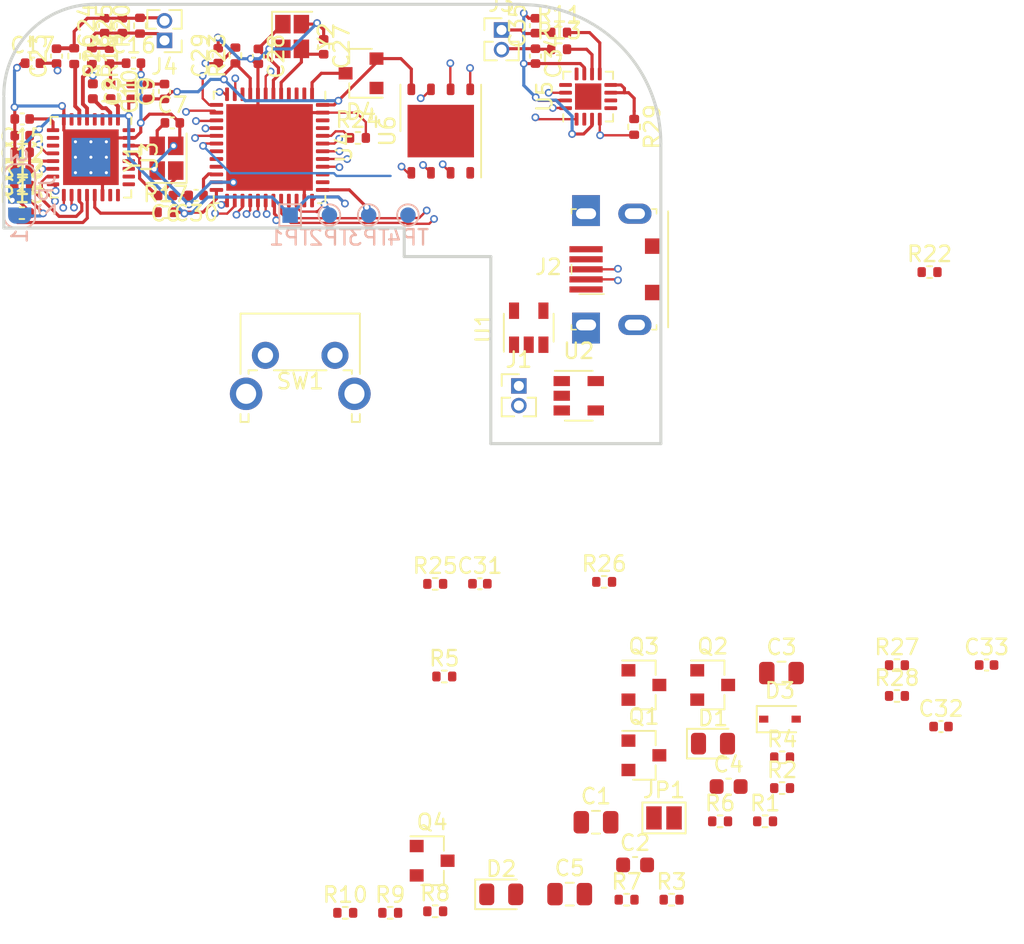
<source format=kicad_pcb>
(kicad_pcb (version 20171130) (host pcbnew "(5.1.9-0-10_14)")

  (general
    (thickness 1.6)
    (drawings 33)
    (tracks 568)
    (zones 0)
    (modules 84)
    (nets 87)
  )

  (page A4)
  (layers
    (0 F.Cu signal)
    (1 In1.Cu signal)
    (2 In2.Cu signal)
    (31 B.Cu signal)
    (32 B.Adhes user hide)
    (33 F.Adhes user hide)
    (34 B.Paste user hide)
    (35 F.Paste user hide)
    (36 B.SilkS user hide)
    (37 F.SilkS user hide)
    (38 B.Mask user hide)
    (39 F.Mask user hide)
    (40 Dwgs.User user hide)
    (41 Cmts.User user hide)
    (42 Eco1.User user)
    (43 Eco2.User user)
    (44 Edge.Cuts user)
    (45 Margin user hide)
    (46 B.CrtYd user hide)
    (47 F.CrtYd user hide)
    (48 B.Fab user hide)
    (49 F.Fab user)
  )

  (setup
    (last_trace_width 0.1524)
    (user_trace_width 0.1524)
    (user_trace_width 0.2032)
    (trace_clearance 0.1524)
    (zone_clearance 0.508)
    (zone_45_only no)
    (trace_min 0.1524)
    (via_size 0.8)
    (via_drill 0.4)
    (via_min_size 0.4)
    (via_min_drill 0.3)
    (user_via 0.5 0.3)
    (uvia_size 0.3)
    (uvia_drill 0.1)
    (uvias_allowed no)
    (uvia_min_size 0.2)
    (uvia_min_drill 0.1)
    (edge_width 0.05)
    (segment_width 0.2)
    (pcb_text_width 0.3)
    (pcb_text_size 1.5 1.5)
    (mod_edge_width 0.12)
    (mod_text_size 1 1)
    (mod_text_width 0.15)
    (pad_size 1.524 1.524)
    (pad_drill 0.762)
    (pad_to_mask_clearance 0)
    (aux_axis_origin 0 0)
    (visible_elements FFFFFF7F)
    (pcbplotparams
      (layerselection 0x010fc_ffffffff)
      (usegerberextensions false)
      (usegerberattributes true)
      (usegerberadvancedattributes true)
      (creategerberjobfile true)
      (excludeedgelayer true)
      (linewidth 0.100000)
      (plotframeref false)
      (viasonmask false)
      (mode 1)
      (useauxorigin false)
      (hpglpennumber 1)
      (hpglpenspeed 20)
      (hpglpendiameter 15.000000)
      (psnegative false)
      (psa4output false)
      (plotreference true)
      (plotvalue true)
      (plotinvisibletext false)
      (padsonsilk false)
      (subtractmaskfromsilk false)
      (outputformat 1)
      (mirror false)
      (drillshape 1)
      (scaleselection 1)
      (outputdirectory ""))
  )

  (net 0 "")
  (net 1 GND)
  (net 2 VBUS)
  (net 3 /CPU/ADC1_IN2)
  (net 4 +BATT)
  (net 5 /Power/PSU_BTN_RAW)
  (net 6 +3V3)
  (net 7 "Net-(C6-Pad2)")
  (net 8 "Net-(C7-Pad1)")
  (net 9 "Net-(C15-Pad1)")
  (net 10 "Net-(C16-Pad1)")
  (net 11 "Net-(C17-Pad2)")
  (net 12 "Net-(C20-Pad2)")
  (net 13 /CPU/HS_OSC0)
  (net 14 /CPU/HS_OSC1)
  (net 15 /CPU/NRST)
  (net 16 "Net-(C30-Pad1)")
  (net 17 /I2S_DAC_AMP/SPK_OUT-)
  (net 18 /I2S_DAC_AMP/SPKOUT+)
  (net 19 /Power/CHG_STAT_LED)
  (net 20 /Power/CHG_5V_LED)
  (net 21 /Power/PSU_EN)
  (net 22 "Net-(D4-Pad3)")
  (net 23 /CPU/USB_D-)
  (net 24 /CPU/USB_D+)
  (net 25 "Net-(J2-PadA5)")
  (net 26 /CPU/SDIO_DET)
  (net 27 /CPU/SDIO_D0)
  (net 28 /CPU/SDIO_CLK)
  (net 29 /CPU/SDIO_CMD)
  (net 30 /CPU/SDIO_D3)
  (net 31 /CPU/SDIO_D2)
  (net 32 /CPU/SDIO_D1)
  (net 33 "Net-(JP1-Pad2)")
  (net 34 "Net-(L2-Pad2)")
  (net 35 /CPU/MEAS_EN)
  (net 36 /CPU/BTN_PWR)
  (net 37 /CPU/PW_HOLD)
  (net 38 /Power/PSU_EN_BUF)
  (net 39 /Power/CHG_PROG)
  (net 40 "Net-(R5-Pad2)")
  (net 41 "Net-(R17-Pad1)")
  (net 42 "Net-(R18-Pad2)")
  (net 43 "Net-(R19-Pad2)")
  (net 44 "Net-(R24-Pad1)")
  (net 45 /I2S_DAC_AMP/GAIN)
  (net 46 /I2S_DAC_AMP/I2S_SD_MODE)
  (net 47 "Net-(U2-Pad4)")
  (net 48 "Net-(U4-Pad45)")
  (net 49 /CPU/NFC_RX)
  (net 50 /CPU/NFC_MISO)
  (net 51 "Net-(U4-Pad38)")
  (net 52 /CPU/SWCLK)
  (net 53 /CPU/SWDIO)
  (net 54 /CPU/NFC_TX)
  (net 55 /CPU/DAC_BCLK)
  (net 56 /CPU/DAC_LRCK)
  (net 57 "Net-(U4-Pad21)")
  (net 58 "Net-(U4-Pad20)")
  (net 59 "Net-(U4-Pad19)")
  (net 60 /CPU/NFC_SPI_MOSI)
  (net 61 /CPU/NFC_SPI_SCK)
  (net 62 /CPU/NFC_SPI_CS)
  (net 63 /CPU/DAC_DATA)
  (net 64 "Net-(U4-Pad10)")
  (net 65 "Net-(U4-Pad4)")
  (net 66 "Net-(U4-Pad3)")
  (net 67 "Net-(U4-Pad2)")
  (net 68 "Net-(U3-Pad28)")
  (net 69 "Net-(U3-Pad27)")
  (net 70 "Net-(U3-Pad26)")
  (net 71 "Net-(U3-Pad25)")
  (net 72 "Net-(U3-Pad24)")
  (net 73 "Net-(U3-Pad23)")
  (net 74 "Net-(U3-Pad11)")
  (net 75 "Net-(U3-Pad10)")
  (net 76 "Net-(U3-Pad7)")
  (net 77 "Net-(U3-Pad4)")
  (net 78 "Net-(U3-Pad3)")
  (net 79 "Net-(L1-Pad2)")
  (net 80 "Net-(C23-Pad2)")
  (net 81 "Net-(JP2-Pad2)")
  (net 82 "Net-(R11-Pad2)")
  (net 83 "Net-(R12-Pad2)")
  (net 84 "Net-(R13-Pad2)")
  (net 85 "Net-(R15-Pad1)")
  (net 86 "Net-(Q1-Pad3)")

  (net_class Default "This is the default net class."
    (clearance 0.1524)
    (trace_width 0.1524)
    (via_dia 0.8)
    (via_drill 0.4)
    (uvia_dia 0.3)
    (uvia_drill 0.1)
    (add_net +3V3)
    (add_net +BATT)
    (add_net /CPU/ADC1_IN2)
    (add_net /CPU/BTN_PWR)
    (add_net /CPU/DAC_BCLK)
    (add_net /CPU/DAC_DATA)
    (add_net /CPU/DAC_LRCK)
    (add_net /CPU/HS_OSC0)
    (add_net /CPU/HS_OSC1)
    (add_net /CPU/MEAS_EN)
    (add_net /CPU/NFC_MISO)
    (add_net /CPU/NFC_RX)
    (add_net /CPU/NFC_SPI_CS)
    (add_net /CPU/NFC_SPI_MOSI)
    (add_net /CPU/NFC_SPI_SCK)
    (add_net /CPU/NFC_TX)
    (add_net /CPU/NRST)
    (add_net /CPU/PW_HOLD)
    (add_net /CPU/SDIO_CLK)
    (add_net /CPU/SDIO_CMD)
    (add_net /CPU/SDIO_D0)
    (add_net /CPU/SDIO_D1)
    (add_net /CPU/SDIO_D2)
    (add_net /CPU/SDIO_D3)
    (add_net /CPU/SDIO_DET)
    (add_net /CPU/SWCLK)
    (add_net /CPU/SWDIO)
    (add_net /CPU/USB_D+)
    (add_net /CPU/USB_D-)
    (add_net /I2S_DAC_AMP/GAIN)
    (add_net /I2S_DAC_AMP/I2S_SD_MODE)
    (add_net /I2S_DAC_AMP/SPKOUT+)
    (add_net /I2S_DAC_AMP/SPK_OUT-)
    (add_net /Power/CHG_5V_LED)
    (add_net /Power/CHG_PROG)
    (add_net /Power/CHG_STAT_LED)
    (add_net /Power/PSU_BTN_RAW)
    (add_net /Power/PSU_EN)
    (add_net /Power/PSU_EN_BUF)
    (add_net GND)
    (add_net "Net-(C15-Pad1)")
    (add_net "Net-(C16-Pad1)")
    (add_net "Net-(C17-Pad2)")
    (add_net "Net-(C20-Pad2)")
    (add_net "Net-(C23-Pad2)")
    (add_net "Net-(C30-Pad1)")
    (add_net "Net-(C6-Pad2)")
    (add_net "Net-(C7-Pad1)")
    (add_net "Net-(D4-Pad3)")
    (add_net "Net-(J2-PadA5)")
    (add_net "Net-(JP1-Pad2)")
    (add_net "Net-(JP2-Pad2)")
    (add_net "Net-(L1-Pad2)")
    (add_net "Net-(L2-Pad2)")
    (add_net "Net-(Q1-Pad3)")
    (add_net "Net-(R11-Pad2)")
    (add_net "Net-(R12-Pad2)")
    (add_net "Net-(R13-Pad2)")
    (add_net "Net-(R15-Pad1)")
    (add_net "Net-(R17-Pad1)")
    (add_net "Net-(R18-Pad2)")
    (add_net "Net-(R19-Pad2)")
    (add_net "Net-(R24-Pad1)")
    (add_net "Net-(R5-Pad2)")
    (add_net "Net-(U2-Pad4)")
    (add_net "Net-(U3-Pad10)")
    (add_net "Net-(U3-Pad11)")
    (add_net "Net-(U3-Pad23)")
    (add_net "Net-(U3-Pad24)")
    (add_net "Net-(U3-Pad25)")
    (add_net "Net-(U3-Pad26)")
    (add_net "Net-(U3-Pad27)")
    (add_net "Net-(U3-Pad28)")
    (add_net "Net-(U3-Pad3)")
    (add_net "Net-(U3-Pad4)")
    (add_net "Net-(U3-Pad7)")
    (add_net "Net-(U4-Pad10)")
    (add_net "Net-(U4-Pad19)")
    (add_net "Net-(U4-Pad2)")
    (add_net "Net-(U4-Pad20)")
    (add_net "Net-(U4-Pad21)")
    (add_net "Net-(U4-Pad3)")
    (add_net "Net-(U4-Pad38)")
    (add_net "Net-(U4-Pad4)")
    (add_net "Net-(U4-Pad45)")
    (add_net VBUS)
  )

  (module TestPoint:TestPoint_Pad_D1.0mm (layer B.Cu) (tedit 5A0F774F) (tstamp 610ED8C9)
    (at 67.31 77.597)
    (descr "SMD pad as test Point, diameter 1.0mm")
    (tags "test point SMD pad")
    (path /60FFCEAC/6123408A)
    (attr virtual)
    (fp_text reference TP4 (at 0 1.448) (layer B.SilkS)
      (effects (font (size 1 1) (thickness 0.15)) (justify mirror))
    )
    (fp_text value GND (at 0 -1.55) (layer B.Fab)
      (effects (font (size 1 1) (thickness 0.15)) (justify mirror))
    )
    (fp_text user %R (at 0 1.45) (layer B.Fab)
      (effects (font (size 1 1) (thickness 0.15)) (justify mirror))
    )
    (fp_circle (center 0 0) (end 1 0) (layer B.CrtYd) (width 0.05))
    (fp_circle (center 0 0) (end 0 -0.7) (layer B.SilkS) (width 0.12))
    (pad 1 smd circle (at 0 0) (size 1 1) (layers B.Cu B.Mask)
      (net 1 GND))
  )

  (module TestPoint:TestPoint_Pad_D1.0mm (layer B.Cu) (tedit 5A0F774F) (tstamp 610ED8C1)
    (at 64.77 77.597)
    (descr "SMD pad as test Point, diameter 1.0mm")
    (tags "test point SMD pad")
    (path /60FFCEAC/61233EBE)
    (attr virtual)
    (fp_text reference TP3 (at 0 1.448) (layer B.SilkS)
      (effects (font (size 1 1) (thickness 0.15)) (justify mirror))
    )
    (fp_text value SWCLK (at 0 -1.55) (layer B.Fab)
      (effects (font (size 1 1) (thickness 0.15)) (justify mirror))
    )
    (fp_text user %R (at 0 1.45) (layer B.Fab)
      (effects (font (size 1 1) (thickness 0.15)) (justify mirror))
    )
    (fp_circle (center 0 0) (end 1 0) (layer B.CrtYd) (width 0.05))
    (fp_circle (center 0 0) (end 0 -0.7) (layer B.SilkS) (width 0.12))
    (pad 1 smd circle (at 0 0) (size 1 1) (layers B.Cu B.Mask)
      (net 52 /CPU/SWCLK))
  )

  (module TestPoint:TestPoint_Pad_D1.0mm (layer B.Cu) (tedit 5A0F774F) (tstamp 610ED8B9)
    (at 62.23 77.597)
    (descr "SMD pad as test Point, diameter 1.0mm")
    (tags "test point SMD pad")
    (path /60FFCEAC/61233CAA)
    (attr virtual)
    (fp_text reference TP2 (at 0 1.448) (layer B.SilkS)
      (effects (font (size 1 1) (thickness 0.15)) (justify mirror))
    )
    (fp_text value SWDIO (at 0 -1.55) (layer B.Fab)
      (effects (font (size 1 1) (thickness 0.15)) (justify mirror))
    )
    (fp_text user %R (at 0 1.45) (layer B.Fab)
      (effects (font (size 1 1) (thickness 0.15)) (justify mirror))
    )
    (fp_circle (center 0 0) (end 1 0) (layer B.CrtYd) (width 0.05))
    (fp_circle (center 0 0) (end 0 -0.7) (layer B.SilkS) (width 0.12))
    (pad 1 smd circle (at 0 0) (size 1 1) (layers B.Cu B.Mask)
      (net 53 /CPU/SWDIO))
  )

  (module TestPoint:TestPoint_Pad_1.0x1.0mm (layer B.Cu) (tedit 5A0F774F) (tstamp 610EDC7A)
    (at 59.69 77.597)
    (descr "SMD rectangular pad as test Point, square 1.0mm side length")
    (tags "test point SMD pad rectangle square")
    (path /60FFCEAC/612325F8)
    (attr virtual)
    (fp_text reference TP1 (at 0 1.448) (layer B.SilkS)
      (effects (font (size 1 1) (thickness 0.15)) (justify mirror))
    )
    (fp_text value 3v3 (at 0 -1.55) (layer B.Fab)
      (effects (font (size 1 1) (thickness 0.15)) (justify mirror))
    )
    (fp_text user %R (at 0 1.45) (layer B.Fab)
      (effects (font (size 1 1) (thickness 0.15)) (justify mirror))
    )
    (fp_line (start -0.7 0.7) (end 0.7 0.7) (layer B.SilkS) (width 0.12))
    (fp_line (start 0.7 0.7) (end 0.7 -0.7) (layer B.SilkS) (width 0.12))
    (fp_line (start 0.7 -0.7) (end -0.7 -0.7) (layer B.SilkS) (width 0.12))
    (fp_line (start -0.7 -0.7) (end -0.7 0.7) (layer B.SilkS) (width 0.12))
    (fp_line (start -1 1) (end 1 1) (layer B.CrtYd) (width 0.05))
    (fp_line (start -1 1) (end -1 -1) (layer B.CrtYd) (width 0.05))
    (fp_line (start 1 -1) (end 1 1) (layer B.CrtYd) (width 0.05))
    (fp_line (start 1 -1) (end -1 -1) (layer B.CrtYd) (width 0.05))
    (pad 1 smd rect (at 0 0) (size 1 1) (layers B.Cu B.Mask)
      (net 6 +3V3))
  )

  (module Capacitor_SMD:C_0402_1005Metric (layer F.Cu) (tedit 5F68FEEE) (tstamp 610C9EC5)
    (at 42.3545 71.374 180)
    (descr "Capacitor SMD 0402 (1005 Metric), square (rectangular) end terminal, IPC_7351 nominal, (Body size source: IPC-SM-782 page 76, https://www.pcb-3d.com/wordpress/wp-content/uploads/ipc-sm-782a_amendment_1_and_2.pdf), generated with kicad-footprint-generator")
    (tags capacitor)
    (path /60FE21EE/614DFE99)
    (attr smd)
    (fp_text reference C15 (at 0 -1.16) (layer F.SilkS)
      (effects (font (size 1 1) (thickness 0.15)))
    )
    (fp_text value 1nF (at 0 1.16) (layer F.Fab) hide
      (effects (font (size 1 1) (thickness 0.15)))
    )
    (fp_text user %R (at 0 0 90) (layer F.Fab)
      (effects (font (size 0.25 0.25) (thickness 0.04)))
    )
    (fp_line (start -0.5 0.25) (end -0.5 -0.25) (layer F.Fab) (width 0.1))
    (fp_line (start -0.5 -0.25) (end 0.5 -0.25) (layer F.Fab) (width 0.1))
    (fp_line (start 0.5 -0.25) (end 0.5 0.25) (layer F.Fab) (width 0.1))
    (fp_line (start 0.5 0.25) (end -0.5 0.25) (layer F.Fab) (width 0.1))
    (fp_line (start -0.107836 -0.36) (end 0.107836 -0.36) (layer F.SilkS) (width 0.12))
    (fp_line (start -0.107836 0.36) (end 0.107836 0.36) (layer F.SilkS) (width 0.12))
    (fp_line (start -0.91 0.46) (end -0.91 -0.46) (layer F.CrtYd) (width 0.05))
    (fp_line (start -0.91 -0.46) (end 0.91 -0.46) (layer F.CrtYd) (width 0.05))
    (fp_line (start 0.91 -0.46) (end 0.91 0.46) (layer F.CrtYd) (width 0.05))
    (fp_line (start 0.91 0.46) (end -0.91 0.46) (layer F.CrtYd) (width 0.05))
    (pad 2 smd roundrect (at 0.48 0 180) (size 0.56 0.62) (layers F.Cu F.Paste F.Mask) (roundrect_rratio 0.25)
      (net 1 GND))
    (pad 1 smd roundrect (at -0.48 0 180) (size 0.56 0.62) (layers F.Cu F.Paste F.Mask) (roundrect_rratio 0.25)
      (net 9 "Net-(C15-Pad1)"))
    (model ${KISYS3DMOD}/Capacitor_SMD.3dshapes/C_0402_1005Metric.wrl
      (at (xyz 0 0 0))
      (scale (xyz 1 1 1))
      (rotate (xyz 0 0 0))
    )
  )

  (module Capacitor_SMD:C_0402_1005Metric (layer F.Cu) (tedit 5F68FEEE) (tstamp 610C9EB4)
    (at 42.3545 74.6125 180)
    (descr "Capacitor SMD 0402 (1005 Metric), square (rectangular) end terminal, IPC_7351 nominal, (Body size source: IPC-SM-782 page 76, https://www.pcb-3d.com/wordpress/wp-content/uploads/ipc-sm-782a_amendment_1_and_2.pdf), generated with kicad-footprint-generator")
    (tags capacitor)
    (path /60FE21EE/614DFE77)
    (attr smd)
    (fp_text reference C14 (at 0 -1.16) (layer F.SilkS)
      (effects (font (size 1 1) (thickness 0.15)))
    )
    (fp_text value 100nF (at 0 1.16) (layer F.Fab) hide
      (effects (font (size 1 1) (thickness 0.15)))
    )
    (fp_text user %R (at 0 0 90) (layer F.Fab)
      (effects (font (size 0.25 0.25) (thickness 0.04)))
    )
    (fp_line (start -0.5 0.25) (end -0.5 -0.25) (layer F.Fab) (width 0.1))
    (fp_line (start -0.5 -0.25) (end 0.5 -0.25) (layer F.Fab) (width 0.1))
    (fp_line (start 0.5 -0.25) (end 0.5 0.25) (layer F.Fab) (width 0.1))
    (fp_line (start 0.5 0.25) (end -0.5 0.25) (layer F.Fab) (width 0.1))
    (fp_line (start -0.107836 -0.36) (end 0.107836 -0.36) (layer F.SilkS) (width 0.12))
    (fp_line (start -0.107836 0.36) (end 0.107836 0.36) (layer F.SilkS) (width 0.12))
    (fp_line (start -0.91 0.46) (end -0.91 -0.46) (layer F.CrtYd) (width 0.05))
    (fp_line (start -0.91 -0.46) (end 0.91 -0.46) (layer F.CrtYd) (width 0.05))
    (fp_line (start 0.91 -0.46) (end 0.91 0.46) (layer F.CrtYd) (width 0.05))
    (fp_line (start 0.91 0.46) (end -0.91 0.46) (layer F.CrtYd) (width 0.05))
    (pad 2 smd roundrect (at 0.48 0 180) (size 0.56 0.62) (layers F.Cu F.Paste F.Mask) (roundrect_rratio 0.25)
      (net 1 GND))
    (pad 1 smd roundrect (at -0.48 0 180) (size 0.56 0.62) (layers F.Cu F.Paste F.Mask) (roundrect_rratio 0.25)
      (net 6 +3V3))
    (model ${KISYS3DMOD}/Capacitor_SMD.3dshapes/C_0402_1005Metric.wrl
      (at (xyz 0 0 0))
      (scale (xyz 1 1 1))
      (rotate (xyz 0 0 0))
    )
  )

  (module Capacitor_SMD:C_0402_1005Metric (layer F.Cu) (tedit 5F68FEEE) (tstamp 610C9EA3)
    (at 42.3545 73.533 180)
    (descr "Capacitor SMD 0402 (1005 Metric), square (rectangular) end terminal, IPC_7351 nominal, (Body size source: IPC-SM-782 page 76, https://www.pcb-3d.com/wordpress/wp-content/uploads/ipc-sm-782a_amendment_1_and_2.pdf), generated with kicad-footprint-generator")
    (tags capacitor)
    (path /60FE21EE/614DFE71)
    (attr smd)
    (fp_text reference C13 (at 0 -1.16) (layer F.SilkS)
      (effects (font (size 1 1) (thickness 0.15)))
    )
    (fp_text value 1uF (at 0 1.16) (layer F.Fab) hide
      (effects (font (size 1 1) (thickness 0.15)))
    )
    (fp_text user %R (at 0 0 90) (layer F.Fab)
      (effects (font (size 0.25 0.25) (thickness 0.04)))
    )
    (fp_line (start -0.5 0.25) (end -0.5 -0.25) (layer F.Fab) (width 0.1))
    (fp_line (start -0.5 -0.25) (end 0.5 -0.25) (layer F.Fab) (width 0.1))
    (fp_line (start 0.5 -0.25) (end 0.5 0.25) (layer F.Fab) (width 0.1))
    (fp_line (start 0.5 0.25) (end -0.5 0.25) (layer F.Fab) (width 0.1))
    (fp_line (start -0.107836 -0.36) (end 0.107836 -0.36) (layer F.SilkS) (width 0.12))
    (fp_line (start -0.107836 0.36) (end 0.107836 0.36) (layer F.SilkS) (width 0.12))
    (fp_line (start -0.91 0.46) (end -0.91 -0.46) (layer F.CrtYd) (width 0.05))
    (fp_line (start -0.91 -0.46) (end 0.91 -0.46) (layer F.CrtYd) (width 0.05))
    (fp_line (start 0.91 -0.46) (end 0.91 0.46) (layer F.CrtYd) (width 0.05))
    (fp_line (start 0.91 0.46) (end -0.91 0.46) (layer F.CrtYd) (width 0.05))
    (pad 2 smd roundrect (at 0.48 0 180) (size 0.56 0.62) (layers F.Cu F.Paste F.Mask) (roundrect_rratio 0.25)
      (net 1 GND))
    (pad 1 smd roundrect (at -0.48 0 180) (size 0.56 0.62) (layers F.Cu F.Paste F.Mask) (roundrect_rratio 0.25)
      (net 6 +3V3))
    (model ${KISYS3DMOD}/Capacitor_SMD.3dshapes/C_0402_1005Metric.wrl
      (at (xyz 0 0 0))
      (scale (xyz 1 1 1))
      (rotate (xyz 0 0 0))
    )
  )

  (module Capacitor_SMD:C_0402_1005Metric (layer F.Cu) (tedit 5F68FEEE) (tstamp 610C9E92)
    (at 42.3545 72.4535 180)
    (descr "Capacitor SMD 0402 (1005 Metric), square (rectangular) end terminal, IPC_7351 nominal, (Body size source: IPC-SM-782 page 76, https://www.pcb-3d.com/wordpress/wp-content/uploads/ipc-sm-782a_amendment_1_and_2.pdf), generated with kicad-footprint-generator")
    (tags capacitor)
    (path /60FE21EE/614DFE7D)
    (attr smd)
    (fp_text reference C12 (at 0 -1.16) (layer F.SilkS)
      (effects (font (size 1 1) (thickness 0.15)))
    )
    (fp_text value 10nF (at 0 1.16) (layer F.Fab) hide
      (effects (font (size 1 1) (thickness 0.15)))
    )
    (fp_text user %R (at 0 0 90) (layer F.Fab)
      (effects (font (size 0.25 0.25) (thickness 0.04)))
    )
    (fp_line (start -0.5 0.25) (end -0.5 -0.25) (layer F.Fab) (width 0.1))
    (fp_line (start -0.5 -0.25) (end 0.5 -0.25) (layer F.Fab) (width 0.1))
    (fp_line (start 0.5 -0.25) (end 0.5 0.25) (layer F.Fab) (width 0.1))
    (fp_line (start 0.5 0.25) (end -0.5 0.25) (layer F.Fab) (width 0.1))
    (fp_line (start -0.107836 -0.36) (end 0.107836 -0.36) (layer F.SilkS) (width 0.12))
    (fp_line (start -0.107836 0.36) (end 0.107836 0.36) (layer F.SilkS) (width 0.12))
    (fp_line (start -0.91 0.46) (end -0.91 -0.46) (layer F.CrtYd) (width 0.05))
    (fp_line (start -0.91 -0.46) (end 0.91 -0.46) (layer F.CrtYd) (width 0.05))
    (fp_line (start 0.91 -0.46) (end 0.91 0.46) (layer F.CrtYd) (width 0.05))
    (fp_line (start 0.91 0.46) (end -0.91 0.46) (layer F.CrtYd) (width 0.05))
    (pad 2 smd roundrect (at 0.48 0 180) (size 0.56 0.62) (layers F.Cu F.Paste F.Mask) (roundrect_rratio 0.25)
      (net 1 GND))
    (pad 1 smd roundrect (at -0.48 0 180) (size 0.56 0.62) (layers F.Cu F.Paste F.Mask) (roundrect_rratio 0.25)
      (net 6 +3V3))
    (model ${KISYS3DMOD}/Capacitor_SMD.3dshapes/C_0402_1005Metric.wrl
      (at (xyz 0 0 0))
      (scale (xyz 1 1 1))
      (rotate (xyz 0 0 0))
    )
  )

  (module Resistor_SMD:R_0402_1005Metric (layer F.Cu) (tedit 5F68FEEE) (tstamp 610C15F0)
    (at 77.091 65.786)
    (descr "Resistor SMD 0402 (1005 Metric), square (rectangular) end terminal, IPC_7351 nominal, (Body size source: IPC-SM-782 page 72, https://www.pcb-3d.com/wordpress/wp-content/uploads/ipc-sm-782a_amendment_1_and_2.pdf), generated with kicad-footprint-generator")
    (tags resistor)
    (path /60FDB9AA/6110B32A)
    (attr smd)
    (fp_text reference R11 (at 0 -1.17) (layer F.SilkS)
      (effects (font (size 1 1) (thickness 0.15)))
    )
    (fp_text value R (at 0 1.17) (layer F.Fab) hide
      (effects (font (size 1 1) (thickness 0.15)))
    )
    (fp_text user %R (at -0.01724 0 90) (layer F.Fab)
      (effects (font (size 0.26 0.26) (thickness 0.04)))
    )
    (fp_line (start -0.525 0.27) (end -0.525 -0.27) (layer F.Fab) (width 0.1))
    (fp_line (start -0.525 -0.27) (end 0.525 -0.27) (layer F.Fab) (width 0.1))
    (fp_line (start 0.525 -0.27) (end 0.525 0.27) (layer F.Fab) (width 0.1))
    (fp_line (start 0.525 0.27) (end -0.525 0.27) (layer F.Fab) (width 0.1))
    (fp_line (start -0.153641 -0.38) (end 0.153641 -0.38) (layer F.SilkS) (width 0.12))
    (fp_line (start -0.153641 0.38) (end 0.153641 0.38) (layer F.SilkS) (width 0.12))
    (fp_line (start -0.93 0.47) (end -0.93 -0.47) (layer F.CrtYd) (width 0.05))
    (fp_line (start -0.93 -0.47) (end 0.93 -0.47) (layer F.CrtYd) (width 0.05))
    (fp_line (start 0.93 -0.47) (end 0.93 0.47) (layer F.CrtYd) (width 0.05))
    (fp_line (start 0.93 0.47) (end -0.93 0.47) (layer F.CrtYd) (width 0.05))
    (pad 2 smd roundrect (at 0.51 0) (size 0.54 0.64) (layers F.Cu F.Paste F.Mask) (roundrect_rratio 0.25)
      (net 82 "Net-(R11-Pad2)"))
    (pad 1 smd roundrect (at -0.51 0) (size 0.54 0.64) (layers F.Cu F.Paste F.Mask) (roundrect_rratio 0.25)
      (net 18 /I2S_DAC_AMP/SPKOUT+))
    (model ${KISYS3DMOD}/Resistor_SMD.3dshapes/R_0402_1005Metric.wrl
      (at (xyz 0 0 0))
      (scale (xyz 1 1 1))
      (rotate (xyz 0 0 0))
    )
  )

  (module Jumper:SolderJumper-3_P1.3mm_Open_RoundedPad1.0x1.5mm_NumberLabels (layer B.Cu) (tedit 5B391ED1) (tstamp 610C8D0B)
    (at 42.19448 76.34986 90)
    (descr "SMD Solder 3-pad Jumper, 1x1.5mm rounded Pads, 0.3mm gap, open, labeled with numbers")
    (tags "solder jumper open")
    (path /60FE21EE/6126CF2D)
    (attr virtual)
    (fp_text reference JP2 (at 0 1.8 90) (layer B.SilkS)
      (effects (font (size 1 1) (thickness 0.15)) (justify mirror))
    )
    (fp_text value SSI1 (at 0 -1.9 90) (layer B.Fab)
      (effects (font (size 1 1) (thickness 0.15)) (justify mirror))
    )
    (fp_arc (start -1.35 0.3) (end -1.35 1) (angle 90) (layer B.SilkS) (width 0.12))
    (fp_arc (start -1.35 -0.3) (end -2.05 -0.3) (angle 90) (layer B.SilkS) (width 0.12))
    (fp_arc (start 1.35 -0.3) (end 1.35 -1) (angle 90) (layer B.SilkS) (width 0.12))
    (fp_arc (start 1.35 0.3) (end 2.05 0.3) (angle 90) (layer B.SilkS) (width 0.12))
    (fp_text user 1 (at -2.6 0 90) (layer B.SilkS)
      (effects (font (size 1 1) (thickness 0.15)) (justify mirror))
    )
    (fp_text user 3 (at 2.6 0 90) (layer B.SilkS)
      (effects (font (size 1 1) (thickness 0.15)) (justify mirror))
    )
    (fp_line (start -2.05 -0.3) (end -2.05 0.3) (layer B.SilkS) (width 0.12))
    (fp_line (start 1.4 -1) (end -1.4 -1) (layer B.SilkS) (width 0.12))
    (fp_line (start 2.05 0.3) (end 2.05 -0.3) (layer B.SilkS) (width 0.12))
    (fp_line (start -1.4 1) (end 1.4 1) (layer B.SilkS) (width 0.12))
    (fp_line (start -2.3 1.25) (end 2.3 1.25) (layer B.CrtYd) (width 0.05))
    (fp_line (start -2.3 1.25) (end -2.3 -1.25) (layer B.CrtYd) (width 0.05))
    (fp_line (start 2.3 -1.25) (end 2.3 1.25) (layer B.CrtYd) (width 0.05))
    (fp_line (start 2.3 -1.25) (end -2.3 -1.25) (layer B.CrtYd) (width 0.05))
    (pad 2 smd rect (at 0 0 90) (size 1 1.5) (layers B.Cu B.Mask)
      (net 81 "Net-(JP2-Pad2)"))
    (pad 3 smd custom (at 1.3 0 90) (size 1 0.5) (layers B.Cu B.Mask)
      (net 6 +3V3) (zone_connect 2)
      (options (clearance outline) (anchor rect))
      (primitives
        (gr_circle (center 0 -0.25) (end 0.5 -0.25) (width 0))
        (gr_circle (center 0 0.25) (end 0.5 0.25) (width 0))
        (gr_poly (pts
           (xy -0.55 0.75) (xy 0 0.75) (xy 0 -0.75) (xy -0.55 -0.75)) (width 0))
      ))
    (pad 1 smd custom (at -1.3 0 90) (size 1 0.5) (layers B.Cu B.Mask)
      (net 1 GND) (zone_connect 2)
      (options (clearance outline) (anchor rect))
      (primitives
        (gr_circle (center 0 -0.25) (end 0.5 -0.25) (width 0))
        (gr_circle (center 0 0.25) (end 0.5 0.25) (width 0))
        (gr_poly (pts
           (xy 0.55 0.75) (xy 0 0.75) (xy 0 -0.75) (xy 0.55 -0.75)) (width 0))
      ))
  )

  (module Button_Switch_THT:SW_Tactile_SPST_Angled_PTS645Vx58-2LFS (layer F.Cu) (tedit 5A02FE31) (tstamp 610C63C6)
    (at 58.0898 86.6648)
    (descr "tactile switch SPST right angle, PTS645VL58-2 LFS")
    (tags "tactile switch SPST angled PTS645VL58-2 LFS C&K Button")
    (path /60FE1698/615B2DE1)
    (fp_text reference SW1 (at 2.25 1.68) (layer F.SilkS)
      (effects (font (size 1 1) (thickness 0.15)))
    )
    (fp_text value SW_Push (at 2.25 5.38988) (layer F.Fab)
      (effects (font (size 1 1) (thickness 0.15)))
    )
    (fp_text user %R (at 2.25 1.68) (layer F.Fab)
      (effects (font (size 1 1) (thickness 0.15)))
    )
    (fp_line (start 0.5 -5.85) (end 0.5 -2.59) (layer F.Fab) (width 0.1))
    (fp_line (start 4 -5.85) (end 4 -2.59) (layer F.Fab) (width 0.1))
    (fp_line (start 0.5 -5.85) (end 4 -5.85) (layer F.Fab) (width 0.1))
    (fp_line (start -1.09 0.97) (end -1.09 1.2) (layer F.SilkS) (width 0.12))
    (fp_line (start 5.7 4.2) (end 5.7 0.86) (layer F.Fab) (width 0.1))
    (fp_line (start -1.5 4.2) (end -1.2 4.2) (layer F.Fab) (width 0.1))
    (fp_line (start -1.2 0.86) (end 5.7 0.86) (layer F.Fab) (width 0.1))
    (fp_line (start 6 4.2) (end 6 -2.59) (layer F.Fab) (width 0.1))
    (fp_line (start -2.5 -2.8) (end 7.05 -2.8) (layer F.CrtYd) (width 0.05))
    (fp_line (start 7.05 -2.8) (end 7.05 4.45) (layer F.CrtYd) (width 0.05))
    (fp_line (start 7.05 4.45) (end -2.5 4.45) (layer F.CrtYd) (width 0.05))
    (fp_line (start -2.5 4.45) (end -2.5 -2.8) (layer F.CrtYd) (width 0.05))
    (fp_line (start -1.61 -2.7) (end 6.11 -2.7) (layer F.SilkS) (width 0.12))
    (fp_line (start 6.11 -2.7) (end 6.11 1.2) (layer F.SilkS) (width 0.12))
    (fp_line (start -1.61 4.31) (end -1.09 4.31) (layer F.SilkS) (width 0.12))
    (fp_line (start -1.61 -2.7) (end -1.61 1.2) (layer F.SilkS) (width 0.12))
    (fp_line (start -1.5 -2.59) (end 6 -2.59) (layer F.Fab) (width 0.1))
    (fp_line (start -1.5 4.2) (end -1.5 -2.59) (layer F.Fab) (width 0.1))
    (fp_line (start 5.7 4.2) (end 6 4.2) (layer F.Fab) (width 0.1))
    (fp_line (start -1.2 4.2) (end -1.2 0.86) (layer F.Fab) (width 0.1))
    (fp_line (start 5.59 0.97) (end 5.59 1.2) (layer F.SilkS) (width 0.12))
    (fp_line (start -1.09 3.8) (end -1.09 4.31) (layer F.SilkS) (width 0.12))
    (fp_line (start -1.61 3.8) (end -1.61 4.31) (layer F.SilkS) (width 0.12))
    (fp_line (start 5.05 0.97) (end 5.59 0.97) (layer F.SilkS) (width 0.12))
    (fp_line (start 5.59 3.8) (end 5.59 4.31) (layer F.SilkS) (width 0.12))
    (fp_line (start 5.59 4.31) (end 6.11 4.31) (layer F.SilkS) (width 0.12))
    (fp_line (start 6.11 3.8) (end 6.11 4.31) (layer F.SilkS) (width 0.12))
    (fp_line (start -1.09 0.97) (end -0.55 0.97) (layer F.SilkS) (width 0.12))
    (fp_line (start 0.55 0.97) (end 3.95 0.97) (layer F.SilkS) (width 0.12))
    (pad "" thru_hole circle (at -1.25 2.49) (size 2.1 2.1) (drill 1.3) (layers *.Cu *.Mask))
    (pad 1 thru_hole circle (at 0 0) (size 1.75 1.75) (drill 0.99) (layers *.Cu *.Mask)
      (net 1 GND))
    (pad 2 thru_hole circle (at 4.5 0) (size 1.75 1.75) (drill 0.99) (layers *.Cu *.Mask)
      (net 5 /Power/PSU_BTN_RAW))
    (pad "" thru_hole circle (at 5.76 2.49) (size 2.1 2.1) (drill 1.3) (layers *.Cu *.Mask))
    (model ${KISYS3DMOD}/Button_Switch_THT.3dshapes/SW_Tactile_SPST_Angled_PTS645Vx58-2LFS.wrl
      (at (xyz 0 0 0))
      (scale (xyz 1 1 1))
      (rotate (xyz 0 0 0))
    )
  )

  (module MySymbols:USB_Micro_B_Female (layer F.Cu) (tedit 6054B134) (tstamp 610C455D)
    (at 81.9912 81.1022 90)
    (descr https://cdn.amphenol-icc.com/media/wysiwyg/files/drawing/10103594.pdf)
    (path /60FFCEAC/61124D9D)
    (attr smd)
    (fp_text reference J2 (at 0.1524 -5.59054 180) (layer F.SilkS)
      (effects (font (size 1 1) (thickness 0.15)))
    )
    (fp_text value USB_B_Micro (at -0.22098 3.5941 90) (layer F.Fab)
      (effects (font (size 1 1) (thickness 0.15)))
    )
    (fp_line (start 3.75 2.15) (end -3.75 2.15) (layer F.SilkS) (width 0.12))
    (fp_line (start -3.75 -3.97) (end -3.75 1.29) (layer F.Fab) (width 0.1))
    (fp_line (start -3.75 -3.97) (end 3.75 -3.97) (layer F.Fab) (width 0.1))
    (fp_line (start 3.75 -3.97) (end 3.75 1.29) (layer F.Fab) (width 0.1))
    (fp_line (start -3.75 1.29) (end 3.75 1.29) (layer F.Fab) (width 0.1))
    (fp_line (start 3.9 -4.1) (end 3.9 -3.8) (layer F.SilkS) (width 0.1))
    (fp_line (start 3.9 -4.1) (end 3.6 -4.1) (layer F.SilkS) (width 0.1))
    (fp_line (start -3.9 -4.1) (end -3.9 -3.8) (layer F.SilkS) (width 0.1))
    (fp_line (start -3.9 -4.1) (end -3.6 -4.1) (layer F.SilkS) (width 0.1))
    (fp_line (start -3.9 1.4) (end -3.6 1.4) (layer F.SilkS) (width 0.1))
    (fp_line (start -3.9 1.4) (end -3.9 1.1) (layer F.SilkS) (width 0.1))
    (fp_line (start 3.9 1.4) (end 3.6 1.4) (layer F.SilkS) (width 0.1))
    (fp_line (start 3.9 1.4) (end 3.9 1.1) (layer F.SilkS) (width 0.1))
    (fp_line (start 0 -4.1) (end -0.3 -4.1) (layer F.SilkS) (width 0.1))
    (fp_line (start 0 -4.1) (end 0.3 -4.1) (layer F.SilkS) (width 0.1))
    (fp_line (start -1.6 -3.6) (end -1.6 -2) (layer F.SilkS) (width 0.1))
    (fp_line (start -4.68 1.75) (end -4.68 -4.22) (layer F.CrtYd) (width 0.05))
    (fp_line (start -4.68 1.75) (end 4.68 1.75) (layer F.CrtYd) (width 0.05))
    (fp_line (start -4.68 -4.22) (end 4.68 -4.22) (layer F.CrtYd) (width 0.05))
    (fp_line (start 4.68 1.75) (end 4.68 -4.22) (layer F.CrtYd) (width 0.05))
    (fp_line (start -4.5 1.3) (end -4.5 2.5) (layer Dwgs.User) (width 0.12))
    (fp_line (start -4.5 2.5) (end 4.5 2.5) (layer Dwgs.User) (width 0.12))
    (fp_line (start 4.5 2.5) (end 4.5 1.3) (layer Dwgs.User) (width 0.12))
    (pad SH smd rect (at -1.5 1.15 90) (size 1 1) (layers F.Cu F.Paste F.Mask)
      (net 1 GND))
    (pad 1 smd rect (at -1.3 -3.16 90) (size 0.4 2.15) (layers F.Cu F.Paste F.Mask)
      (net 2 VBUS))
    (pad SH thru_hole rect (at -3.6 -3.16 90) (size 2 1.8) (drill oval 0.7 1.3 (offset -0.2 0)) (layers *.Cu *.Mask)
      (net 1 GND))
    (pad SH thru_hole oval (at -3.6 0 90) (size 1.3 2.15) (drill oval 0.7 1.3) (layers *.Cu *.Mask)
      (net 1 GND))
    (pad SH thru_hole rect (at 3.6 -3.16 270) (size 2 1.8) (drill oval 0.7 1.3 (offset -0.2 0)) (layers *.Cu *.Mask)
      (net 1 GND))
    (pad SH thru_hole oval (at 3.6 0 90) (size 1.3 2.15) (drill oval 0.7 1.3) (layers *.Cu *.Mask)
      (net 1 GND))
    (pad "" np_thru_hole circle (at -2 -2.15 90) (size 0.55 0.55) (drill 0.55) (layers *.Cu *.Mask))
    (pad "" np_thru_hole circle (at 2 -2.15 90) (size 0.55 0.55) (drill 0.55) (layers *.Cu *.Mask))
    (pad SH smd rect (at 1.5 1.15 90) (size 1 1) (layers F.Cu F.Paste F.Mask)
      (net 1 GND))
    (pad 2 smd rect (at -0.65 -3.16 90) (size 0.4 2.15) (layers F.Cu F.Paste F.Mask)
      (net 23 /CPU/USB_D-))
    (pad 3 smd rect (at 0 -3.16 90) (size 0.4 2.15) (layers F.Cu F.Paste F.Mask)
      (net 24 /CPU/USB_D+))
    (pad 4 smd rect (at 0.65 -3.16 90) (size 0.4 2.15) (layers F.Cu F.Paste F.Mask)
      (net 1 GND))
    (pad 5 smd rect (at 1.3 -3.16 90) (size 0.4 2.15) (layers F.Cu F.Paste F.Mask)
      (net 1 GND))
    (model ${KISYS3DMOD}/Connector_USB.3dshapes/USB_Micro-B_Molex_47346-0001.step
      (offset (xyz 0 1.5 0))
      (scale (xyz 1 1 1))
      (rotate (xyz 0 0 0))
    )
  )

  (module Resistor_SMD:R_0402_1005Metric (layer F.Cu) (tedit 5F68FEEE) (tstamp 610CAED5)
    (at 49.9745 65.3415 90)
    (descr "Resistor SMD 0402 (1005 Metric), square (rectangular) end terminal, IPC_7351 nominal, (Body size source: IPC-SM-782 page 72, https://www.pcb-3d.com/wordpress/wp-content/uploads/ipc-sm-782a_amendment_1_and_2.pdf), generated with kicad-footprint-generator")
    (tags resistor)
    (path /60FE21EE/614DFDBB)
    (attr smd)
    (fp_text reference R20 (at 0 -1.17 90) (layer F.SilkS)
      (effects (font (size 1 1) (thickness 0.15)))
    )
    (fp_text value R (at 0 1.17 90) (layer F.Fab) hide
      (effects (font (size 1 1) (thickness 0.15)))
    )
    (fp_text user %R (at 0 0 90) (layer F.Fab)
      (effects (font (size 0.26 0.26) (thickness 0.04)))
    )
    (fp_line (start -0.525 0.27) (end -0.525 -0.27) (layer F.Fab) (width 0.1))
    (fp_line (start -0.525 -0.27) (end 0.525 -0.27) (layer F.Fab) (width 0.1))
    (fp_line (start 0.525 -0.27) (end 0.525 0.27) (layer F.Fab) (width 0.1))
    (fp_line (start 0.525 0.27) (end -0.525 0.27) (layer F.Fab) (width 0.1))
    (fp_line (start -0.153641 -0.38) (end 0.153641 -0.38) (layer F.SilkS) (width 0.12))
    (fp_line (start -0.153641 0.38) (end 0.153641 0.38) (layer F.SilkS) (width 0.12))
    (fp_line (start -0.93 0.47) (end -0.93 -0.47) (layer F.CrtYd) (width 0.05))
    (fp_line (start -0.93 -0.47) (end 0.93 -0.47) (layer F.CrtYd) (width 0.05))
    (fp_line (start 0.93 -0.47) (end 0.93 0.47) (layer F.CrtYd) (width 0.05))
    (fp_line (start 0.93 0.47) (end -0.93 0.47) (layer F.CrtYd) (width 0.05))
    (pad 2 smd roundrect (at 0.51 0 90) (size 0.54 0.64) (layers F.Cu F.Paste F.Mask) (roundrect_rratio 0.25)
      (net 80 "Net-(C23-Pad2)"))
    (pad 1 smd roundrect (at -0.51 0 90) (size 0.54 0.64) (layers F.Cu F.Paste F.Mask) (roundrect_rratio 0.25)
      (net 12 "Net-(C20-Pad2)"))
    (model ${KISYS3DMOD}/Resistor_SMD.3dshapes/R_0402_1005Metric.wrl
      (at (xyz 0 0 0))
      (scale (xyz 1 1 1))
      (rotate (xyz 0 0 0))
    )
  )

  (module Resistor_SMD:R_0402_1005Metric (layer F.Cu) (tedit 5F68FEEE) (tstamp 610CAF05)
    (at 45.72 67.31 270)
    (descr "Resistor SMD 0402 (1005 Metric), square (rectangular) end terminal, IPC_7351 nominal, (Body size source: IPC-SM-782 page 72, https://www.pcb-3d.com/wordpress/wp-content/uploads/ipc-sm-782a_amendment_1_and_2.pdf), generated with kicad-footprint-generator")
    (tags resistor)
    (path /60FE21EE/614DFDE7)
    (attr smd)
    (fp_text reference R19 (at 0 -1.17 90) (layer F.SilkS)
      (effects (font (size 1 1) (thickness 0.15)))
    )
    (fp_text value 330e (at 0 1.17 90) (layer F.Fab) hide
      (effects (font (size 1 1) (thickness 0.15)))
    )
    (fp_text user %R (at 0 0) (layer F.Fab)
      (effects (font (size 0.26 0.26) (thickness 0.04)))
    )
    (fp_line (start -0.525 0.27) (end -0.525 -0.27) (layer F.Fab) (width 0.1))
    (fp_line (start -0.525 -0.27) (end 0.525 -0.27) (layer F.Fab) (width 0.1))
    (fp_line (start 0.525 -0.27) (end 0.525 0.27) (layer F.Fab) (width 0.1))
    (fp_line (start 0.525 0.27) (end -0.525 0.27) (layer F.Fab) (width 0.1))
    (fp_line (start -0.153641 -0.38) (end 0.153641 -0.38) (layer F.SilkS) (width 0.12))
    (fp_line (start -0.153641 0.38) (end 0.153641 0.38) (layer F.SilkS) (width 0.12))
    (fp_line (start -0.93 0.47) (end -0.93 -0.47) (layer F.CrtYd) (width 0.05))
    (fp_line (start -0.93 -0.47) (end 0.93 -0.47) (layer F.CrtYd) (width 0.05))
    (fp_line (start 0.93 -0.47) (end 0.93 0.47) (layer F.CrtYd) (width 0.05))
    (fp_line (start 0.93 0.47) (end -0.93 0.47) (layer F.CrtYd) (width 0.05))
    (pad 2 smd roundrect (at 0.51 0 270) (size 0.54 0.64) (layers F.Cu F.Paste F.Mask) (roundrect_rratio 0.25)
      (net 43 "Net-(R19-Pad2)"))
    (pad 1 smd roundrect (at -0.51 0 270) (size 0.54 0.64) (layers F.Cu F.Paste F.Mask) (roundrect_rratio 0.25)
      (net 80 "Net-(C23-Pad2)"))
    (model ${KISYS3DMOD}/Resistor_SMD.3dshapes/R_0402_1005Metric.wrl
      (at (xyz 0 0 0))
      (scale (xyz 1 1 1))
      (rotate (xyz 0 0 0))
    )
  )

  (module Resistor_SMD:R_0402_1005Metric (layer F.Cu) (tedit 5F68FEEE) (tstamp 610CAF35)
    (at 46.863 67.31 270)
    (descr "Resistor SMD 0402 (1005 Metric), square (rectangular) end terminal, IPC_7351 nominal, (Body size source: IPC-SM-782 page 72, https://www.pcb-3d.com/wordpress/wp-content/uploads/ipc-sm-782a_amendment_1_and_2.pdf), generated with kicad-footprint-generator")
    (tags resistor)
    (path /60FE21EE/614DFDED)
    (attr smd)
    (fp_text reference R18 (at 0 -1.17 90) (layer F.SilkS)
      (effects (font (size 1 1) (thickness 0.15)))
    )
    (fp_text value 330e (at 0 1.17 90) (layer F.Fab) hide
      (effects (font (size 1 1) (thickness 0.15)))
    )
    (fp_text user %R (at 0 0 90) (layer F.Fab)
      (effects (font (size 0.26 0.26) (thickness 0.04)))
    )
    (fp_line (start -0.525 0.27) (end -0.525 -0.27) (layer F.Fab) (width 0.1))
    (fp_line (start -0.525 -0.27) (end 0.525 -0.27) (layer F.Fab) (width 0.1))
    (fp_line (start 0.525 -0.27) (end 0.525 0.27) (layer F.Fab) (width 0.1))
    (fp_line (start 0.525 0.27) (end -0.525 0.27) (layer F.Fab) (width 0.1))
    (fp_line (start -0.153641 -0.38) (end 0.153641 -0.38) (layer F.SilkS) (width 0.12))
    (fp_line (start -0.153641 0.38) (end 0.153641 0.38) (layer F.SilkS) (width 0.12))
    (fp_line (start -0.93 0.47) (end -0.93 -0.47) (layer F.CrtYd) (width 0.05))
    (fp_line (start -0.93 -0.47) (end 0.93 -0.47) (layer F.CrtYd) (width 0.05))
    (fp_line (start 0.93 -0.47) (end 0.93 0.47) (layer F.CrtYd) (width 0.05))
    (fp_line (start 0.93 0.47) (end -0.93 0.47) (layer F.CrtYd) (width 0.05))
    (pad 2 smd roundrect (at 0.51 0 270) (size 0.54 0.64) (layers F.Cu F.Paste F.Mask) (roundrect_rratio 0.25)
      (net 42 "Net-(R18-Pad2)"))
    (pad 1 smd roundrect (at -0.51 0 270) (size 0.54 0.64) (layers F.Cu F.Paste F.Mask) (roundrect_rratio 0.25)
      (net 12 "Net-(C20-Pad2)"))
    (model ${KISYS3DMOD}/Resistor_SMD.3dshapes/R_0402_1005Metric.wrl
      (at (xyz 0 0 0))
      (scale (xyz 1 1 1))
      (rotate (xyz 0 0 0))
    )
  )

  (module Inductor_SMD:L_0402_1005Metric (layer F.Cu) (tedit 5F68FEF0) (tstamp 610CAF63)
    (at 46.9265 69.5833 270)
    (descr "Inductor SMD 0402 (1005 Metric), square (rectangular) end terminal, IPC_7351 nominal, (Body size source: http://www.tortai-tech.com/upload/download/2011102023233369053.pdf), generated with kicad-footprint-generator")
    (tags inductor)
    (path /60FE21EE/614DFE00)
    (attr smd)
    (fp_text reference L2 (at 0 -1.17 90) (layer F.SilkS)
      (effects (font (size 1 1) (thickness 0.15)))
    )
    (fp_text value 560nH (at 0 1.17 90) (layer F.Fab) hide
      (effects (font (size 1 1) (thickness 0.15)))
    )
    (fp_text user %R (at 0 0 90) (layer F.Fab)
      (effects (font (size 0.25 0.25) (thickness 0.04)))
    )
    (fp_line (start -0.5 0.25) (end -0.5 -0.25) (layer F.Fab) (width 0.1))
    (fp_line (start -0.5 -0.25) (end 0.5 -0.25) (layer F.Fab) (width 0.1))
    (fp_line (start 0.5 -0.25) (end 0.5 0.25) (layer F.Fab) (width 0.1))
    (fp_line (start 0.5 0.25) (end -0.5 0.25) (layer F.Fab) (width 0.1))
    (fp_line (start -0.93 0.47) (end -0.93 -0.47) (layer F.CrtYd) (width 0.05))
    (fp_line (start -0.93 -0.47) (end 0.93 -0.47) (layer F.CrtYd) (width 0.05))
    (fp_line (start 0.93 -0.47) (end 0.93 0.47) (layer F.CrtYd) (width 0.05))
    (fp_line (start 0.93 0.47) (end -0.93 0.47) (layer F.CrtYd) (width 0.05))
    (pad 2 smd roundrect (at 0.485 0 270) (size 0.59 0.64) (layers F.Cu F.Paste F.Mask) (roundrect_rratio 0.25)
      (net 34 "Net-(L2-Pad2)"))
    (pad 1 smd roundrect (at -0.485 0 270) (size 0.59 0.64) (layers F.Cu F.Paste F.Mask) (roundrect_rratio 0.25)
      (net 11 "Net-(C17-Pad2)"))
    (model ${KISYS3DMOD}/Inductor_SMD.3dshapes/L_0402_1005Metric.wrl
      (at (xyz 0 0 0))
      (scale (xyz 1 1 1))
      (rotate (xyz 0 0 0))
    )
  )

  (module Inductor_SMD:L_0402_1005Metric (layer F.Cu) (tedit 5F68FEF0) (tstamp 610CAF8D)
    (at 48.0695 69.5833 270)
    (descr "Inductor SMD 0402 (1005 Metric), square (rectangular) end terminal, IPC_7351 nominal, (Body size source: http://www.tortai-tech.com/upload/download/2011102023233369053.pdf), generated with kicad-footprint-generator")
    (tags inductor)
    (path /60FE21EE/614DFD44)
    (attr smd)
    (fp_text reference L1 (at 0 -1.17 90) (layer F.SilkS)
      (effects (font (size 1 1) (thickness 0.15)))
    )
    (fp_text value 560nH (at 0 1.17 90) (layer F.Fab) hide
      (effects (font (size 1 1) (thickness 0.15)))
    )
    (fp_text user %R (at 0 0 90) (layer F.Fab)
      (effects (font (size 0.25 0.25) (thickness 0.04)))
    )
    (fp_line (start -0.5 0.25) (end -0.5 -0.25) (layer F.Fab) (width 0.1))
    (fp_line (start -0.5 -0.25) (end 0.5 -0.25) (layer F.Fab) (width 0.1))
    (fp_line (start 0.5 -0.25) (end 0.5 0.25) (layer F.Fab) (width 0.1))
    (fp_line (start 0.5 0.25) (end -0.5 0.25) (layer F.Fab) (width 0.1))
    (fp_line (start -0.93 0.47) (end -0.93 -0.47) (layer F.CrtYd) (width 0.05))
    (fp_line (start -0.93 -0.47) (end 0.93 -0.47) (layer F.CrtYd) (width 0.05))
    (fp_line (start 0.93 -0.47) (end 0.93 0.47) (layer F.CrtYd) (width 0.05))
    (fp_line (start 0.93 0.47) (end -0.93 0.47) (layer F.CrtYd) (width 0.05))
    (pad 2 smd roundrect (at 0.485 0 270) (size 0.59 0.64) (layers F.Cu F.Paste F.Mask) (roundrect_rratio 0.25)
      (net 79 "Net-(L1-Pad2)"))
    (pad 1 smd roundrect (at -0.485 0 270) (size 0.59 0.64) (layers F.Cu F.Paste F.Mask) (roundrect_rratio 0.25)
      (net 10 "Net-(C16-Pad1)"))
    (model ${KISYS3DMOD}/Inductor_SMD.3dshapes/L_0402_1005Metric.wrl
      (at (xyz 0 0 0))
      (scale (xyz 1 1 1))
      (rotate (xyz 0 0 0))
    )
  )

  (module Capacitor_SMD:C_0402_1005Metric (layer F.Cu) (tedit 5F68FEEE) (tstamp 610CAFB9)
    (at 48.8315 65.3415 90)
    (descr "Capacitor SMD 0402 (1005 Metric), square (rectangular) end terminal, IPC_7351 nominal, (Body size source: IPC-SM-782 page 76, https://www.pcb-3d.com/wordpress/wp-content/uploads/ipc-sm-782a_amendment_1_and_2.pdf), generated with kicad-footprint-generator")
    (tags capacitor)
    (path /60FE21EE/614DFDAF)
    (attr smd)
    (fp_text reference C25 (at 0 -1.16 90) (layer F.SilkS)
      (effects (font (size 1 1) (thickness 0.15)))
    )
    (fp_text value 15pF (at 0 1.16 90) (layer F.Fab) hide
      (effects (font (size 1 1) (thickness 0.15)))
    )
    (fp_text user %R (at 0 0) (layer F.Fab)
      (effects (font (size 0.25 0.25) (thickness 0.04)))
    )
    (fp_line (start -0.5 0.25) (end -0.5 -0.25) (layer F.Fab) (width 0.1))
    (fp_line (start -0.5 -0.25) (end 0.5 -0.25) (layer F.Fab) (width 0.1))
    (fp_line (start 0.5 -0.25) (end 0.5 0.25) (layer F.Fab) (width 0.1))
    (fp_line (start 0.5 0.25) (end -0.5 0.25) (layer F.Fab) (width 0.1))
    (fp_line (start -0.107836 -0.36) (end 0.107836 -0.36) (layer F.SilkS) (width 0.12))
    (fp_line (start -0.107836 0.36) (end 0.107836 0.36) (layer F.SilkS) (width 0.12))
    (fp_line (start -0.91 0.46) (end -0.91 -0.46) (layer F.CrtYd) (width 0.05))
    (fp_line (start -0.91 -0.46) (end 0.91 -0.46) (layer F.CrtYd) (width 0.05))
    (fp_line (start 0.91 -0.46) (end 0.91 0.46) (layer F.CrtYd) (width 0.05))
    (fp_line (start 0.91 0.46) (end -0.91 0.46) (layer F.CrtYd) (width 0.05))
    (pad 2 smd roundrect (at 0.48 0 90) (size 0.56 0.62) (layers F.Cu F.Paste F.Mask) (roundrect_rratio 0.25)
      (net 80 "Net-(C23-Pad2)"))
    (pad 1 smd roundrect (at -0.48 0 90) (size 0.56 0.62) (layers F.Cu F.Paste F.Mask) (roundrect_rratio 0.25)
      (net 12 "Net-(C20-Pad2)"))
    (model ${KISYS3DMOD}/Capacitor_SMD.3dshapes/C_0402_1005Metric.wrl
      (at (xyz 0 0 0))
      (scale (xyz 1 1 1))
      (rotate (xyz 0 0 0))
    )
  )

  (module Capacitor_SMD:C_0402_1005Metric (layer F.Cu) (tedit 5F68FEEE) (tstamp 610CAFE9)
    (at 47.6885 65.3415 90)
    (descr "Capacitor SMD 0402 (1005 Metric), square (rectangular) end terminal, IPC_7351 nominal, (Body size source: IPC-SM-782 page 76, https://www.pcb-3d.com/wordpress/wp-content/uploads/ipc-sm-782a_amendment_1_and_2.pdf), generated with kicad-footprint-generator")
    (tags capacitor)
    (path /60FE21EE/614DFDA9)
    (attr smd)
    (fp_text reference C24 (at 0 -1.16 90) (layer F.SilkS)
      (effects (font (size 1 1) (thickness 0.15)))
    )
    (fp_text value 220pF (at 0 1.16 90) (layer F.Fab) hide
      (effects (font (size 1 1) (thickness 0.15)))
    )
    (fp_text user %R (at 0 0) (layer F.Fab)
      (effects (font (size 0.25 0.25) (thickness 0.04)))
    )
    (fp_line (start -0.5 0.25) (end -0.5 -0.25) (layer F.Fab) (width 0.1))
    (fp_line (start -0.5 -0.25) (end 0.5 -0.25) (layer F.Fab) (width 0.1))
    (fp_line (start 0.5 -0.25) (end 0.5 0.25) (layer F.Fab) (width 0.1))
    (fp_line (start 0.5 0.25) (end -0.5 0.25) (layer F.Fab) (width 0.1))
    (fp_line (start -0.107836 -0.36) (end 0.107836 -0.36) (layer F.SilkS) (width 0.12))
    (fp_line (start -0.107836 0.36) (end 0.107836 0.36) (layer F.SilkS) (width 0.12))
    (fp_line (start -0.91 0.46) (end -0.91 -0.46) (layer F.CrtYd) (width 0.05))
    (fp_line (start -0.91 -0.46) (end 0.91 -0.46) (layer F.CrtYd) (width 0.05))
    (fp_line (start 0.91 -0.46) (end 0.91 0.46) (layer F.CrtYd) (width 0.05))
    (fp_line (start 0.91 0.46) (end -0.91 0.46) (layer F.CrtYd) (width 0.05))
    (pad 2 smd roundrect (at 0.48 0 90) (size 0.56 0.62) (layers F.Cu F.Paste F.Mask) (roundrect_rratio 0.25)
      (net 80 "Net-(C23-Pad2)"))
    (pad 1 smd roundrect (at -0.48 0 90) (size 0.56 0.62) (layers F.Cu F.Paste F.Mask) (roundrect_rratio 0.25)
      (net 12 "Net-(C20-Pad2)"))
    (model ${KISYS3DMOD}/Capacitor_SMD.3dshapes/C_0402_1005Metric.wrl
      (at (xyz 0 0 0))
      (scale (xyz 1 1 1))
      (rotate (xyz 0 0 0))
    )
  )

  (module Capacitor_SMD:C_0402_1005Metric (layer F.Cu) (tedit 5F68FEEE) (tstamp 610CB019)
    (at 44.577 67.31 90)
    (descr "Capacitor SMD 0402 (1005 Metric), square (rectangular) end terminal, IPC_7351 nominal, (Body size source: IPC-SM-782 page 76, https://www.pcb-3d.com/wordpress/wp-content/uploads/ipc-sm-782a_amendment_1_and_2.pdf), generated with kicad-footprint-generator")
    (tags capacitor)
    (path /60FE21EE/614DFD89)
    (attr smd)
    (fp_text reference C23 (at 0 -1.16 90) (layer F.SilkS)
      (effects (font (size 1 1) (thickness 0.15)))
    )
    (fp_text value 150pF (at 0 1.16 90) (layer F.Fab) hide
      (effects (font (size 1 1) (thickness 0.15)))
    )
    (fp_text user %R (at 0 0) (layer F.Fab)
      (effects (font (size 0.25 0.25) (thickness 0.04)))
    )
    (fp_line (start -0.5 0.25) (end -0.5 -0.25) (layer F.Fab) (width 0.1))
    (fp_line (start -0.5 -0.25) (end 0.5 -0.25) (layer F.Fab) (width 0.1))
    (fp_line (start 0.5 -0.25) (end 0.5 0.25) (layer F.Fab) (width 0.1))
    (fp_line (start 0.5 0.25) (end -0.5 0.25) (layer F.Fab) (width 0.1))
    (fp_line (start -0.107836 -0.36) (end 0.107836 -0.36) (layer F.SilkS) (width 0.12))
    (fp_line (start -0.107836 0.36) (end 0.107836 0.36) (layer F.SilkS) (width 0.12))
    (fp_line (start -0.91 0.46) (end -0.91 -0.46) (layer F.CrtYd) (width 0.05))
    (fp_line (start -0.91 -0.46) (end 0.91 -0.46) (layer F.CrtYd) (width 0.05))
    (fp_line (start 0.91 -0.46) (end 0.91 0.46) (layer F.CrtYd) (width 0.05))
    (fp_line (start 0.91 0.46) (end -0.91 0.46) (layer F.CrtYd) (width 0.05))
    (pad 2 smd roundrect (at 0.48 0 90) (size 0.56 0.62) (layers F.Cu F.Paste F.Mask) (roundrect_rratio 0.25)
      (net 80 "Net-(C23-Pad2)"))
    (pad 1 smd roundrect (at -0.48 0 90) (size 0.56 0.62) (layers F.Cu F.Paste F.Mask) (roundrect_rratio 0.25)
      (net 11 "Net-(C17-Pad2)"))
    (model ${KISYS3DMOD}/Capacitor_SMD.3dshapes/C_0402_1005Metric.wrl
      (at (xyz 0 0 0))
      (scale (xyz 1 1 1))
      (rotate (xyz 0 0 0))
    )
  )

  (module Capacitor_SMD:C_0402_1005Metric (layer F.Cu) (tedit 5F68FEEE) (tstamp 610CAEA5)
    (at 48.006 67.31 90)
    (descr "Capacitor SMD 0402 (1005 Metric), square (rectangular) end terminal, IPC_7351 nominal, (Body size source: IPC-SM-782 page 76, https://www.pcb-3d.com/wordpress/wp-content/uploads/ipc-sm-782a_amendment_1_and_2.pdf), generated with kicad-footprint-generator")
    (tags capacitor)
    (path /60FE21EE/614DFD7D)
    (attr smd)
    (fp_text reference C20 (at 0 -1.16 90) (layer F.SilkS)
      (effects (font (size 1 1) (thickness 0.15)))
    )
    (fp_text value 150pF (at 0 1.16 90) (layer F.Fab) hide
      (effects (font (size 1 1) (thickness 0.15)))
    )
    (fp_text user %R (at 0 0) (layer F.Fab)
      (effects (font (size 0.25 0.25) (thickness 0.04)))
    )
    (fp_line (start -0.5 0.25) (end -0.5 -0.25) (layer F.Fab) (width 0.1))
    (fp_line (start -0.5 -0.25) (end 0.5 -0.25) (layer F.Fab) (width 0.1))
    (fp_line (start 0.5 -0.25) (end 0.5 0.25) (layer F.Fab) (width 0.1))
    (fp_line (start 0.5 0.25) (end -0.5 0.25) (layer F.Fab) (width 0.1))
    (fp_line (start -0.107836 -0.36) (end 0.107836 -0.36) (layer F.SilkS) (width 0.12))
    (fp_line (start -0.107836 0.36) (end 0.107836 0.36) (layer F.SilkS) (width 0.12))
    (fp_line (start -0.91 0.46) (end -0.91 -0.46) (layer F.CrtYd) (width 0.05))
    (fp_line (start -0.91 -0.46) (end 0.91 -0.46) (layer F.CrtYd) (width 0.05))
    (fp_line (start 0.91 -0.46) (end 0.91 0.46) (layer F.CrtYd) (width 0.05))
    (fp_line (start 0.91 0.46) (end -0.91 0.46) (layer F.CrtYd) (width 0.05))
    (pad 2 smd roundrect (at 0.48 0 90) (size 0.56 0.62) (layers F.Cu F.Paste F.Mask) (roundrect_rratio 0.25)
      (net 12 "Net-(C20-Pad2)"))
    (pad 1 smd roundrect (at -0.48 0 90) (size 0.56 0.62) (layers F.Cu F.Paste F.Mask) (roundrect_rratio 0.25)
      (net 10 "Net-(C16-Pad1)"))
    (model ${KISYS3DMOD}/Capacitor_SMD.3dshapes/C_0402_1005Metric.wrl
      (at (xyz 0 0 0))
      (scale (xyz 1 1 1))
      (rotate (xyz 0 0 0))
    )
  )

  (module Capacitor_SMD:C_0402_1005Metric (layer F.Cu) (tedit 5F68FEEE) (tstamp 610CAE75)
    (at 43.0276 67.7672)
    (descr "Capacitor SMD 0402 (1005 Metric), square (rectangular) end terminal, IPC_7351 nominal, (Body size source: IPC-SM-782 page 76, https://www.pcb-3d.com/wordpress/wp-content/uploads/ipc-sm-782a_amendment_1_and_2.pdf), generated with kicad-footprint-generator")
    (tags capacitor)
    (path /60FE21EE/614DFD57)
    (attr smd)
    (fp_text reference C17 (at 0 -1.16) (layer F.SilkS)
      (effects (font (size 1 1) (thickness 0.15)))
    )
    (fp_text value C (at 0 1.16) (layer F.Fab) hide
      (effects (font (size 1 1) (thickness 0.15)))
    )
    (fp_text user %R (at 0 0 90) (layer F.Fab)
      (effects (font (size 0.25 0.25) (thickness 0.04)))
    )
    (fp_line (start -0.5 0.25) (end -0.5 -0.25) (layer F.Fab) (width 0.1))
    (fp_line (start -0.5 -0.25) (end 0.5 -0.25) (layer F.Fab) (width 0.1))
    (fp_line (start 0.5 -0.25) (end 0.5 0.25) (layer F.Fab) (width 0.1))
    (fp_line (start 0.5 0.25) (end -0.5 0.25) (layer F.Fab) (width 0.1))
    (fp_line (start -0.107836 -0.36) (end 0.107836 -0.36) (layer F.SilkS) (width 0.12))
    (fp_line (start -0.107836 0.36) (end 0.107836 0.36) (layer F.SilkS) (width 0.12))
    (fp_line (start -0.91 0.46) (end -0.91 -0.46) (layer F.CrtYd) (width 0.05))
    (fp_line (start -0.91 -0.46) (end 0.91 -0.46) (layer F.CrtYd) (width 0.05))
    (fp_line (start 0.91 -0.46) (end 0.91 0.46) (layer F.CrtYd) (width 0.05))
    (fp_line (start 0.91 0.46) (end -0.91 0.46) (layer F.CrtYd) (width 0.05))
    (pad 2 smd roundrect (at 0.48 0) (size 0.56 0.62) (layers F.Cu F.Paste F.Mask) (roundrect_rratio 0.25)
      (net 11 "Net-(C17-Pad2)"))
    (pad 1 smd roundrect (at -0.48 0) (size 0.56 0.62) (layers F.Cu F.Paste F.Mask) (roundrect_rratio 0.25)
      (net 1 GND))
    (model ${KISYS3DMOD}/Capacitor_SMD.3dshapes/C_0402_1005Metric.wrl
      (at (xyz 0 0 0))
      (scale (xyz 1 1 1))
      (rotate (xyz 0 0 0))
    )
  )

  (module Capacitor_SMD:C_0402_1005Metric (layer F.Cu) (tedit 5F68FEEE) (tstamp 610CAE45)
    (at 49.5554 67.7672)
    (descr "Capacitor SMD 0402 (1005 Metric), square (rectangular) end terminal, IPC_7351 nominal, (Body size source: IPC-SM-782 page 76, https://www.pcb-3d.com/wordpress/wp-content/uploads/ipc-sm-782a_amendment_1_and_2.pdf), generated with kicad-footprint-generator")
    (tags capacitor)
    (path /60FE21EE/614DFD4B)
    (attr smd)
    (fp_text reference C16 (at 0 -1.16) (layer F.SilkS)
      (effects (font (size 1 1) (thickness 0.15)))
    )
    (fp_text value C (at 0 1.16) (layer F.Fab) hide
      (effects (font (size 1 1) (thickness 0.15)))
    )
    (fp_text user %R (at 0 0 90) (layer F.Fab)
      (effects (font (size 0.25 0.25) (thickness 0.04)))
    )
    (fp_line (start -0.5 0.25) (end -0.5 -0.25) (layer F.Fab) (width 0.1))
    (fp_line (start -0.5 -0.25) (end 0.5 -0.25) (layer F.Fab) (width 0.1))
    (fp_line (start 0.5 -0.25) (end 0.5 0.25) (layer F.Fab) (width 0.1))
    (fp_line (start 0.5 0.25) (end -0.5 0.25) (layer F.Fab) (width 0.1))
    (fp_line (start -0.107836 -0.36) (end 0.107836 -0.36) (layer F.SilkS) (width 0.12))
    (fp_line (start -0.107836 0.36) (end 0.107836 0.36) (layer F.SilkS) (width 0.12))
    (fp_line (start -0.91 0.46) (end -0.91 -0.46) (layer F.CrtYd) (width 0.05))
    (fp_line (start -0.91 -0.46) (end 0.91 -0.46) (layer F.CrtYd) (width 0.05))
    (fp_line (start 0.91 -0.46) (end 0.91 0.46) (layer F.CrtYd) (width 0.05))
    (fp_line (start 0.91 0.46) (end -0.91 0.46) (layer F.CrtYd) (width 0.05))
    (pad 2 smd roundrect (at 0.48 0) (size 0.56 0.62) (layers F.Cu F.Paste F.Mask) (roundrect_rratio 0.25)
      (net 1 GND))
    (pad 1 smd roundrect (at -0.48 0) (size 0.56 0.62) (layers F.Cu F.Paste F.Mask) (roundrect_rratio 0.25)
      (net 10 "Net-(C16-Pad1)"))
    (model ${KISYS3DMOD}/Capacitor_SMD.3dshapes/C_0402_1005Metric.wrl
      (at (xyz 0 0 0))
      (scale (xyz 1 1 1))
      (rotate (xyz 0 0 0))
    )
  )

  (module Resistor_SMD:R_0402_1005Metric (layer F.Cu) (tedit 5F68FEEE) (tstamp 610C1621)
    (at 77.091 66.8655)
    (descr "Resistor SMD 0402 (1005 Metric), square (rectangular) end terminal, IPC_7351 nominal, (Body size source: IPC-SM-782 page 72, https://www.pcb-3d.com/wordpress/wp-content/uploads/ipc-sm-782a_amendment_1_and_2.pdf), generated with kicad-footprint-generator")
    (tags resistor)
    (path /60FDB9AA/6110D506)
    (attr smd)
    (fp_text reference R13 (at 0 -1.17) (layer F.SilkS)
      (effects (font (size 1 1) (thickness 0.15)))
    )
    (fp_text value R (at 0 1.17) (layer F.Fab) hide
      (effects (font (size 1 1) (thickness 0.15)))
    )
    (fp_text user %R (at 0 0) (layer F.Fab)
      (effects (font (size 0.26 0.26) (thickness 0.04)))
    )
    (fp_line (start -0.525 0.27) (end -0.525 -0.27) (layer F.Fab) (width 0.1))
    (fp_line (start -0.525 -0.27) (end 0.525 -0.27) (layer F.Fab) (width 0.1))
    (fp_line (start 0.525 -0.27) (end 0.525 0.27) (layer F.Fab) (width 0.1))
    (fp_line (start 0.525 0.27) (end -0.525 0.27) (layer F.Fab) (width 0.1))
    (fp_line (start -0.153641 -0.38) (end 0.153641 -0.38) (layer F.SilkS) (width 0.12))
    (fp_line (start -0.153641 0.38) (end 0.153641 0.38) (layer F.SilkS) (width 0.12))
    (fp_line (start -0.93 0.47) (end -0.93 -0.47) (layer F.CrtYd) (width 0.05))
    (fp_line (start -0.93 -0.47) (end 0.93 -0.47) (layer F.CrtYd) (width 0.05))
    (fp_line (start 0.93 -0.47) (end 0.93 0.47) (layer F.CrtYd) (width 0.05))
    (fp_line (start 0.93 0.47) (end -0.93 0.47) (layer F.CrtYd) (width 0.05))
    (pad 2 smd roundrect (at 0.51 0) (size 0.54 0.64) (layers F.Cu F.Paste F.Mask) (roundrect_rratio 0.25)
      (net 84 "Net-(R13-Pad2)"))
    (pad 1 smd roundrect (at -0.51 0) (size 0.54 0.64) (layers F.Cu F.Paste F.Mask) (roundrect_rratio 0.25)
      (net 17 /I2S_DAC_AMP/SPK_OUT-))
    (model ${KISYS3DMOD}/Resistor_SMD.3dshapes/R_0402_1005Metric.wrl
      (at (xyz 0 0 0))
      (scale (xyz 1 1 1))
      (rotate (xyz 0 0 0))
    )
  )

  (module Crystal:Crystal_SMD_EuroQuartz_X22-4Pin_2.5x2.0mm (layer F.Cu) (tedit 5A0FD1B2) (tstamp 6106FB12)
    (at 59.817 66.04 270)
    (descr "SMD Crystal EuroQuartz X22 series http://cdn-reichelt.de/documents/datenblatt/B400/DS_X22.pdf, 2.5x2.0mm^2 package")
    (tags "SMD SMT crystal")
    (path /60FFCEAC/6111F0CA)
    (attr smd)
    (fp_text reference Y2 (at 0 -2.2 90) (layer F.SilkS)
      (effects (font (size 1 1) (thickness 0.15)))
    )
    (fp_text value 24Mhz (at 0 2.2 90) (layer F.Fab) hide
      (effects (font (size 1 1) (thickness 0.15)))
    )
    (fp_line (start 1.7 -1.4) (end -1.7 -1.4) (layer F.CrtYd) (width 0.05))
    (fp_line (start 1.7 1.4) (end 1.7 -1.4) (layer F.CrtYd) (width 0.05))
    (fp_line (start -1.7 1.4) (end 1.7 1.4) (layer F.CrtYd) (width 0.05))
    (fp_line (start -1.7 -1.4) (end -1.7 1.4) (layer F.CrtYd) (width 0.05))
    (fp_line (start -1.6 1.3) (end 1.6 1.3) (layer F.SilkS) (width 0.12))
    (fp_line (start -1.6 -1.3) (end -1.6 1.3) (layer F.SilkS) (width 0.12))
    (fp_line (start -1.25 0) (end -0.25 1) (layer F.Fab) (width 0.1))
    (fp_line (start -1.25 -0.9) (end -1.15 -1) (layer F.Fab) (width 0.1))
    (fp_line (start -1.25 0.9) (end -1.25 -0.9) (layer F.Fab) (width 0.1))
    (fp_line (start -1.15 1) (end -1.25 0.9) (layer F.Fab) (width 0.1))
    (fp_line (start 1.15 1) (end -1.15 1) (layer F.Fab) (width 0.1))
    (fp_line (start 1.25 0.9) (end 1.15 1) (layer F.Fab) (width 0.1))
    (fp_line (start 1.25 -0.9) (end 1.25 0.9) (layer F.Fab) (width 0.1))
    (fp_line (start 1.15 -1) (end 1.25 -0.9) (layer F.Fab) (width 0.1))
    (fp_line (start -1.15 -1) (end 1.15 -1) (layer F.Fab) (width 0.1))
    (fp_text user %R (at 0 0 90) (layer F.Fab)
      (effects (font (size 0.6 0.6) (thickness 0.09)))
    )
    (pad 4 smd rect (at -0.8 -0.6 270) (size 1.2 1) (layers F.Cu F.Paste F.Mask)
      (net 1 GND))
    (pad 3 smd rect (at 0.8 -0.6 270) (size 1.2 1) (layers F.Cu F.Paste F.Mask)
      (net 13 /CPU/HS_OSC0))
    (pad 2 smd rect (at 0.8 0.6 270) (size 1.2 1) (layers F.Cu F.Paste F.Mask)
      (net 1 GND))
    (pad 1 smd rect (at -0.8 0.6 270) (size 1.2 1) (layers F.Cu F.Paste F.Mask)
      (net 14 /CPU/HS_OSC1))
    (model ${KISYS3DMOD}/Crystal.3dshapes/Crystal_SMD_EuroQuartz_X22-4Pin_2.5x2.0mm.wrl
      (at (xyz 0 0 0))
      (scale (xyz 1 1 1))
      (rotate (xyz 0 0 0))
    )
  )

  (module Crystal:Crystal_SMD_EuroQuartz_X22-4Pin_2.5x2.0mm (layer F.Cu) (tedit 5A0FD1B2) (tstamp 6106FAFB)
    (at 51.689 73.914 90)
    (descr "SMD Crystal EuroQuartz X22 series http://cdn-reichelt.de/documents/datenblatt/B400/DS_X22.pdf, 2.5x2.0mm^2 package")
    (tags "SMD SMT crystal")
    (path /60FE21EE/614DFEFE)
    (attr smd)
    (fp_text reference Y1 (at 0 -2.2 90) (layer F.SilkS)
      (effects (font (size 1 1) (thickness 0.15)))
    )
    (fp_text value 27,12Mhz (at 0 2.2 90) (layer F.Fab) hide
      (effects (font (size 1 1) (thickness 0.15)))
    )
    (fp_line (start 1.7 -1.4) (end -1.7 -1.4) (layer F.CrtYd) (width 0.05))
    (fp_line (start 1.7 1.4) (end 1.7 -1.4) (layer F.CrtYd) (width 0.05))
    (fp_line (start -1.7 1.4) (end 1.7 1.4) (layer F.CrtYd) (width 0.05))
    (fp_line (start -1.7 -1.4) (end -1.7 1.4) (layer F.CrtYd) (width 0.05))
    (fp_line (start -1.6 1.3) (end 1.6 1.3) (layer F.SilkS) (width 0.12))
    (fp_line (start -1.6 -1.3) (end -1.6 1.3) (layer F.SilkS) (width 0.12))
    (fp_line (start -1.25 0) (end -0.25 1) (layer F.Fab) (width 0.1))
    (fp_line (start -1.25 -0.9) (end -1.15 -1) (layer F.Fab) (width 0.1))
    (fp_line (start -1.25 0.9) (end -1.25 -0.9) (layer F.Fab) (width 0.1))
    (fp_line (start -1.15 1) (end -1.25 0.9) (layer F.Fab) (width 0.1))
    (fp_line (start 1.15 1) (end -1.15 1) (layer F.Fab) (width 0.1))
    (fp_line (start 1.25 0.9) (end 1.15 1) (layer F.Fab) (width 0.1))
    (fp_line (start 1.25 -0.9) (end 1.25 0.9) (layer F.Fab) (width 0.1))
    (fp_line (start 1.15 -1) (end 1.25 -0.9) (layer F.Fab) (width 0.1))
    (fp_line (start -1.15 -1) (end 1.15 -1) (layer F.Fab) (width 0.1))
    (fp_text user %R (at 0 0 90) (layer F.Fab) hide
      (effects (font (size 0.6 0.6) (thickness 0.09)))
    )
    (pad 4 smd rect (at -0.8 -0.6 90) (size 1.2 1) (layers F.Cu F.Paste F.Mask)
      (net 1 GND))
    (pad 3 smd rect (at 0.8 -0.6 90) (size 1.2 1) (layers F.Cu F.Paste F.Mask)
      (net 8 "Net-(C7-Pad1)"))
    (pad 2 smd rect (at 0.8 0.6 90) (size 1.2 1) (layers F.Cu F.Paste F.Mask)
      (net 1 GND))
    (pad 1 smd rect (at -0.8 0.6 90) (size 1.2 1) (layers F.Cu F.Paste F.Mask)
      (net 7 "Net-(C6-Pad2)"))
    (model ${KISYS3DMOD}/Crystal.3dshapes/Crystal_SMD_EuroQuartz_X22-4Pin_2.5x2.0mm.wrl
      (at (xyz 0 0 0))
      (scale (xyz 1 1 1))
      (rotate (xyz 0 0 0))
    )
  )

  (module Connector_PinHeader_1.27mm:PinHeader_1x02_P1.27mm_Vertical (layer F.Cu) (tedit 59FED6E3) (tstamp 610A5EC2)
    (at 51.562 66.294 180)
    (descr "Through hole straight pin header, 1x02, 1.27mm pitch, single row")
    (tags "Through hole pin header THT 1x02 1.27mm single row")
    (path /60FE21EE/610ABF7F)
    (fp_text reference J4 (at 0 -1.695) (layer F.SilkS)
      (effects (font (size 1 1) (thickness 0.15)))
    )
    (fp_text value Conn_01x02 (at 0 2.965) (layer F.Fab) hide
      (effects (font (size 1 1) (thickness 0.15)))
    )
    (fp_line (start 1.55 -1.15) (end -1.55 -1.15) (layer F.CrtYd) (width 0.05))
    (fp_line (start 1.55 2.45) (end 1.55 -1.15) (layer F.CrtYd) (width 0.05))
    (fp_line (start -1.55 2.45) (end 1.55 2.45) (layer F.CrtYd) (width 0.05))
    (fp_line (start -1.55 -1.15) (end -1.55 2.45) (layer F.CrtYd) (width 0.05))
    (fp_line (start -1.11 -0.76) (end 0 -0.76) (layer F.SilkS) (width 0.12))
    (fp_line (start -1.11 0) (end -1.11 -0.76) (layer F.SilkS) (width 0.12))
    (fp_line (start 0.563471 0.76) (end 1.11 0.76) (layer F.SilkS) (width 0.12))
    (fp_line (start -1.11 0.76) (end -0.563471 0.76) (layer F.SilkS) (width 0.12))
    (fp_line (start 1.11 0.76) (end 1.11 1.965) (layer F.SilkS) (width 0.12))
    (fp_line (start -1.11 0.76) (end -1.11 1.965) (layer F.SilkS) (width 0.12))
    (fp_line (start 0.30753 1.965) (end 1.11 1.965) (layer F.SilkS) (width 0.12))
    (fp_line (start -1.11 1.965) (end -0.30753 1.965) (layer F.SilkS) (width 0.12))
    (fp_line (start -1.05 -0.11) (end -0.525 -0.635) (layer F.Fab) (width 0.1))
    (fp_line (start -1.05 1.905) (end -1.05 -0.11) (layer F.Fab) (width 0.1))
    (fp_line (start 1.05 1.905) (end -1.05 1.905) (layer F.Fab) (width 0.1))
    (fp_line (start 1.05 -0.635) (end 1.05 1.905) (layer F.Fab) (width 0.1))
    (fp_line (start -0.525 -0.635) (end 1.05 -0.635) (layer F.Fab) (width 0.1))
    (fp_text user %R (at 0 0.635 90) (layer F.Fab) hide
      (effects (font (size 1 1) (thickness 0.15)))
    )
    (pad 2 thru_hole oval (at 0 1.27 180) (size 1 1) (drill 0.65) (layers *.Cu *.Mask)
      (net 80 "Net-(C23-Pad2)"))
    (pad 1 thru_hole rect (at 0 0 180) (size 1 1) (drill 0.65) (layers *.Cu *.Mask)
      (net 12 "Net-(C20-Pad2)"))
    (model ${KISYS3DMOD}/Connector_PinHeader_1.27mm.3dshapes/PinHeader_1x02_P1.27mm_Vertical.wrl
      (at (xyz 0 0 0))
      (scale (xyz 1 1 1))
      (rotate (xyz 0 0 0))
    )
  )

  (module Connector_PinHeader_1.27mm:PinHeader_1x02_P1.27mm_Vertical (layer F.Cu) (tedit 59FED6E3) (tstamp 610A5EAA)
    (at 73.36536 65.61836)
    (descr "Through hole straight pin header, 1x02, 1.27mm pitch, single row")
    (tags "Through hole pin header THT 1x02 1.27mm single row")
    (path /611410AC)
    (fp_text reference J3 (at 0 -1.695) (layer F.SilkS)
      (effects (font (size 1 1) (thickness 0.15)))
    )
    (fp_text value Conn_01x02 (at 0 2.965) (layer F.Fab) hide
      (effects (font (size 1 1) (thickness 0.15)))
    )
    (fp_line (start 1.55 -1.15) (end -1.55 -1.15) (layer F.CrtYd) (width 0.05))
    (fp_line (start 1.55 2.45) (end 1.55 -1.15) (layer F.CrtYd) (width 0.05))
    (fp_line (start -1.55 2.45) (end 1.55 2.45) (layer F.CrtYd) (width 0.05))
    (fp_line (start -1.55 -1.15) (end -1.55 2.45) (layer F.CrtYd) (width 0.05))
    (fp_line (start -1.11 -0.76) (end 0 -0.76) (layer F.SilkS) (width 0.12))
    (fp_line (start -1.11 0) (end -1.11 -0.76) (layer F.SilkS) (width 0.12))
    (fp_line (start 0.563471 0.76) (end 1.11 0.76) (layer F.SilkS) (width 0.12))
    (fp_line (start -1.11 0.76) (end -0.563471 0.76) (layer F.SilkS) (width 0.12))
    (fp_line (start 1.11 0.76) (end 1.11 1.965) (layer F.SilkS) (width 0.12))
    (fp_line (start -1.11 0.76) (end -1.11 1.965) (layer F.SilkS) (width 0.12))
    (fp_line (start 0.30753 1.965) (end 1.11 1.965) (layer F.SilkS) (width 0.12))
    (fp_line (start -1.11 1.965) (end -0.30753 1.965) (layer F.SilkS) (width 0.12))
    (fp_line (start -1.05 -0.11) (end -0.525 -0.635) (layer F.Fab) (width 0.1))
    (fp_line (start -1.05 1.905) (end -1.05 -0.11) (layer F.Fab) (width 0.1))
    (fp_line (start 1.05 1.905) (end -1.05 1.905) (layer F.Fab) (width 0.1))
    (fp_line (start 1.05 -0.635) (end 1.05 1.905) (layer F.Fab) (width 0.1))
    (fp_line (start -0.525 -0.635) (end 1.05 -0.635) (layer F.Fab) (width 0.1))
    (fp_text user %R (at 0 0.635 90) (layer F.Fab) hide
      (effects (font (size 1 1) (thickness 0.15)))
    )
    (pad 2 thru_hole oval (at 0 1.27) (size 1 1) (drill 0.65) (layers *.Cu *.Mask)
      (net 17 /I2S_DAC_AMP/SPK_OUT-))
    (pad 1 thru_hole rect (at 0 0) (size 1 1) (drill 0.65) (layers *.Cu *.Mask)
      (net 18 /I2S_DAC_AMP/SPKOUT+))
    (model ${KISYS3DMOD}/Connector_PinHeader_1.27mm.3dshapes/PinHeader_1x02_P1.27mm_Vertical.wrl
      (at (xyz 0 0 0))
      (scale (xyz 1 1 1))
      (rotate (xyz 0 0 0))
    )
  )

  (module Connector_PinHeader_1.27mm:PinHeader_1x02_P1.27mm_Vertical (layer F.Cu) (tedit 59FED6E3) (tstamp 610A5E0E)
    (at 74.4855 88.646)
    (descr "Through hole straight pin header, 1x02, 1.27mm pitch, single row")
    (tags "Through hole pin header THT 1x02 1.27mm single row")
    (path /60FE1698/61145089)
    (fp_text reference J1 (at 0 -1.695) (layer F.SilkS)
      (effects (font (size 1 1) (thickness 0.15)))
    )
    (fp_text value Conn_01x02 (at 0 2.965) (layer F.Fab) hide
      (effects (font (size 1 1) (thickness 0.15)))
    )
    (fp_line (start 1.55 -1.15) (end -1.55 -1.15) (layer F.CrtYd) (width 0.05))
    (fp_line (start 1.55 2.45) (end 1.55 -1.15) (layer F.CrtYd) (width 0.05))
    (fp_line (start -1.55 2.45) (end 1.55 2.45) (layer F.CrtYd) (width 0.05))
    (fp_line (start -1.55 -1.15) (end -1.55 2.45) (layer F.CrtYd) (width 0.05))
    (fp_line (start -1.11 -0.76) (end 0 -0.76) (layer F.SilkS) (width 0.12))
    (fp_line (start -1.11 0) (end -1.11 -0.76) (layer F.SilkS) (width 0.12))
    (fp_line (start 0.563471 0.76) (end 1.11 0.76) (layer F.SilkS) (width 0.12))
    (fp_line (start -1.11 0.76) (end -0.563471 0.76) (layer F.SilkS) (width 0.12))
    (fp_line (start 1.11 0.76) (end 1.11 1.965) (layer F.SilkS) (width 0.12))
    (fp_line (start -1.11 0.76) (end -1.11 1.965) (layer F.SilkS) (width 0.12))
    (fp_line (start 0.30753 1.965) (end 1.11 1.965) (layer F.SilkS) (width 0.12))
    (fp_line (start -1.11 1.965) (end -0.30753 1.965) (layer F.SilkS) (width 0.12))
    (fp_line (start -1.05 -0.11) (end -0.525 -0.635) (layer F.Fab) (width 0.1))
    (fp_line (start -1.05 1.905) (end -1.05 -0.11) (layer F.Fab) (width 0.1))
    (fp_line (start 1.05 1.905) (end -1.05 1.905) (layer F.Fab) (width 0.1))
    (fp_line (start 1.05 -0.635) (end 1.05 1.905) (layer F.Fab) (width 0.1))
    (fp_line (start -0.525 -0.635) (end 1.05 -0.635) (layer F.Fab) (width 0.1))
    (fp_text user %R (at 0 0.635 90) (layer F.Fab) hide
      (effects (font (size 1 1) (thickness 0.15)))
    )
    (pad 2 thru_hole oval (at 0 1.27) (size 1 1) (drill 0.65) (layers *.Cu *.Mask)
      (net 1 GND))
    (pad 1 thru_hole rect (at 0 0) (size 1 1) (drill 0.65) (layers *.Cu *.Mask)
      (net 4 +BATT))
    (model ${KISYS3DMOD}/Connector_PinHeader_1.27mm.3dshapes/PinHeader_1x02_P1.27mm_Vertical.wrl
      (at (xyz 0 0 0))
      (scale (xyz 1 1 1))
      (rotate (xyz 0 0 0))
    )
  )

  (module Package_SON:WSON-8-1EP_6x5mm_P1.27mm_EP3.4x4.3mm (layer F.Cu) (tedit 5DC5FB10) (tstamp 610897BB)
    (at 69.43344 72.15886 90)
    (descr "WSON, 8 Pin (http://www.winbond.com/resource-files/w25q32jv%20revg%2003272018%20plus.pdf (page 68)), generated with kicad-footprint-generator ipc_noLead_generator.py")
    (tags "WSON NoLead")
    (path /60FFCEAC/610EA64E)
    (attr smd)
    (fp_text reference U6 (at 0 -3.45 90) (layer F.SilkS)
      (effects (font (size 1 1) (thickness 0.15)))
    )
    (fp_text value W25Q32JVZP (at 0 3.45 90) (layer F.Fab) hide
      (effects (font (size 1 1) (thickness 0.15)))
    )
    (fp_line (start 0 -2.61) (end 3 -2.61) (layer F.SilkS) (width 0.12))
    (fp_line (start -3 2.61) (end 3 2.61) (layer F.SilkS) (width 0.12))
    (fp_line (start -2 -2.5) (end 3 -2.5) (layer F.Fab) (width 0.1))
    (fp_line (start 3 -2.5) (end 3 2.5) (layer F.Fab) (width 0.1))
    (fp_line (start 3 2.5) (end -3 2.5) (layer F.Fab) (width 0.1))
    (fp_line (start -3 2.5) (end -3 -1.5) (layer F.Fab) (width 0.1))
    (fp_line (start -3 -1.5) (end -2 -2.5) (layer F.Fab) (width 0.1))
    (fp_line (start -3.32 -2.75) (end -3.32 2.75) (layer F.CrtYd) (width 0.05))
    (fp_line (start -3.32 2.75) (end 3.32 2.75) (layer F.CrtYd) (width 0.05))
    (fp_line (start 3.32 2.75) (end 3.32 -2.75) (layer F.CrtYd) (width 0.05))
    (fp_line (start 3.32 -2.75) (end -3.32 -2.75) (layer F.CrtYd) (width 0.05))
    (fp_text user %R (at 0 0 90) (layer F.Fab)
      (effects (font (size 1 1) (thickness 0.15)))
    )
    (pad "" smd roundrect (at 0.85 1.075 90) (size 1.37 1.73) (layers F.Paste) (roundrect_rratio 0.182482))
    (pad "" smd roundrect (at 0.85 -1.075 90) (size 1.37 1.73) (layers F.Paste) (roundrect_rratio 0.182482))
    (pad "" smd roundrect (at -0.85 1.075 90) (size 1.37 1.73) (layers F.Paste) (roundrect_rratio 0.182482))
    (pad "" smd roundrect (at -0.85 -1.075 90) (size 1.37 1.73) (layers F.Paste) (roundrect_rratio 0.182482))
    (pad 9 smd rect (at 0 0 90) (size 3.4 4.3) (layers F.Cu F.Mask)
      (net 1 GND))
    (pad 8 smd roundrect (at 2.7 -1.905 90) (size 0.75 0.5) (layers F.Cu F.Paste F.Mask) (roundrect_rratio 0.25)
      (net 6 +3V3))
    (pad 7 smd roundrect (at 2.7 -0.635 90) (size 0.75 0.5) (layers F.Cu F.Paste F.Mask) (roundrect_rratio 0.25)
      (net 30 /CPU/SDIO_D3))
    (pad 6 smd roundrect (at 2.7 0.635 90) (size 0.75 0.5) (layers F.Cu F.Paste F.Mask) (roundrect_rratio 0.25)
      (net 28 /CPU/SDIO_CLK))
    (pad 5 smd roundrect (at 2.7 1.905 90) (size 0.75 0.5) (layers F.Cu F.Paste F.Mask) (roundrect_rratio 0.25)
      (net 27 /CPU/SDIO_D0))
    (pad 4 smd roundrect (at -2.7 1.905 90) (size 0.75 0.5) (layers F.Cu F.Paste F.Mask) (roundrect_rratio 0.25)
      (net 1 GND))
    (pad 3 smd roundrect (at -2.7 0.635 90) (size 0.75 0.5) (layers F.Cu F.Paste F.Mask) (roundrect_rratio 0.25)
      (net 31 /CPU/SDIO_D2))
    (pad 2 smd roundrect (at -2.7 -0.635 90) (size 0.75 0.5) (layers F.Cu F.Paste F.Mask) (roundrect_rratio 0.25)
      (net 32 /CPU/SDIO_D1))
    (pad 1 smd roundrect (at -2.7 -1.905 90) (size 0.75 0.5) (layers F.Cu F.Paste F.Mask) (roundrect_rratio 0.25)
      (net 29 /CPU/SDIO_CMD))
    (model ${KISYS3DMOD}/Package_SON.3dshapes/WSON-8-1EP_6x5mm_P1.27mm_EP3.4x4.3mm.wrl
      (at (xyz 0 0 0))
      (scale (xyz 1 1 1))
      (rotate (xyz 0 0 0))
    )
  )

  (module Package_DFN_QFN:QFN-16-1EP_3x3mm_P0.5mm_EP1.7x1.7mm (layer F.Cu) (tedit 5DC5F6A3) (tstamp 610858BE)
    (at 78.9686 69.9262 90)
    (descr "QFN, 16 Pin (https://www.st.com/resource/en/datasheet/tsv521.pdf), generated with kicad-footprint-generator ipc_noLead_generator.py")
    (tags "QFN NoLead")
    (path /60FDB9AA/60FE0C5F)
    (attr smd)
    (fp_text reference U5 (at 0 -2.82 90) (layer F.SilkS)
      (effects (font (size 1 1) (thickness 0.15)))
    )
    (fp_text value MAX98357A (at 0 2.82 90) (layer F.Fab) hide
      (effects (font (size 1 1) (thickness 0.15)))
    )
    (fp_line (start 1.135 -1.61) (end 1.61 -1.61) (layer F.SilkS) (width 0.12))
    (fp_line (start 1.61 -1.61) (end 1.61 -1.135) (layer F.SilkS) (width 0.12))
    (fp_line (start -1.135 1.61) (end -1.61 1.61) (layer F.SilkS) (width 0.12))
    (fp_line (start -1.61 1.61) (end -1.61 1.135) (layer F.SilkS) (width 0.12))
    (fp_line (start 1.135 1.61) (end 1.61 1.61) (layer F.SilkS) (width 0.12))
    (fp_line (start 1.61 1.61) (end 1.61 1.135) (layer F.SilkS) (width 0.12))
    (fp_line (start -1.135 -1.61) (end -1.61 -1.61) (layer F.SilkS) (width 0.12))
    (fp_line (start -0.75 -1.5) (end 1.5 -1.5) (layer F.Fab) (width 0.1))
    (fp_line (start 1.5 -1.5) (end 1.5 1.5) (layer F.Fab) (width 0.1))
    (fp_line (start 1.5 1.5) (end -1.5 1.5) (layer F.Fab) (width 0.1))
    (fp_line (start -1.5 1.5) (end -1.5 -0.75) (layer F.Fab) (width 0.1))
    (fp_line (start -1.5 -0.75) (end -0.75 -1.5) (layer F.Fab) (width 0.1))
    (fp_line (start -2.12 -2.12) (end -2.12 2.12) (layer F.CrtYd) (width 0.05))
    (fp_line (start -2.12 2.12) (end 2.12 2.12) (layer F.CrtYd) (width 0.05))
    (fp_line (start 2.12 2.12) (end 2.12 -2.12) (layer F.CrtYd) (width 0.05))
    (fp_line (start 2.12 -2.12) (end -2.12 -2.12) (layer F.CrtYd) (width 0.05))
    (fp_text user %R (at 0 0 90) (layer F.Fab)
      (effects (font (size 0.75 0.75) (thickness 0.11)))
    )
    (pad "" smd roundrect (at 0.425 0.425 90) (size 0.69 0.69) (layers F.Paste) (roundrect_rratio 0.25))
    (pad "" smd roundrect (at 0.425 -0.425 90) (size 0.69 0.69) (layers F.Paste) (roundrect_rratio 0.25))
    (pad "" smd roundrect (at -0.425 0.425 90) (size 0.69 0.69) (layers F.Paste) (roundrect_rratio 0.25))
    (pad "" smd roundrect (at -0.425 -0.425 90) (size 0.69 0.69) (layers F.Paste) (roundrect_rratio 0.25))
    (pad 17 smd rect (at 0 0 90) (size 1.7 1.7) (layers F.Cu F.Mask))
    (pad 16 smd roundrect (at -0.75 -1.4625 90) (size 0.25 0.825) (layers F.Cu F.Paste F.Mask) (roundrect_rratio 0.25)
      (net 55 /CPU/DAC_BCLK))
    (pad 15 smd roundrect (at -0.25 -1.4625 90) (size 0.25 0.825) (layers F.Cu F.Paste F.Mask) (roundrect_rratio 0.25)
      (net 1 GND))
    (pad 14 smd roundrect (at 0.25 -1.4625 90) (size 0.25 0.825) (layers F.Cu F.Paste F.Mask) (roundrect_rratio 0.25)
      (net 56 /CPU/DAC_LRCK))
    (pad 13 smd roundrect (at 0.75 -1.4625 90) (size 0.25 0.825) (layers F.Cu F.Paste F.Mask) (roundrect_rratio 0.25))
    (pad 12 smd roundrect (at 1.4625 -0.75 90) (size 0.825 0.25) (layers F.Cu F.Paste F.Mask) (roundrect_rratio 0.25))
    (pad 11 smd roundrect (at 1.4625 -0.25 90) (size 0.825 0.25) (layers F.Cu F.Paste F.Mask) (roundrect_rratio 0.25)
      (net 1 GND))
    (pad 10 smd roundrect (at 1.4625 0.25 90) (size 0.825 0.25) (layers F.Cu F.Paste F.Mask) (roundrect_rratio 0.25)
      (net 84 "Net-(R13-Pad2)"))
    (pad 9 smd roundrect (at 1.4625 0.75 90) (size 0.825 0.25) (layers F.Cu F.Paste F.Mask) (roundrect_rratio 0.25)
      (net 82 "Net-(R11-Pad2)"))
    (pad 8 smd roundrect (at 0.75 1.4625 90) (size 0.25 0.825) (layers F.Cu F.Paste F.Mask) (roundrect_rratio 0.25)
      (net 6 +3V3))
    (pad 7 smd roundrect (at 0.25 1.4625 90) (size 0.25 0.825) (layers F.Cu F.Paste F.Mask) (roundrect_rratio 0.25)
      (net 6 +3V3))
    (pad 6 smd roundrect (at -0.25 1.4625 90) (size 0.25 0.825) (layers F.Cu F.Paste F.Mask) (roundrect_rratio 0.25))
    (pad 5 smd roundrect (at -0.75 1.4625 90) (size 0.25 0.825) (layers F.Cu F.Paste F.Mask) (roundrect_rratio 0.25))
    (pad 4 smd roundrect (at -1.4625 0.75 90) (size 0.825 0.25) (layers F.Cu F.Paste F.Mask) (roundrect_rratio 0.25)
      (net 46 /I2S_DAC_AMP/I2S_SD_MODE))
    (pad 3 smd roundrect (at -1.4625 0.25 90) (size 0.825 0.25) (layers F.Cu F.Paste F.Mask) (roundrect_rratio 0.25)
      (net 1 GND))
    (pad 2 smd roundrect (at -1.4625 -0.25 90) (size 0.825 0.25) (layers F.Cu F.Paste F.Mask) (roundrect_rratio 0.25)
      (net 45 /I2S_DAC_AMP/GAIN))
    (pad 1 smd roundrect (at -1.4625 -0.75 90) (size 0.825 0.25) (layers F.Cu F.Paste F.Mask) (roundrect_rratio 0.25)
      (net 63 /CPU/DAC_DATA))
    (model ${KISYS3DMOD}/Package_DFN_QFN.3dshapes/QFN-16-1EP_3x3mm_P0.5mm_EP1.7x1.7mm.wrl
      (at (xyz 0 0 0))
      (scale (xyz 1 1 1))
      (rotate (xyz 0 0 0))
    )
  )

  (module Package_DFN_QFN:QFN-32-1EP_5x5mm_P0.5mm_EP3.6x3.6mm_ThermalVias (layer F.Cu) (tedit 5DC5F6A4) (tstamp 610857EA)
    (at 46.7995 73.8505 270)
    (descr "QFN, 32 Pin (http://infocenter.nordicsemi.com/pdf/nRF52810_PS_v1.1.pdf#page=468), generated with kicad-footprint-generator ipc_noLead_generator.py")
    (tags "QFN NoLead")
    (path /60FE21EE/614DFD3E)
    (attr smd)
    (fp_text reference U3 (at 0 -3.8 270) (layer F.SilkS)
      (effects (font (size 1 1) (thickness 0.15)))
    )
    (fp_text value CR95HF-VMD5T (at 0 3.8 270) (layer F.Fab) hide
      (effects (font (size 1 1) (thickness 0.15)))
    )
    (fp_line (start 2.135 -2.61) (end 2.61 -2.61) (layer F.SilkS) (width 0.12))
    (fp_line (start 2.61 -2.61) (end 2.61 -2.135) (layer F.SilkS) (width 0.12))
    (fp_line (start -2.135 2.61) (end -2.61 2.61) (layer F.SilkS) (width 0.12))
    (fp_line (start -2.61 2.61) (end -2.61 2.135) (layer F.SilkS) (width 0.12))
    (fp_line (start 2.135 2.61) (end 2.61 2.61) (layer F.SilkS) (width 0.12))
    (fp_line (start 2.61 2.61) (end 2.61 2.135) (layer F.SilkS) (width 0.12))
    (fp_line (start -2.135 -2.61) (end -2.61 -2.61) (layer F.SilkS) (width 0.12))
    (fp_line (start -1.5 -2.5) (end 2.5 -2.5) (layer F.Fab) (width 0.1))
    (fp_line (start 2.5 -2.5) (end 2.5 2.5) (layer F.Fab) (width 0.1))
    (fp_line (start 2.5 2.5) (end -2.5 2.5) (layer F.Fab) (width 0.1))
    (fp_line (start -2.5 2.5) (end -2.5 -1.5) (layer F.Fab) (width 0.1))
    (fp_line (start -2.5 -1.5) (end -1.5 -2.5) (layer F.Fab) (width 0.1))
    (fp_line (start -3.1 -3.1) (end -3.1 3.1) (layer F.CrtYd) (width 0.05))
    (fp_line (start -3.1 3.1) (end 3.1 3.1) (layer F.CrtYd) (width 0.05))
    (fp_line (start 3.1 3.1) (end 3.1 -3.1) (layer F.CrtYd) (width 0.05))
    (fp_line (start 3.1 -3.1) (end -3.1 -3.1) (layer F.CrtYd) (width 0.05))
    (fp_text user %R (at 0 0 270) (layer F.Fab) hide
      (effects (font (size 1 1) (thickness 0.15)))
    )
    (pad "" smd custom (at 1.4 1.4 270) (size 0.554596 0.554596) (layers F.Paste)
      (options (clearance outline) (anchor circle))
      (primitives
        (gr_poly (pts
           (xy -0.232106 -0.157228) (xy -0.157228 -0.232106) (xy 0.232106 -0.232106) (xy 0.232106 0.232106) (xy -0.232106 0.232106)
) (width 0.180769))
      ))
    (pad "" smd custom (at 1.4 -1.4 270) (size 0.554596 0.554596) (layers F.Paste)
      (options (clearance outline) (anchor circle))
      (primitives
        (gr_poly (pts
           (xy -0.232106 -0.232106) (xy 0.232106 -0.232106) (xy 0.232106 0.232106) (xy -0.157228 0.232106) (xy -0.232106 0.157228)
) (width 0.180769))
      ))
    (pad "" smd custom (at -1.4 1.4 270) (size 0.554596 0.554596) (layers F.Paste)
      (options (clearance outline) (anchor circle))
      (primitives
        (gr_poly (pts
           (xy -0.232106 -0.232106) (xy 0.157228 -0.232106) (xy 0.232106 -0.157228) (xy 0.232106 0.232106) (xy -0.232106 0.232106)
) (width 0.180769))
      ))
    (pad "" smd custom (at -1.4 -1.4 270) (size 0.554596 0.554596) (layers F.Paste)
      (options (clearance outline) (anchor circle))
      (primitives
        (gr_poly (pts
           (xy -0.232106 -0.232106) (xy 0.232106 -0.232106) (xy 0.232106 0.157228) (xy 0.157228 0.232106) (xy -0.232106 0.232106)
) (width 0.180769))
      ))
    (pad "" smd custom (at 0.5 1.4 270) (size 0.568298 0.568298) (layers F.Paste)
      (options (clearance outline) (anchor circle))
      (primitives
        (gr_poly (pts
           (xy -0.32643 -0.182281) (xy -0.262904 -0.245807) (xy 0.262904 -0.245807) (xy 0.32643 -0.182281) (xy 0.32643 0.245807)
           (xy -0.32643 0.245807)) (width 0.153366))
      ))
    (pad "" smd custom (at -0.5 1.4 270) (size 0.568298 0.568298) (layers F.Paste)
      (options (clearance outline) (anchor circle))
      (primitives
        (gr_poly (pts
           (xy -0.32643 -0.182281) (xy -0.262904 -0.245807) (xy 0.262904 -0.245807) (xy 0.32643 -0.182281) (xy 0.32643 0.245807)
           (xy -0.32643 0.245807)) (width 0.153366))
      ))
    (pad "" smd custom (at 0.5 -1.4 270) (size 0.568298 0.568298) (layers F.Paste)
      (options (clearance outline) (anchor circle))
      (primitives
        (gr_poly (pts
           (xy -0.32643 -0.245807) (xy 0.32643 -0.245807) (xy 0.32643 0.182281) (xy 0.262904 0.245807) (xy -0.262904 0.245807)
           (xy -0.32643 0.182281)) (width 0.153366))
      ))
    (pad "" smd custom (at -0.5 -1.4 270) (size 0.568298 0.568298) (layers F.Paste)
      (options (clearance outline) (anchor circle))
      (primitives
        (gr_poly (pts
           (xy -0.32643 -0.245807) (xy 0.32643 -0.245807) (xy 0.32643 0.182281) (xy 0.262904 0.245807) (xy -0.262904 0.245807)
           (xy -0.32643 0.182281)) (width 0.153366))
      ))
    (pad "" smd custom (at 1.4 0.5 270) (size 0.568298 0.568298) (layers F.Paste)
      (options (clearance outline) (anchor circle))
      (primitives
        (gr_poly (pts
           (xy -0.245807 -0.262904) (xy -0.182281 -0.32643) (xy 0.245807 -0.32643) (xy 0.245807 0.32643) (xy -0.182281 0.32643)
           (xy -0.245807 0.262904)) (width 0.153366))
      ))
    (pad "" smd custom (at 1.4 -0.5 270) (size 0.568298 0.568298) (layers F.Paste)
      (options (clearance outline) (anchor circle))
      (primitives
        (gr_poly (pts
           (xy -0.245807 -0.262904) (xy -0.182281 -0.32643) (xy 0.245807 -0.32643) (xy 0.245807 0.32643) (xy -0.182281 0.32643)
           (xy -0.245807 0.262904)) (width 0.153366))
      ))
    (pad "" smd custom (at -1.4 0.5 270) (size 0.568298 0.568298) (layers F.Paste)
      (options (clearance outline) (anchor circle))
      (primitives
        (gr_poly (pts
           (xy -0.245807 -0.32643) (xy 0.182281 -0.32643) (xy 0.245807 -0.262904) (xy 0.245807 0.262904) (xy 0.182281 0.32643)
           (xy -0.245807 0.32643)) (width 0.153366))
      ))
    (pad "" smd custom (at -1.4 -0.5 270) (size 0.568298 0.568298) (layers F.Paste)
      (options (clearance outline) (anchor circle))
      (primitives
        (gr_poly (pts
           (xy -0.245807 -0.32643) (xy 0.182281 -0.32643) (xy 0.245807 -0.262904) (xy 0.245807 0.262904) (xy 0.182281 0.32643)
           (xy -0.245807 0.32643)) (width 0.153366))
      ))
    (pad "" smd roundrect (at 0.5 0.5 270) (size 0.806226 0.806226) (layers F.Paste) (roundrect_rratio 0.25))
    (pad "" smd roundrect (at 0.5 -0.5 270) (size 0.806226 0.806226) (layers F.Paste) (roundrect_rratio 0.25))
    (pad "" smd roundrect (at -0.5 0.5 270) (size 0.806226 0.806226) (layers F.Paste) (roundrect_rratio 0.25))
    (pad "" smd roundrect (at -0.5 -0.5 270) (size 0.806226 0.806226) (layers F.Paste) (roundrect_rratio 0.25))
    (pad 33 smd rect (at 0 0 270) (size 2.5 2.5) (layers B.Cu)
      (net 1 GND))
    (pad 33 thru_hole circle (at 1 1 270) (size 0.5 0.5) (drill 0.2) (layers *.Cu)
      (net 1 GND))
    (pad 33 thru_hole circle (at 0 1 270) (size 0.5 0.5) (drill 0.2) (layers *.Cu)
      (net 1 GND))
    (pad 33 thru_hole circle (at -1 1 270) (size 0.5 0.5) (drill 0.2) (layers *.Cu)
      (net 1 GND))
    (pad 33 thru_hole circle (at 1 0 270) (size 0.5 0.5) (drill 0.2) (layers *.Cu)
      (net 1 GND))
    (pad 33 thru_hole circle (at 0 0 270) (size 0.5 0.5) (drill 0.2) (layers *.Cu)
      (net 1 GND))
    (pad 33 thru_hole circle (at -1 0 270) (size 0.5 0.5) (drill 0.2) (layers *.Cu)
      (net 1 GND))
    (pad 33 thru_hole circle (at 1 -1 270) (size 0.5 0.5) (drill 0.2) (layers *.Cu)
      (net 1 GND))
    (pad 33 thru_hole circle (at 0 -1 270) (size 0.5 0.5) (drill 0.2) (layers *.Cu)
      (net 1 GND))
    (pad 33 thru_hole circle (at -1 -1 270) (size 0.5 0.5) (drill 0.2) (layers *.Cu)
      (net 1 GND))
    (pad 33 smd rect (at 0 0 270) (size 3.6 3.6) (layers F.Cu F.Mask)
      (net 1 GND))
    (pad 32 smd roundrect (at -1.75 -2.45 270) (size 0.25 0.8) (layers F.Cu F.Paste F.Mask) (roundrect_rratio 0.25)
      (net 6 +3V3))
    (pad 31 smd roundrect (at -1.25 -2.45 270) (size 0.25 0.8) (layers F.Cu F.Paste F.Mask) (roundrect_rratio 0.25)
      (net 1 GND))
    (pad 30 smd roundrect (at -0.75 -2.45 270) (size 0.25 0.8) (layers F.Cu F.Paste F.Mask) (roundrect_rratio 0.25)
      (net 8 "Net-(C7-Pad1)"))
    (pad 29 smd roundrect (at -0.25 -2.45 270) (size 0.25 0.8) (layers F.Cu F.Paste F.Mask) (roundrect_rratio 0.25)
      (net 7 "Net-(C6-Pad2)"))
    (pad 28 smd roundrect (at 0.25 -2.45 270) (size 0.25 0.8) (layers F.Cu F.Paste F.Mask) (roundrect_rratio 0.25)
      (net 68 "Net-(U3-Pad28)"))
    (pad 27 smd roundrect (at 0.75 -2.45 270) (size 0.25 0.8) (layers F.Cu F.Paste F.Mask) (roundrect_rratio 0.25)
      (net 69 "Net-(U3-Pad27)"))
    (pad 26 smd roundrect (at 1.25 -2.45 270) (size 0.25 0.8) (layers F.Cu F.Paste F.Mask) (roundrect_rratio 0.25)
      (net 70 "Net-(U3-Pad26)"))
    (pad 25 smd roundrect (at 1.75 -2.45 270) (size 0.25 0.8) (layers F.Cu F.Paste F.Mask) (roundrect_rratio 0.25)
      (net 71 "Net-(U3-Pad25)"))
    (pad 24 smd roundrect (at 2.45 -1.75 270) (size 0.8 0.25) (layers F.Cu F.Paste F.Mask) (roundrect_rratio 0.25)
      (net 72 "Net-(U3-Pad24)"))
    (pad 23 smd roundrect (at 2.45 -1.25 270) (size 0.8 0.25) (layers F.Cu F.Paste F.Mask) (roundrect_rratio 0.25)
      (net 73 "Net-(U3-Pad23)"))
    (pad 22 smd roundrect (at 2.45 -0.75 270) (size 0.8 0.25) (layers F.Cu F.Paste F.Mask) (roundrect_rratio 0.25)
      (net 1 GND))
    (pad 21 smd roundrect (at 2.45 -0.25 270) (size 0.8 0.25) (layers F.Cu F.Paste F.Mask) (roundrect_rratio 0.25)
      (net 41 "Net-(R17-Pad1)"))
    (pad 20 smd roundrect (at 2.45 0.25 270) (size 0.8 0.25) (layers F.Cu F.Paste F.Mask) (roundrect_rratio 0.25)
      (net 85 "Net-(R15-Pad1)"))
    (pad 19 smd roundrect (at 2.45 0.75 270) (size 0.8 0.25) (layers F.Cu F.Paste F.Mask) (roundrect_rratio 0.25)
      (net 83 "Net-(R12-Pad2)"))
    (pad 18 smd roundrect (at 2.45 1.25 270) (size 0.8 0.25) (layers F.Cu F.Paste F.Mask) (roundrect_rratio 0.25)
      (net 61 /CPU/NFC_SPI_SCK))
    (pad 17 smd roundrect (at 2.45 1.75 270) (size 0.8 0.25) (layers F.Cu F.Paste F.Mask) (roundrect_rratio 0.25)
      (net 60 /CPU/NFC_SPI_MOSI))
    (pad 16 smd roundrect (at 1.75 2.45 270) (size 0.25 0.8) (layers F.Cu F.Paste F.Mask) (roundrect_rratio 0.25)
      (net 50 /CPU/NFC_MISO))
    (pad 15 smd roundrect (at 1.25 2.45 270) (size 0.25 0.8) (layers F.Cu F.Paste F.Mask) (roundrect_rratio 0.25)
      (net 62 /CPU/NFC_SPI_CS))
    (pad 14 smd roundrect (at 0.75 2.45 270) (size 0.25 0.8) (layers F.Cu F.Paste F.Mask) (roundrect_rratio 0.25)
      (net 54 /CPU/NFC_TX))
    (pad 13 smd roundrect (at 0.25 2.45 270) (size 0.25 0.8) (layers F.Cu F.Paste F.Mask) (roundrect_rratio 0.25)
      (net 6 +3V3))
    (pad 12 smd roundrect (at -0.25 2.45 270) (size 0.25 0.8) (layers F.Cu F.Paste F.Mask) (roundrect_rratio 0.25)
      (net 49 /CPU/NFC_RX))
    (pad 11 smd roundrect (at -0.75 2.45 270) (size 0.25 0.8) (layers F.Cu F.Paste F.Mask) (roundrect_rratio 0.25)
      (net 74 "Net-(U3-Pad11)"))
    (pad 10 smd roundrect (at -1.25 2.45 270) (size 0.25 0.8) (layers F.Cu F.Paste F.Mask) (roundrect_rratio 0.25)
      (net 75 "Net-(U3-Pad10)"))
    (pad 9 smd roundrect (at -1.75 2.45 270) (size 0.25 0.8) (layers F.Cu F.Paste F.Mask) (roundrect_rratio 0.25)
      (net 9 "Net-(C15-Pad1)"))
    (pad 8 smd roundrect (at -2.45 1.75 270) (size 0.8 0.25) (layers F.Cu F.Paste F.Mask) (roundrect_rratio 0.25)
      (net 1 GND))
    (pad 7 smd roundrect (at -2.45 1.25 270) (size 0.8 0.25) (layers F.Cu F.Paste F.Mask) (roundrect_rratio 0.25)
      (net 76 "Net-(U3-Pad7)"))
    (pad 6 smd roundrect (at -2.45 0.75 270) (size 0.8 0.25) (layers F.Cu F.Paste F.Mask) (roundrect_rratio 0.25)
      (net 43 "Net-(R19-Pad2)"))
    (pad 5 smd roundrect (at -2.45 0.25 270) (size 0.8 0.25) (layers F.Cu F.Paste F.Mask) (roundrect_rratio 0.25)
      (net 42 "Net-(R18-Pad2)"))
    (pad 4 smd roundrect (at -2.45 -0.25 270) (size 0.8 0.25) (layers F.Cu F.Paste F.Mask) (roundrect_rratio 0.25)
      (net 77 "Net-(U3-Pad4)"))
    (pad 3 smd roundrect (at -2.45 -0.75 270) (size 0.8 0.25) (layers F.Cu F.Paste F.Mask) (roundrect_rratio 0.25)
      (net 78 "Net-(U3-Pad3)"))
    (pad 2 smd roundrect (at -2.45 -1.25 270) (size 0.8 0.25) (layers F.Cu F.Paste F.Mask) (roundrect_rratio 0.25)
      (net 34 "Net-(L2-Pad2)"))
    (pad 1 smd roundrect (at -2.45 -1.75 270) (size 0.8 0.25) (layers F.Cu F.Paste F.Mask) (roundrect_rratio 0.25)
      (net 79 "Net-(L1-Pad2)"))
    (model ${KISYS3DMOD}/Package_DFN_QFN.3dshapes/QFN-32-1EP_5x5mm_P0.5mm_EP3.6x3.6mm.wrl
      (at (xyz 0 0 0))
      (scale (xyz 1 1 1))
      (rotate (xyz 0 0 0))
    )
  )

  (module Package_DFN_QFN:QFN-48-1EP_7x7mm_P0.5mm_EP5.6x5.6mm locked (layer F.Cu) (tedit 5DC5F6A5) (tstamp 610EEFEF)
    (at 58.3565 73.2155 270)
    (descr "QFN, 48 Pin (http://www.st.com/resource/en/datasheet/stm32f042k6.pdf#page=94), generated with kicad-footprint-generator ipc_noLead_generator.py")
    (tags "QFN NoLead")
    (path /60FFCEAC/60FFEB11)
    (attr smd)
    (fp_text reference U4 (at 0 -4.82 90) (layer F.SilkS)
      (effects (font (size 1 1) (thickness 0.15)))
    )
    (fp_text value STM32F411CEUx (at 0 4.82 90) (layer F.Fab) hide
      (effects (font (size 1 1) (thickness 0.15)))
    )
    (fp_line (start 4.12 -4.12) (end -4.12 -4.12) (layer F.CrtYd) (width 0.05))
    (fp_line (start 4.12 4.12) (end 4.12 -4.12) (layer F.CrtYd) (width 0.05))
    (fp_line (start -4.12 4.12) (end 4.12 4.12) (layer F.CrtYd) (width 0.05))
    (fp_line (start -4.12 -4.12) (end -4.12 4.12) (layer F.CrtYd) (width 0.05))
    (fp_line (start -3.5 -2.5) (end -2.5 -3.5) (layer F.Fab) (width 0.1))
    (fp_line (start -3.5 3.5) (end -3.5 -2.5) (layer F.Fab) (width 0.1))
    (fp_line (start 3.5 3.5) (end -3.5 3.5) (layer F.Fab) (width 0.1))
    (fp_line (start 3.5 -3.5) (end 3.5 3.5) (layer F.Fab) (width 0.1))
    (fp_line (start -2.5 -3.5) (end 3.5 -3.5) (layer F.Fab) (width 0.1))
    (fp_line (start -3.135 -3.61) (end -3.61 -3.61) (layer F.SilkS) (width 0.12))
    (fp_line (start 3.61 3.61) (end 3.61 3.135) (layer F.SilkS) (width 0.12))
    (fp_line (start 3.135 3.61) (end 3.61 3.61) (layer F.SilkS) (width 0.12))
    (fp_line (start -3.61 3.61) (end -3.61 3.135) (layer F.SilkS) (width 0.12))
    (fp_line (start -3.135 3.61) (end -3.61 3.61) (layer F.SilkS) (width 0.12))
    (fp_line (start 3.61 -3.61) (end 3.61 -3.135) (layer F.SilkS) (width 0.12))
    (fp_line (start 3.135 -3.61) (end 3.61 -3.61) (layer F.SilkS) (width 0.12))
    (fp_text user %R (at 0 0 90) (layer F.Fab) hide
      (effects (font (size 1 1) (thickness 0.15)))
    )
    (pad "" smd roundrect (at 2.1 2.1 270) (size 1.13 1.13) (layers F.Paste) (roundrect_rratio 0.221239))
    (pad "" smd roundrect (at 2.1 0.7 270) (size 1.13 1.13) (layers F.Paste) (roundrect_rratio 0.221239))
    (pad "" smd roundrect (at 2.1 -0.7 270) (size 1.13 1.13) (layers F.Paste) (roundrect_rratio 0.221239))
    (pad "" smd roundrect (at 2.1 -2.1 270) (size 1.13 1.13) (layers F.Paste) (roundrect_rratio 0.221239))
    (pad "" smd roundrect (at 0.7 2.1 270) (size 1.13 1.13) (layers F.Paste) (roundrect_rratio 0.221239))
    (pad "" smd roundrect (at 0.7 0.7 270) (size 1.13 1.13) (layers F.Paste) (roundrect_rratio 0.221239))
    (pad "" smd roundrect (at 0.7 -0.7 270) (size 1.13 1.13) (layers F.Paste) (roundrect_rratio 0.221239))
    (pad "" smd roundrect (at 0.7 -2.1 270) (size 1.13 1.13) (layers F.Paste) (roundrect_rratio 0.221239))
    (pad "" smd roundrect (at -0.7 2.1 270) (size 1.13 1.13) (layers F.Paste) (roundrect_rratio 0.221239))
    (pad "" smd roundrect (at -0.7 0.7 270) (size 1.13 1.13) (layers F.Paste) (roundrect_rratio 0.221239))
    (pad "" smd roundrect (at -0.7 -0.7 270) (size 1.13 1.13) (layers F.Paste) (roundrect_rratio 0.221239))
    (pad "" smd roundrect (at -0.7 -2.1 270) (size 1.13 1.13) (layers F.Paste) (roundrect_rratio 0.221239))
    (pad "" smd roundrect (at -2.1 2.1 270) (size 1.13 1.13) (layers F.Paste) (roundrect_rratio 0.221239))
    (pad "" smd roundrect (at -2.1 0.7 270) (size 1.13 1.13) (layers F.Paste) (roundrect_rratio 0.221239))
    (pad "" smd roundrect (at -2.1 -0.7 270) (size 1.13 1.13) (layers F.Paste) (roundrect_rratio 0.221239))
    (pad "" smd roundrect (at -2.1 -2.1 270) (size 1.13 1.13) (layers F.Paste) (roundrect_rratio 0.221239))
    (pad 49 smd rect (at 0 0 270) (size 5.6 5.6) (layers F.Cu F.Mask)
      (net 1 GND))
    (pad 48 smd roundrect (at -2.75 -3.4375 270) (size 0.25 0.875) (layers F.Cu F.Paste F.Mask) (roundrect_rratio 0.25)
      (net 6 +3V3))
    (pad 47 smd roundrect (at -2.25 -3.4375 270) (size 0.25 0.875) (layers F.Cu F.Paste F.Mask) (roundrect_rratio 0.25)
      (net 1 GND))
    (pad 46 smd roundrect (at -1.75 -3.4375 270) (size 0.25 0.875) (layers F.Cu F.Paste F.Mask) (roundrect_rratio 0.25)
      (net 26 /CPU/SDIO_DET))
    (pad 45 smd roundrect (at -1.25 -3.4375 270) (size 0.25 0.875) (layers F.Cu F.Paste F.Mask) (roundrect_rratio 0.25)
      (net 48 "Net-(U4-Pad45)"))
    (pad 44 smd roundrect (at -0.75 -3.4375 270) (size 0.25 0.875) (layers F.Cu F.Paste F.Mask) (roundrect_rratio 0.25)
      (net 44 "Net-(R24-Pad1)"))
    (pad 43 smd roundrect (at -0.25 -3.4375 270) (size 0.25 0.875) (layers F.Cu F.Paste F.Mask) (roundrect_rratio 0.25)
      (net 27 /CPU/SDIO_D0))
    (pad 42 smd roundrect (at 0.25 -3.4375 270) (size 0.25 0.875) (layers F.Cu F.Paste F.Mask) (roundrect_rratio 0.25)
      (net 49 /CPU/NFC_RX))
    (pad 41 smd roundrect (at 0.75 -3.4375 270) (size 0.25 0.875) (layers F.Cu F.Paste F.Mask) (roundrect_rratio 0.25)
      (net 30 /CPU/SDIO_D3))
    (pad 40 smd roundrect (at 1.25 -3.4375 270) (size 0.25 0.875) (layers F.Cu F.Paste F.Mask) (roundrect_rratio 0.25)
      (net 50 /CPU/NFC_MISO))
    (pad 39 smd roundrect (at 1.75 -3.4375 270) (size 0.25 0.875) (layers F.Cu F.Paste F.Mask) (roundrect_rratio 0.25)
      (net 35 /CPU/MEAS_EN))
    (pad 38 smd roundrect (at 2.25 -3.4375 270) (size 0.25 0.875) (layers F.Cu F.Paste F.Mask) (roundrect_rratio 0.25)
      (net 51 "Net-(U4-Pad38)"))
    (pad 37 smd roundrect (at 2.75 -3.4375 270) (size 0.25 0.875) (layers F.Cu F.Paste F.Mask) (roundrect_rratio 0.25)
      (net 52 /CPU/SWCLK))
    (pad 36 smd roundrect (at 3.4375 -2.75 270) (size 0.875 0.25) (layers F.Cu F.Paste F.Mask) (roundrect_rratio 0.25)
      (net 6 +3V3))
    (pad 35 smd roundrect (at 3.4375 -2.25 270) (size 0.875 0.25) (layers F.Cu F.Paste F.Mask) (roundrect_rratio 0.25)
      (net 1 GND))
    (pad 34 smd roundrect (at 3.4375 -1.75 270) (size 0.875 0.25) (layers F.Cu F.Paste F.Mask) (roundrect_rratio 0.25)
      (net 53 /CPU/SWDIO))
    (pad 33 smd roundrect (at 3.4375 -1.25 270) (size 0.875 0.25) (layers F.Cu F.Paste F.Mask) (roundrect_rratio 0.25)
      (net 24 /CPU/USB_D+))
    (pad 32 smd roundrect (at 3.4375 -0.75 270) (size 0.875 0.25) (layers F.Cu F.Paste F.Mask) (roundrect_rratio 0.25)
      (net 23 /CPU/USB_D-))
    (pad 31 smd roundrect (at 3.4375 -0.25 270) (size 0.875 0.25) (layers F.Cu F.Paste F.Mask) (roundrect_rratio 0.25)
      (net 54 /CPU/NFC_TX))
    (pad 30 smd roundrect (at 3.4375 0.25 270) (size 0.875 0.25) (layers F.Cu F.Paste F.Mask) (roundrect_rratio 0.25)
      (net 31 /CPU/SDIO_D2))
    (pad 29 smd roundrect (at 3.4375 0.75 270) (size 0.875 0.25) (layers F.Cu F.Paste F.Mask) (roundrect_rratio 0.25)
      (net 32 /CPU/SDIO_D1))
    (pad 28 smd roundrect (at 3.4375 1.25 270) (size 0.875 0.25) (layers F.Cu F.Paste F.Mask) (roundrect_rratio 0.25)
      (net 28 /CPU/SDIO_CLK))
    (pad 27 smd roundrect (at 3.4375 1.75 270) (size 0.875 0.25) (layers F.Cu F.Paste F.Mask) (roundrect_rratio 0.25)
      (net 37 /CPU/PW_HOLD))
    (pad 26 smd roundrect (at 3.4375 2.25 270) (size 0.875 0.25) (layers F.Cu F.Paste F.Mask) (roundrect_rratio 0.25)
      (net 55 /CPU/DAC_BCLK))
    (pad 25 smd roundrect (at 3.4375 2.75 270) (size 0.875 0.25) (layers F.Cu F.Paste F.Mask) (roundrect_rratio 0.25)
      (net 56 /CPU/DAC_LRCK))
    (pad 24 smd roundrect (at 2.75 3.4375 270) (size 0.25 0.875) (layers F.Cu F.Paste F.Mask) (roundrect_rratio 0.25)
      (net 6 +3V3))
    (pad 23 smd roundrect (at 2.25 3.4375 270) (size 0.25 0.875) (layers F.Cu F.Paste F.Mask) (roundrect_rratio 0.25)
      (net 1 GND))
    (pad 22 smd roundrect (at 1.75 3.4375 270) (size 0.25 0.875) (layers F.Cu F.Paste F.Mask) (roundrect_rratio 0.25)
      (net 16 "Net-(C30-Pad1)"))
    (pad 21 smd roundrect (at 1.25 3.4375 270) (size 0.25 0.875) (layers F.Cu F.Paste F.Mask) (roundrect_rratio 0.25)
      (net 57 "Net-(U4-Pad21)"))
    (pad 20 smd roundrect (at 0.75 3.4375 270) (size 0.25 0.875) (layers F.Cu F.Paste F.Mask) (roundrect_rratio 0.25)
      (net 58 "Net-(U4-Pad20)"))
    (pad 19 smd roundrect (at 0.25 3.4375 270) (size 0.25 0.875) (layers F.Cu F.Paste F.Mask) (roundrect_rratio 0.25)
      (net 59 "Net-(U4-Pad19)"))
    (pad 18 smd roundrect (at -0.25 3.4375 270) (size 0.25 0.875) (layers F.Cu F.Paste F.Mask) (roundrect_rratio 0.25)
      (net 36 /CPU/BTN_PWR))
    (pad 17 smd roundrect (at -0.75 3.4375 270) (size 0.25 0.875) (layers F.Cu F.Paste F.Mask) (roundrect_rratio 0.25)
      (net 60 /CPU/NFC_SPI_MOSI))
    (pad 16 smd roundrect (at -1.25 3.4375 270) (size 0.25 0.875) (layers F.Cu F.Paste F.Mask) (roundrect_rratio 0.25)
      (net 29 /CPU/SDIO_CMD))
    (pad 15 smd roundrect (at -1.75 3.4375 270) (size 0.25 0.875) (layers F.Cu F.Paste F.Mask) (roundrect_rratio 0.25)
      (net 61 /CPU/NFC_SPI_SCK))
    (pad 14 smd roundrect (at -2.25 3.4375 270) (size 0.25 0.875) (layers F.Cu F.Paste F.Mask) (roundrect_rratio 0.25)
      (net 62 /CPU/NFC_SPI_CS))
    (pad 13 smd roundrect (at -2.75 3.4375 270) (size 0.25 0.875) (layers F.Cu F.Paste F.Mask) (roundrect_rratio 0.25)
      (net 46 /I2S_DAC_AMP/I2S_SD_MODE))
    (pad 12 smd roundrect (at -3.4375 2.75 270) (size 0.875 0.25) (layers F.Cu F.Paste F.Mask) (roundrect_rratio 0.25)
      (net 3 /CPU/ADC1_IN2))
    (pad 11 smd roundrect (at -3.4375 2.25 270) (size 0.875 0.25) (layers F.Cu F.Paste F.Mask) (roundrect_rratio 0.25)
      (net 63 /CPU/DAC_DATA))
    (pad 10 smd roundrect (at -3.4375 1.75 270) (size 0.875 0.25) (layers F.Cu F.Paste F.Mask) (roundrect_rratio 0.25)
      (net 64 "Net-(U4-Pad10)"))
    (pad 9 smd roundrect (at -3.4375 1.25 270) (size 0.875 0.25) (layers F.Cu F.Paste F.Mask) (roundrect_rratio 0.25)
      (net 6 +3V3))
    (pad 8 smd roundrect (at -3.4375 0.75 270) (size 0.875 0.25) (layers F.Cu F.Paste F.Mask) (roundrect_rratio 0.25)
      (net 1 GND))
    (pad 7 smd roundrect (at -3.4375 0.25 270) (size 0.875 0.25) (layers F.Cu F.Paste F.Mask) (roundrect_rratio 0.25)
      (net 15 /CPU/NRST))
    (pad 6 smd roundrect (at -3.4375 -0.25 270) (size 0.875 0.25) (layers F.Cu F.Paste F.Mask) (roundrect_rratio 0.25)
      (net 14 /CPU/HS_OSC1))
    (pad 5 smd roundrect (at -3.4375 -0.75 270) (size 0.875 0.25) (layers F.Cu F.Paste F.Mask) (roundrect_rratio 0.25)
      (net 13 /CPU/HS_OSC0))
    (pad 4 smd roundrect (at -3.4375 -1.25 270) (size 0.875 0.25) (layers F.Cu F.Paste F.Mask) (roundrect_rratio 0.25)
      (net 65 "Net-(U4-Pad4)"))
    (pad 3 smd roundrect (at -3.4375 -1.75 270) (size 0.875 0.25) (layers F.Cu F.Paste F.Mask) (roundrect_rratio 0.25)
      (net 66 "Net-(U4-Pad3)"))
    (pad 2 smd roundrect (at -3.4375 -2.25 270) (size 0.875 0.25) (layers F.Cu F.Paste F.Mask) (roundrect_rratio 0.25)
      (net 67 "Net-(U4-Pad2)"))
    (pad 1 smd roundrect (at -3.4375 -2.75 270) (size 0.875 0.25) (layers F.Cu F.Paste F.Mask) (roundrect_rratio 0.25)
      (net 22 "Net-(D4-Pad3)"))
    (model ${KISYS3DMOD}/Package_DFN_QFN.3dshapes/QFN-48-1EP_7x7mm_P0.5mm_EP5.6x5.6mm.wrl
      (at (xyz 0 0 0))
      (scale (xyz 1 1 1))
      (rotate (xyz 0 0 0))
    )
  )

  (module Package_TO_SOT_SMD:SOT-23-5 (layer F.Cu) (tedit 5A02FF57) (tstamp 6106FA8E)
    (at 78.359 89.281)
    (descr "5-pin SOT23 package")
    (tags SOT-23-5)
    (path /60FE1698/615B2E29)
    (attr smd)
    (fp_text reference U2 (at 0 -2.9) (layer F.SilkS)
      (effects (font (size 1 1) (thickness 0.15)))
    )
    (fp_text value MIC94310-SYM5 (at 0 2.9) (layer F.Fab) hide
      (effects (font (size 1 1) (thickness 0.15)))
    )
    (fp_line (start 0.9 -1.55) (end 0.9 1.55) (layer F.Fab) (width 0.1))
    (fp_line (start 0.9 1.55) (end -0.9 1.55) (layer F.Fab) (width 0.1))
    (fp_line (start -0.9 -0.9) (end -0.9 1.55) (layer F.Fab) (width 0.1))
    (fp_line (start 0.9 -1.55) (end -0.25 -1.55) (layer F.Fab) (width 0.1))
    (fp_line (start -0.9 -0.9) (end -0.25 -1.55) (layer F.Fab) (width 0.1))
    (fp_line (start -1.9 1.8) (end -1.9 -1.8) (layer F.CrtYd) (width 0.05))
    (fp_line (start 1.9 1.8) (end -1.9 1.8) (layer F.CrtYd) (width 0.05))
    (fp_line (start 1.9 -1.8) (end 1.9 1.8) (layer F.CrtYd) (width 0.05))
    (fp_line (start -1.9 -1.8) (end 1.9 -1.8) (layer F.CrtYd) (width 0.05))
    (fp_line (start 0.9 -1.61) (end -1.55 -1.61) (layer F.SilkS) (width 0.12))
    (fp_line (start -0.9 1.61) (end 0.9 1.61) (layer F.SilkS) (width 0.12))
    (fp_text user %R (at 0 0 90) (layer F.Fab) hide
      (effects (font (size 0.5 0.5) (thickness 0.075)))
    )
    (pad 5 smd rect (at 1.1 -0.95) (size 1.06 0.65) (layers F.Cu F.Paste F.Mask)
      (net 6 +3V3))
    (pad 4 smd rect (at 1.1 0.95) (size 1.06 0.65) (layers F.Cu F.Paste F.Mask)
      (net 47 "Net-(U2-Pad4)"))
    (pad 3 smd rect (at -1.1 0.95) (size 1.06 0.65) (layers F.Cu F.Paste F.Mask)
      (net 38 /Power/PSU_EN_BUF))
    (pad 2 smd rect (at -1.1 0) (size 1.06 0.65) (layers F.Cu F.Paste F.Mask)
      (net 1 GND))
    (pad 1 smd rect (at -1.1 -0.95) (size 1.06 0.65) (layers F.Cu F.Paste F.Mask)
      (net 4 +BATT))
    (model ${KISYS3DMOD}/Package_TO_SOT_SMD.3dshapes/SOT-23-5.wrl
      (at (xyz 0 0 0))
      (scale (xyz 1 1 1))
      (rotate (xyz 0 0 0))
    )
  )

  (module Package_TO_SOT_SMD:SOT-23-5 (layer F.Cu) (tedit 5A02FF57) (tstamp 6106FA79)
    (at 75.123 84.879 90)
    (descr "5-pin SOT23 package")
    (tags SOT-23-5)
    (path /60FE1698/615B8118)
    (attr smd)
    (fp_text reference U1 (at 0 -2.9 90) (layer F.SilkS)
      (effects (font (size 1 1) (thickness 0.15)))
    )
    (fp_text value MCP73832T-2ACI_OT (at 0 2.9 90) (layer F.Fab) hide
      (effects (font (size 1 1) (thickness 0.15)))
    )
    (fp_line (start 0.9 -1.55) (end 0.9 1.55) (layer F.Fab) (width 0.1))
    (fp_line (start 0.9 1.55) (end -0.9 1.55) (layer F.Fab) (width 0.1))
    (fp_line (start -0.9 -0.9) (end -0.9 1.55) (layer F.Fab) (width 0.1))
    (fp_line (start 0.9 -1.55) (end -0.25 -1.55) (layer F.Fab) (width 0.1))
    (fp_line (start -0.9 -0.9) (end -0.25 -1.55) (layer F.Fab) (width 0.1))
    (fp_line (start -1.9 1.8) (end -1.9 -1.8) (layer F.CrtYd) (width 0.05))
    (fp_line (start 1.9 1.8) (end -1.9 1.8) (layer F.CrtYd) (width 0.05))
    (fp_line (start 1.9 -1.8) (end 1.9 1.8) (layer F.CrtYd) (width 0.05))
    (fp_line (start -1.9 -1.8) (end 1.9 -1.8) (layer F.CrtYd) (width 0.05))
    (fp_line (start 0.9 -1.61) (end -1.55 -1.61) (layer F.SilkS) (width 0.12))
    (fp_line (start -0.9 1.61) (end 0.9 1.61) (layer F.SilkS) (width 0.12))
    (fp_text user %R (at 0 0) (layer F.Fab)
      (effects (font (size 0.5 0.5) (thickness 0.075)))
    )
    (pad 5 smd rect (at 1.1 -0.95 90) (size 1.06 0.65) (layers F.Cu F.Paste F.Mask)
      (net 39 /Power/CHG_PROG))
    (pad 4 smd rect (at 1.1 0.95 90) (size 1.06 0.65) (layers F.Cu F.Paste F.Mask)
      (net 2 VBUS))
    (pad 3 smd rect (at -1.1 0.95 90) (size 1.06 0.65) (layers F.Cu F.Paste F.Mask)
      (net 4 +BATT))
    (pad 2 smd rect (at -1.1 0 90) (size 1.06 0.65) (layers F.Cu F.Paste F.Mask)
      (net 1 GND))
    (pad 1 smd rect (at -1.1 -0.95 90) (size 1.06 0.65) (layers F.Cu F.Paste F.Mask)
      (net 40 "Net-(R5-Pad2)"))
    (model ${KISYS3DMOD}/Package_TO_SOT_SMD.3dshapes/SOT-23-5.wrl
      (at (xyz 0 0 0))
      (scale (xyz 1 1 1))
      (rotate (xyz 0 0 0))
    )
  )

  (module Resistor_SMD:R_0402_1005Metric (layer F.Cu) (tedit 5F68FEEE) (tstamp 6106FA36)
    (at 81.94294 71.88708 270)
    (descr "Resistor SMD 0402 (1005 Metric), square (rectangular) end terminal, IPC_7351 nominal, (Body size source: IPC-SM-782 page 72, https://www.pcb-3d.com/wordpress/wp-content/uploads/ipc-sm-782a_amendment_1_and_2.pdf), generated with kicad-footprint-generator")
    (tags resistor)
    (path /60FDB9AA/60FE0CC0)
    (attr smd)
    (fp_text reference R29 (at 0 -1.17 90) (layer F.SilkS)
      (effects (font (size 1 1) (thickness 0.15)))
    )
    (fp_text value 1M (at 0 1.17 90) (layer F.Fab)
      (effects (font (size 1 1) (thickness 0.15)))
    )
    (fp_line (start 0.93 0.47) (end -0.93 0.47) (layer F.CrtYd) (width 0.05))
    (fp_line (start 0.93 -0.47) (end 0.93 0.47) (layer F.CrtYd) (width 0.05))
    (fp_line (start -0.93 -0.47) (end 0.93 -0.47) (layer F.CrtYd) (width 0.05))
    (fp_line (start -0.93 0.47) (end -0.93 -0.47) (layer F.CrtYd) (width 0.05))
    (fp_line (start -0.153641 0.38) (end 0.153641 0.38) (layer F.SilkS) (width 0.12))
    (fp_line (start -0.153641 -0.38) (end 0.153641 -0.38) (layer F.SilkS) (width 0.12))
    (fp_line (start 0.525 0.27) (end -0.525 0.27) (layer F.Fab) (width 0.1))
    (fp_line (start 0.525 -0.27) (end 0.525 0.27) (layer F.Fab) (width 0.1))
    (fp_line (start -0.525 -0.27) (end 0.525 -0.27) (layer F.Fab) (width 0.1))
    (fp_line (start -0.525 0.27) (end -0.525 -0.27) (layer F.Fab) (width 0.1))
    (fp_text user %R (at 0 0 90) (layer F.Fab)
      (effects (font (size 0.26 0.26) (thickness 0.04)))
    )
    (pad 2 smd roundrect (at 0.51 0 270) (size 0.54 0.64) (layers F.Cu F.Paste F.Mask) (roundrect_rratio 0.25)
      (net 46 /I2S_DAC_AMP/I2S_SD_MODE))
    (pad 1 smd roundrect (at -0.51 0 270) (size 0.54 0.64) (layers F.Cu F.Paste F.Mask) (roundrect_rratio 0.25)
      (net 6 +3V3))
    (model ${KISYS3DMOD}/Resistor_SMD.3dshapes/R_0402_1005Metric.wrl
      (at (xyz 0 0 0))
      (scale (xyz 1 1 1))
      (rotate (xyz 0 0 0))
    )
  )

  (module Resistor_SMD:R_0402_1005Metric (layer F.Cu) (tedit 5F68FEEE) (tstamp 6106FA25)
    (at 98.94406 108.70048)
    (descr "Resistor SMD 0402 (1005 Metric), square (rectangular) end terminal, IPC_7351 nominal, (Body size source: IPC-SM-782 page 72, https://www.pcb-3d.com/wordpress/wp-content/uploads/ipc-sm-782a_amendment_1_and_2.pdf), generated with kicad-footprint-generator")
    (tags resistor)
    (path /60FDB9AA/60FE0C7B)
    (attr smd)
    (fp_text reference R28 (at 0 -1.17) (layer F.SilkS)
      (effects (font (size 1 1) (thickness 0.15)))
    )
    (fp_text value R (at 0 1.17) (layer F.Fab)
      (effects (font (size 1 1) (thickness 0.15)))
    )
    (fp_line (start 0.93 0.47) (end -0.93 0.47) (layer F.CrtYd) (width 0.05))
    (fp_line (start 0.93 -0.47) (end 0.93 0.47) (layer F.CrtYd) (width 0.05))
    (fp_line (start -0.93 -0.47) (end 0.93 -0.47) (layer F.CrtYd) (width 0.05))
    (fp_line (start -0.93 0.47) (end -0.93 -0.47) (layer F.CrtYd) (width 0.05))
    (fp_line (start -0.153641 0.38) (end 0.153641 0.38) (layer F.SilkS) (width 0.12))
    (fp_line (start -0.153641 -0.38) (end 0.153641 -0.38) (layer F.SilkS) (width 0.12))
    (fp_line (start 0.525 0.27) (end -0.525 0.27) (layer F.Fab) (width 0.1))
    (fp_line (start 0.525 -0.27) (end 0.525 0.27) (layer F.Fab) (width 0.1))
    (fp_line (start -0.525 -0.27) (end 0.525 -0.27) (layer F.Fab) (width 0.1))
    (fp_line (start -0.525 0.27) (end -0.525 -0.27) (layer F.Fab) (width 0.1))
    (fp_text user %R (at 0 0) (layer F.Fab)
      (effects (font (size 0.26 0.26) (thickness 0.04)))
    )
    (pad 2 smd roundrect (at 0.51 0) (size 0.54 0.64) (layers F.Cu F.Paste F.Mask) (roundrect_rratio 0.25)
      (net 1 GND))
    (pad 1 smd roundrect (at -0.51 0) (size 0.54 0.64) (layers F.Cu F.Paste F.Mask) (roundrect_rratio 0.25)
      (net 45 /I2S_DAC_AMP/GAIN))
    (model ${KISYS3DMOD}/Resistor_SMD.3dshapes/R_0402_1005Metric.wrl
      (at (xyz 0 0 0))
      (scale (xyz 1 1 1))
      (rotate (xyz 0 0 0))
    )
  )

  (module Resistor_SMD:R_0402_1005Metric (layer F.Cu) (tedit 5F68FEEE) (tstamp 6106FA14)
    (at 98.94406 106.71048)
    (descr "Resistor SMD 0402 (1005 Metric), square (rectangular) end terminal, IPC_7351 nominal, (Body size source: IPC-SM-782 page 72, https://www.pcb-3d.com/wordpress/wp-content/uploads/ipc-sm-782a_amendment_1_and_2.pdf), generated with kicad-footprint-generator")
    (tags resistor)
    (path /60FDB9AA/60FE0C75)
    (attr smd)
    (fp_text reference R27 (at 0 -1.17) (layer F.SilkS)
      (effects (font (size 1 1) (thickness 0.15)))
    )
    (fp_text value R (at 0 1.17) (layer F.Fab)
      (effects (font (size 1 1) (thickness 0.15)))
    )
    (fp_line (start 0.93 0.47) (end -0.93 0.47) (layer F.CrtYd) (width 0.05))
    (fp_line (start 0.93 -0.47) (end 0.93 0.47) (layer F.CrtYd) (width 0.05))
    (fp_line (start -0.93 -0.47) (end 0.93 -0.47) (layer F.CrtYd) (width 0.05))
    (fp_line (start -0.93 0.47) (end -0.93 -0.47) (layer F.CrtYd) (width 0.05))
    (fp_line (start -0.153641 0.38) (end 0.153641 0.38) (layer F.SilkS) (width 0.12))
    (fp_line (start -0.153641 -0.38) (end 0.153641 -0.38) (layer F.SilkS) (width 0.12))
    (fp_line (start 0.525 0.27) (end -0.525 0.27) (layer F.Fab) (width 0.1))
    (fp_line (start 0.525 -0.27) (end 0.525 0.27) (layer F.Fab) (width 0.1))
    (fp_line (start -0.525 -0.27) (end 0.525 -0.27) (layer F.Fab) (width 0.1))
    (fp_line (start -0.525 0.27) (end -0.525 -0.27) (layer F.Fab) (width 0.1))
    (fp_text user %R (at 0 0) (layer F.Fab)
      (effects (font (size 0.26 0.26) (thickness 0.04)))
    )
    (pad 2 smd roundrect (at 0.51 0) (size 0.54 0.64) (layers F.Cu F.Paste F.Mask) (roundrect_rratio 0.25)
      (net 45 /I2S_DAC_AMP/GAIN))
    (pad 1 smd roundrect (at -0.51 0) (size 0.54 0.64) (layers F.Cu F.Paste F.Mask) (roundrect_rratio 0.25)
      (net 6 +3V3))
    (model ${KISYS3DMOD}/Resistor_SMD.3dshapes/R_0402_1005Metric.wrl
      (at (xyz 0 0 0))
      (scale (xyz 1 1 1))
      (rotate (xyz 0 0 0))
    )
  )

  (module Resistor_SMD:R_0402_1005Metric (layer F.Cu) (tedit 5F68FEEE) (tstamp 6106FA03)
    (at 80.00406 101.32048)
    (descr "Resistor SMD 0402 (1005 Metric), square (rectangular) end terminal, IPC_7351 nominal, (Body size source: IPC-SM-782 page 72, https://www.pcb-3d.com/wordpress/wp-content/uploads/ipc-sm-782a_amendment_1_and_2.pdf), generated with kicad-footprint-generator")
    (tags resistor)
    (path /60FFCEAC/6102C3B6)
    (attr smd)
    (fp_text reference R26 (at 0 -1.17) (layer F.SilkS)
      (effects (font (size 1 1) (thickness 0.15)))
    )
    (fp_text value 47K (at 0 1.17) (layer F.Fab) hide
      (effects (font (size 1 1) (thickness 0.15)))
    )
    (fp_line (start 0.93 0.47) (end -0.93 0.47) (layer F.CrtYd) (width 0.05))
    (fp_line (start 0.93 -0.47) (end 0.93 0.47) (layer F.CrtYd) (width 0.05))
    (fp_line (start -0.93 -0.47) (end 0.93 -0.47) (layer F.CrtYd) (width 0.05))
    (fp_line (start -0.93 0.47) (end -0.93 -0.47) (layer F.CrtYd) (width 0.05))
    (fp_line (start -0.153641 0.38) (end 0.153641 0.38) (layer F.SilkS) (width 0.12))
    (fp_line (start -0.153641 -0.38) (end 0.153641 -0.38) (layer F.SilkS) (width 0.12))
    (fp_line (start 0.525 0.27) (end -0.525 0.27) (layer F.Fab) (width 0.1))
    (fp_line (start 0.525 -0.27) (end 0.525 0.27) (layer F.Fab) (width 0.1))
    (fp_line (start -0.525 -0.27) (end 0.525 -0.27) (layer F.Fab) (width 0.1))
    (fp_line (start -0.525 0.27) (end -0.525 -0.27) (layer F.Fab) (width 0.1))
    (fp_text user %R (at 0 0 90) (layer F.Fab)
      (effects (font (size 0.26 0.26) (thickness 0.04)))
    )
    (pad 2 smd roundrect (at 0.51 0) (size 0.54 0.64) (layers F.Cu F.Paste F.Mask) (roundrect_rratio 0.25)
      (net 29 /CPU/SDIO_CMD))
    (pad 1 smd roundrect (at -0.51 0) (size 0.54 0.64) (layers F.Cu F.Paste F.Mask) (roundrect_rratio 0.25)
      (net 6 +3V3))
    (model ${KISYS3DMOD}/Resistor_SMD.3dshapes/R_0402_1005Metric.wrl
      (at (xyz 0 0 0))
      (scale (xyz 1 1 1))
      (rotate (xyz 0 0 0))
    )
  )

  (module Resistor_SMD:R_0402_1005Metric (layer F.Cu) (tedit 5F68FEEE) (tstamp 6106F9F2)
    (at 69.07406 101.45048)
    (descr "Resistor SMD 0402 (1005 Metric), square (rectangular) end terminal, IPC_7351 nominal, (Body size source: IPC-SM-782 page 72, https://www.pcb-3d.com/wordpress/wp-content/uploads/ipc-sm-782a_amendment_1_and_2.pdf), generated with kicad-footprint-generator")
    (tags resistor)
    (path /60FFCEAC/6102D76C)
    (attr smd)
    (fp_text reference R25 (at 0 -1.17) (layer F.SilkS)
      (effects (font (size 1 1) (thickness 0.15)))
    )
    (fp_text value 47K (at 0 1.17) (layer F.Fab) hide
      (effects (font (size 1 1) (thickness 0.15)))
    )
    (fp_line (start 0.93 0.47) (end -0.93 0.47) (layer F.CrtYd) (width 0.05))
    (fp_line (start 0.93 -0.47) (end 0.93 0.47) (layer F.CrtYd) (width 0.05))
    (fp_line (start -0.93 -0.47) (end 0.93 -0.47) (layer F.CrtYd) (width 0.05))
    (fp_line (start -0.93 0.47) (end -0.93 -0.47) (layer F.CrtYd) (width 0.05))
    (fp_line (start -0.153641 0.38) (end 0.153641 0.38) (layer F.SilkS) (width 0.12))
    (fp_line (start -0.153641 -0.38) (end 0.153641 -0.38) (layer F.SilkS) (width 0.12))
    (fp_line (start 0.525 0.27) (end -0.525 0.27) (layer F.Fab) (width 0.1))
    (fp_line (start 0.525 -0.27) (end 0.525 0.27) (layer F.Fab) (width 0.1))
    (fp_line (start -0.525 -0.27) (end 0.525 -0.27) (layer F.Fab) (width 0.1))
    (fp_line (start -0.525 0.27) (end -0.525 -0.27) (layer F.Fab) (width 0.1))
    (fp_text user %R (at 0 0 90) (layer F.Fab)
      (effects (font (size 0.26 0.26) (thickness 0.04)))
    )
    (pad 2 smd roundrect (at 0.51 0) (size 0.54 0.64) (layers F.Cu F.Paste F.Mask) (roundrect_rratio 0.25)
      (net 27 /CPU/SDIO_D0))
    (pad 1 smd roundrect (at -0.51 0) (size 0.54 0.64) (layers F.Cu F.Paste F.Mask) (roundrect_rratio 0.25)
      (net 6 +3V3))
    (model ${KISYS3DMOD}/Resistor_SMD.3dshapes/R_0402_1005Metric.wrl
      (at (xyz 0 0 0))
      (scale (xyz 1 1 1))
      (rotate (xyz 0 0 0))
    )
  )

  (module Resistor_SMD:R_0402_1005Metric (layer F.Cu) (tedit 5F68FEEE) (tstamp 6106F9E1)
    (at 64.07604 72.60082)
    (descr "Resistor SMD 0402 (1005 Metric), square (rectangular) end terminal, IPC_7351 nominal, (Body size source: IPC-SM-782 page 72, https://www.pcb-3d.com/wordpress/wp-content/uploads/ipc-sm-782a_amendment_1_and_2.pdf), generated with kicad-footprint-generator")
    (tags resistor)
    (path /60FFCEAC/6100069C)
    (attr smd)
    (fp_text reference R24 (at 0 -1.17) (layer F.SilkS)
      (effects (font (size 1 1) (thickness 0.15)))
    )
    (fp_text value 10K (at 0 1.17) (layer F.Fab) hide
      (effects (font (size 1 1) (thickness 0.15)))
    )
    (fp_line (start 0.93 0.47) (end -0.93 0.47) (layer F.CrtYd) (width 0.05))
    (fp_line (start 0.93 -0.47) (end 0.93 0.47) (layer F.CrtYd) (width 0.05))
    (fp_line (start -0.93 -0.47) (end 0.93 -0.47) (layer F.CrtYd) (width 0.05))
    (fp_line (start -0.93 0.47) (end -0.93 -0.47) (layer F.CrtYd) (width 0.05))
    (fp_line (start -0.153641 0.38) (end 0.153641 0.38) (layer F.SilkS) (width 0.12))
    (fp_line (start -0.153641 -0.38) (end 0.153641 -0.38) (layer F.SilkS) (width 0.12))
    (fp_line (start 0.525 0.27) (end -0.525 0.27) (layer F.Fab) (width 0.1))
    (fp_line (start 0.525 -0.27) (end 0.525 0.27) (layer F.Fab) (width 0.1))
    (fp_line (start -0.525 -0.27) (end 0.525 -0.27) (layer F.Fab) (width 0.1))
    (fp_line (start -0.525 0.27) (end -0.525 -0.27) (layer F.Fab) (width 0.1))
    (fp_text user %R (at 0 0 90) (layer F.Fab)
      (effects (font (size 0.26 0.26) (thickness 0.04)))
    )
    (pad 2 smd roundrect (at 0.51 0) (size 0.54 0.64) (layers F.Cu F.Paste F.Mask) (roundrect_rratio 0.25)
      (net 1 GND))
    (pad 1 smd roundrect (at -0.51 0) (size 0.54 0.64) (layers F.Cu F.Paste F.Mask) (roundrect_rratio 0.25)
      (net 44 "Net-(R24-Pad1)"))
    (model ${KISYS3DMOD}/Resistor_SMD.3dshapes/R_0402_1005Metric.wrl
      (at (xyz 0 0 0))
      (scale (xyz 1 1 1))
      (rotate (xyz 0 0 0))
    )
  )

  (module Resistor_SMD:R_0402_1005Metric (layer F.Cu) (tedit 5F68FEEE) (tstamp 6106F9D0)
    (at 56.1467 67.26936 90)
    (descr "Resistor SMD 0402 (1005 Metric), square (rectangular) end terminal, IPC_7351 nominal, (Body size source: IPC-SM-782 page 72, https://www.pcb-3d.com/wordpress/wp-content/uploads/ipc-sm-782a_amendment_1_and_2.pdf), generated with kicad-footprint-generator")
    (tags resistor)
    (path /60FFCEAC/61002EAD)
    (attr smd)
    (fp_text reference R23 (at 0 -1.17 90) (layer F.SilkS)
      (effects (font (size 1 1) (thickness 0.15)))
    )
    (fp_text value 10K (at 0 1.17 90) (layer F.Fab) hide
      (effects (font (size 1 1) (thickness 0.15)))
    )
    (fp_line (start 0.93 0.47) (end -0.93 0.47) (layer F.CrtYd) (width 0.05))
    (fp_line (start 0.93 -0.47) (end 0.93 0.47) (layer F.CrtYd) (width 0.05))
    (fp_line (start -0.93 -0.47) (end 0.93 -0.47) (layer F.CrtYd) (width 0.05))
    (fp_line (start -0.93 0.47) (end -0.93 -0.47) (layer F.CrtYd) (width 0.05))
    (fp_line (start -0.153641 0.38) (end 0.153641 0.38) (layer F.SilkS) (width 0.12))
    (fp_line (start -0.153641 -0.38) (end 0.153641 -0.38) (layer F.SilkS) (width 0.12))
    (fp_line (start 0.525 0.27) (end -0.525 0.27) (layer F.Fab) (width 0.1))
    (fp_line (start 0.525 -0.27) (end 0.525 0.27) (layer F.Fab) (width 0.1))
    (fp_line (start -0.525 -0.27) (end 0.525 -0.27) (layer F.Fab) (width 0.1))
    (fp_line (start -0.525 0.27) (end -0.525 -0.27) (layer F.Fab) (width 0.1))
    (fp_text user %R (at 0 0) (layer F.Fab)
      (effects (font (size 0.26 0.26) (thickness 0.04)))
    )
    (pad 2 smd roundrect (at 0.51 0 90) (size 0.54 0.64) (layers F.Cu F.Paste F.Mask) (roundrect_rratio 0.25)
      (net 15 /CPU/NRST))
    (pad 1 smd roundrect (at -0.51 0 90) (size 0.54 0.64) (layers F.Cu F.Paste F.Mask) (roundrect_rratio 0.25)
      (net 6 +3V3))
    (model ${KISYS3DMOD}/Resistor_SMD.3dshapes/R_0402_1005Metric.wrl
      (at (xyz 0 0 0))
      (scale (xyz 1 1 1))
      (rotate (xyz 0 0 0))
    )
  )

  (module Resistor_SMD:R_0402_1005Metric (layer F.Cu) (tedit 5F68FEEE) (tstamp 6106F9BF)
    (at 101.05406 81.28048)
    (descr "Resistor SMD 0402 (1005 Metric), square (rectangular) end terminal, IPC_7351 nominal, (Body size source: IPC-SM-782 page 72, https://www.pcb-3d.com/wordpress/wp-content/uploads/ipc-sm-782a_amendment_1_and_2.pdf), generated with kicad-footprint-generator")
    (tags resistor)
    (path /60FFCEAC/610F090D)
    (attr smd)
    (fp_text reference R22 (at 0 -1.17) (layer F.SilkS)
      (effects (font (size 1 1) (thickness 0.15)))
    )
    (fp_text value 10K (at 0 1.17) (layer F.Fab)
      (effects (font (size 1 1) (thickness 0.15)))
    )
    (fp_line (start 0.93 0.47) (end -0.93 0.47) (layer F.CrtYd) (width 0.05))
    (fp_line (start 0.93 -0.47) (end 0.93 0.47) (layer F.CrtYd) (width 0.05))
    (fp_line (start -0.93 -0.47) (end 0.93 -0.47) (layer F.CrtYd) (width 0.05))
    (fp_line (start -0.93 0.47) (end -0.93 -0.47) (layer F.CrtYd) (width 0.05))
    (fp_line (start -0.153641 0.38) (end 0.153641 0.38) (layer F.SilkS) (width 0.12))
    (fp_line (start -0.153641 -0.38) (end 0.153641 -0.38) (layer F.SilkS) (width 0.12))
    (fp_line (start 0.525 0.27) (end -0.525 0.27) (layer F.Fab) (width 0.1))
    (fp_line (start 0.525 -0.27) (end 0.525 0.27) (layer F.Fab) (width 0.1))
    (fp_line (start -0.525 -0.27) (end 0.525 -0.27) (layer F.Fab) (width 0.1))
    (fp_line (start -0.525 0.27) (end -0.525 -0.27) (layer F.Fab) (width 0.1))
    (fp_text user %R (at 0 0) (layer F.Fab)
      (effects (font (size 0.26 0.26) (thickness 0.04)))
    )
    (pad 2 smd roundrect (at 0.51 0) (size 0.54 0.64) (layers F.Cu F.Paste F.Mask) (roundrect_rratio 0.25)
      (net 1 GND))
    (pad 1 smd roundrect (at -0.51 0) (size 0.54 0.64) (layers F.Cu F.Paste F.Mask) (roundrect_rratio 0.25)
      (net 25 "Net-(J2-PadA5)"))
    (model ${KISYS3DMOD}/Resistor_SMD.3dshapes/R_0402_1005Metric.wrl
      (at (xyz 0 0 0))
      (scale (xyz 1 1 1))
      (rotate (xyz 0 0 0))
    )
  )

  (module Resistor_SMD:R_0402_1005Metric (layer F.Cu) (tedit 5F68FEEE) (tstamp 610DF698)
    (at 51.6275 77.4065)
    (descr "Resistor SMD 0402 (1005 Metric), square (rectangular) end terminal, IPC_7351 nominal, (Body size source: IPC-SM-782 page 72, https://www.pcb-3d.com/wordpress/wp-content/uploads/ipc-sm-782a_amendment_1_and_2.pdf), generated with kicad-footprint-generator")
    (tags resistor)
    (path /60FE21EE/614DFEA8)
    (attr smd)
    (fp_text reference R17 (at 0 -1.17) (layer F.SilkS)
      (effects (font (size 1 1) (thickness 0.15)))
    )
    (fp_text value 3k3 (at 0 1.17) (layer F.Fab) hide
      (effects (font (size 1 1) (thickness 0.15)))
    )
    (fp_line (start 0.93 0.47) (end -0.93 0.47) (layer F.CrtYd) (width 0.05))
    (fp_line (start 0.93 -0.47) (end 0.93 0.47) (layer F.CrtYd) (width 0.05))
    (fp_line (start -0.93 -0.47) (end 0.93 -0.47) (layer F.CrtYd) (width 0.05))
    (fp_line (start -0.93 0.47) (end -0.93 -0.47) (layer F.CrtYd) (width 0.05))
    (fp_line (start -0.153641 0.38) (end 0.153641 0.38) (layer F.SilkS) (width 0.12))
    (fp_line (start -0.153641 -0.38) (end 0.153641 -0.38) (layer F.SilkS) (width 0.12))
    (fp_line (start 0.525 0.27) (end -0.525 0.27) (layer F.Fab) (width 0.1))
    (fp_line (start 0.525 -0.27) (end 0.525 0.27) (layer F.Fab) (width 0.1))
    (fp_line (start -0.525 -0.27) (end 0.525 -0.27) (layer F.Fab) (width 0.1))
    (fp_line (start -0.525 0.27) (end -0.525 -0.27) (layer F.Fab) (width 0.1))
    (fp_text user %R (at 0 0 90) (layer F.Fab)
      (effects (font (size 0.26 0.26) (thickness 0.04)))
    )
    (pad 2 smd roundrect (at 0.51 0) (size 0.54 0.64) (layers F.Cu F.Paste F.Mask) (roundrect_rratio 0.25)
      (net 6 +3V3))
    (pad 1 smd roundrect (at -0.51 0) (size 0.54 0.64) (layers F.Cu F.Paste F.Mask) (roundrect_rratio 0.25)
      (net 41 "Net-(R17-Pad1)"))
    (model ${KISYS3DMOD}/Resistor_SMD.3dshapes/R_0402_1005Metric.wrl
      (at (xyz 0 0 0))
      (scale (xyz 1 1 1))
      (rotate (xyz 0 0 0))
    )
  )

  (module Resistor_SMD:R_0402_1005Metric (layer F.Cu) (tedit 5F68FEEE) (tstamp 610D7D50)
    (at 42.33418 77.46746)
    (descr "Resistor SMD 0402 (1005 Metric), square (rectangular) end terminal, IPC_7351 nominal, (Body size source: IPC-SM-782 page 72, https://www.pcb-3d.com/wordpress/wp-content/uploads/ipc-sm-782a_amendment_1_and_2.pdf), generated with kicad-footprint-generator")
    (tags resistor)
    (path /60FE21EE/614DFEB7)
    (attr smd)
    (fp_text reference R15 (at 0 -1.17) (layer F.SilkS)
      (effects (font (size 1 1) (thickness 0.15)))
    )
    (fp_text value 3k3 (at 0 1.17) (layer F.Fab) hide
      (effects (font (size 1 1) (thickness 0.15)))
    )
    (fp_line (start 0.93 0.47) (end -0.93 0.47) (layer F.CrtYd) (width 0.05))
    (fp_line (start 0.93 -0.47) (end 0.93 0.47) (layer F.CrtYd) (width 0.05))
    (fp_line (start -0.93 -0.47) (end 0.93 -0.47) (layer F.CrtYd) (width 0.05))
    (fp_line (start -0.93 0.47) (end -0.93 -0.47) (layer F.CrtYd) (width 0.05))
    (fp_line (start -0.153641 0.38) (end 0.153641 0.38) (layer F.SilkS) (width 0.12))
    (fp_line (start -0.153641 -0.38) (end 0.153641 -0.38) (layer F.SilkS) (width 0.12))
    (fp_line (start 0.525 0.27) (end -0.525 0.27) (layer F.Fab) (width 0.1))
    (fp_line (start 0.525 -0.27) (end 0.525 0.27) (layer F.Fab) (width 0.1))
    (fp_line (start -0.525 -0.27) (end 0.525 -0.27) (layer F.Fab) (width 0.1))
    (fp_line (start -0.525 0.27) (end -0.525 -0.27) (layer F.Fab) (width 0.1))
    (fp_text user %R (at 0 0 90) (layer F.Fab)
      (effects (font (size 0.26 0.26) (thickness 0.04)))
    )
    (pad 2 smd roundrect (at 0.51 0) (size 0.54 0.64) (layers F.Cu F.Paste F.Mask) (roundrect_rratio 0.25)
      (net 81 "Net-(JP2-Pad2)"))
    (pad 1 smd roundrect (at -0.51 0) (size 0.54 0.64) (layers F.Cu F.Paste F.Mask) (roundrect_rratio 0.25)
      (net 85 "Net-(R15-Pad1)"))
    (model ${KISYS3DMOD}/Resistor_SMD.3dshapes/R_0402_1005Metric.wrl
      (at (xyz 0 0 0))
      (scale (xyz 1 1 1))
      (rotate (xyz 0 0 0))
    )
  )

  (module Resistor_SMD:R_0402_1005Metric (layer F.Cu) (tedit 5F68FEEE) (tstamp 610C8E06)
    (at 42.3545 75.692)
    (descr "Resistor SMD 0402 (1005 Metric), square (rectangular) end terminal, IPC_7351 nominal, (Body size source: IPC-SM-782 page 72, https://www.pcb-3d.com/wordpress/wp-content/uploads/ipc-sm-782a_amendment_1_and_2.pdf), generated with kicad-footprint-generator")
    (tags resistor)
    (path /60FE21EE/614DFED7)
    (attr smd)
    (fp_text reference R12 (at 0 -1.17) (layer F.SilkS)
      (effects (font (size 1 1) (thickness 0.15)))
    )
    (fp_text value 3k3 (at 0 1.17) (layer F.Fab) hide
      (effects (font (size 1 1) (thickness 0.15)))
    )
    (fp_line (start 0.93 0.47) (end -0.93 0.47) (layer F.CrtYd) (width 0.05))
    (fp_line (start 0.93 -0.47) (end 0.93 0.47) (layer F.CrtYd) (width 0.05))
    (fp_line (start -0.93 -0.47) (end 0.93 -0.47) (layer F.CrtYd) (width 0.05))
    (fp_line (start -0.93 0.47) (end -0.93 -0.47) (layer F.CrtYd) (width 0.05))
    (fp_line (start -0.153641 0.38) (end 0.153641 0.38) (layer F.SilkS) (width 0.12))
    (fp_line (start -0.153641 -0.38) (end 0.153641 -0.38) (layer F.SilkS) (width 0.12))
    (fp_line (start 0.525 0.27) (end -0.525 0.27) (layer F.Fab) (width 0.1))
    (fp_line (start 0.525 -0.27) (end 0.525 0.27) (layer F.Fab) (width 0.1))
    (fp_line (start -0.525 -0.27) (end 0.525 -0.27) (layer F.Fab) (width 0.1))
    (fp_line (start -0.525 0.27) (end -0.525 -0.27) (layer F.Fab) (width 0.1))
    (fp_text user %R (at 0 0 90) (layer F.Fab)
      (effects (font (size 0.26 0.26) (thickness 0.04)))
    )
    (pad 2 smd roundrect (at 0.51 0) (size 0.54 0.64) (layers F.Cu F.Paste F.Mask) (roundrect_rratio 0.25)
      (net 83 "Net-(R12-Pad2)"))
    (pad 1 smd roundrect (at -0.51 0) (size 0.54 0.64) (layers F.Cu F.Paste F.Mask) (roundrect_rratio 0.25)
      (net 1 GND))
    (model ${KISYS3DMOD}/Resistor_SMD.3dshapes/R_0402_1005Metric.wrl
      (at (xyz 0 0 0))
      (scale (xyz 1 1 1))
      (rotate (xyz 0 0 0))
    )
  )

  (module Resistor_SMD:R_0402_1005Metric (layer F.Cu) (tedit 5F68FEEE) (tstamp 6106F8F3)
    (at 63.25406 122.73048)
    (descr "Resistor SMD 0402 (1005 Metric), square (rectangular) end terminal, IPC_7351 nominal, (Body size source: IPC-SM-782 page 72, https://www.pcb-3d.com/wordpress/wp-content/uploads/ipc-sm-782a_amendment_1_and_2.pdf), generated with kicad-footprint-generator")
    (tags resistor)
    (path /60FE1698/615B2E0F)
    (attr smd)
    (fp_text reference R10 (at 0 -1.17) (layer F.SilkS)
      (effects (font (size 1 1) (thickness 0.15)))
    )
    (fp_text value 10K (at 0 1.17) (layer F.Fab) hide
      (effects (font (size 1 1) (thickness 0.15)))
    )
    (fp_line (start 0.93 0.47) (end -0.93 0.47) (layer F.CrtYd) (width 0.05))
    (fp_line (start 0.93 -0.47) (end 0.93 0.47) (layer F.CrtYd) (width 0.05))
    (fp_line (start -0.93 -0.47) (end 0.93 -0.47) (layer F.CrtYd) (width 0.05))
    (fp_line (start -0.93 0.47) (end -0.93 -0.47) (layer F.CrtYd) (width 0.05))
    (fp_line (start -0.153641 0.38) (end 0.153641 0.38) (layer F.SilkS) (width 0.12))
    (fp_line (start -0.153641 -0.38) (end 0.153641 -0.38) (layer F.SilkS) (width 0.12))
    (fp_line (start 0.525 0.27) (end -0.525 0.27) (layer F.Fab) (width 0.1))
    (fp_line (start 0.525 -0.27) (end 0.525 0.27) (layer F.Fab) (width 0.1))
    (fp_line (start -0.525 -0.27) (end 0.525 -0.27) (layer F.Fab) (width 0.1))
    (fp_line (start -0.525 0.27) (end -0.525 -0.27) (layer F.Fab) (width 0.1))
    (fp_text user %R (at 0 0) (layer F.Fab)
      (effects (font (size 0.26 0.26) (thickness 0.04)))
    )
    (pad 2 smd roundrect (at 0.51 0) (size 0.54 0.64) (layers F.Cu F.Paste F.Mask) (roundrect_rratio 0.25)
      (net 38 /Power/PSU_EN_BUF))
    (pad 1 smd roundrect (at -0.51 0) (size 0.54 0.64) (layers F.Cu F.Paste F.Mask) (roundrect_rratio 0.25)
      (net 1 GND))
    (model ${KISYS3DMOD}/Resistor_SMD.3dshapes/R_0402_1005Metric.wrl
      (at (xyz 0 0 0))
      (scale (xyz 1 1 1))
      (rotate (xyz 0 0 0))
    )
  )

  (module Resistor_SMD:R_0402_1005Metric (layer F.Cu) (tedit 5F68FEEE) (tstamp 6106F8E2)
    (at 66.16406 122.73048)
    (descr "Resistor SMD 0402 (1005 Metric), square (rectangular) end terminal, IPC_7351 nominal, (Body size source: IPC-SM-782 page 72, https://www.pcb-3d.com/wordpress/wp-content/uploads/ipc-sm-782a_amendment_1_and_2.pdf), generated with kicad-footprint-generator")
    (tags resistor)
    (path /60FE1698/615B2DFF)
    (attr smd)
    (fp_text reference R9 (at 0 -1.17) (layer F.SilkS)
      (effects (font (size 1 1) (thickness 0.15)))
    )
    (fp_text value 10K (at 0 1.17) (layer F.Fab)
      (effects (font (size 1 1) (thickness 0.15)))
    )
    (fp_line (start 0.93 0.47) (end -0.93 0.47) (layer F.CrtYd) (width 0.05))
    (fp_line (start 0.93 -0.47) (end 0.93 0.47) (layer F.CrtYd) (width 0.05))
    (fp_line (start -0.93 -0.47) (end 0.93 -0.47) (layer F.CrtYd) (width 0.05))
    (fp_line (start -0.93 0.47) (end -0.93 -0.47) (layer F.CrtYd) (width 0.05))
    (fp_line (start -0.153641 0.38) (end 0.153641 0.38) (layer F.SilkS) (width 0.12))
    (fp_line (start -0.153641 -0.38) (end 0.153641 -0.38) (layer F.SilkS) (width 0.12))
    (fp_line (start 0.525 0.27) (end -0.525 0.27) (layer F.Fab) (width 0.1))
    (fp_line (start 0.525 -0.27) (end 0.525 0.27) (layer F.Fab) (width 0.1))
    (fp_line (start -0.525 -0.27) (end 0.525 -0.27) (layer F.Fab) (width 0.1))
    (fp_line (start -0.525 0.27) (end -0.525 -0.27) (layer F.Fab) (width 0.1))
    (fp_text user %R (at 0 0) (layer F.Fab)
      (effects (font (size 0.26 0.26) (thickness 0.04)))
    )
    (pad 2 smd roundrect (at 0.51 0) (size 0.54 0.64) (layers F.Cu F.Paste F.Mask) (roundrect_rratio 0.25)
      (net 21 /Power/PSU_EN))
    (pad 1 smd roundrect (at -0.51 0) (size 0.54 0.64) (layers F.Cu F.Paste F.Mask) (roundrect_rratio 0.25)
      (net 4 +BATT))
    (model ${KISYS3DMOD}/Resistor_SMD.3dshapes/R_0402_1005Metric.wrl
      (at (xyz 0 0 0))
      (scale (xyz 1 1 1))
      (rotate (xyz 0 0 0))
    )
  )

  (module Resistor_SMD:R_0402_1005Metric (layer F.Cu) (tedit 5F68FEEE) (tstamp 6106F8D1)
    (at 69.07406 122.63048)
    (descr "Resistor SMD 0402 (1005 Metric), square (rectangular) end terminal, IPC_7351 nominal, (Body size source: IPC-SM-782 page 72, https://www.pcb-3d.com/wordpress/wp-content/uploads/ipc-sm-782a_amendment_1_and_2.pdf), generated with kicad-footprint-generator")
    (tags resistor)
    (path /60FE1698/615B2DED)
    (attr smd)
    (fp_text reference R8 (at 0 -1.17) (layer F.SilkS)
      (effects (font (size 1 1) (thickness 0.15)))
    )
    (fp_text value 10K (at 0 1.17) (layer F.Fab)
      (effects (font (size 1 1) (thickness 0.15)))
    )
    (fp_line (start 0.93 0.47) (end -0.93 0.47) (layer F.CrtYd) (width 0.05))
    (fp_line (start 0.93 -0.47) (end 0.93 0.47) (layer F.CrtYd) (width 0.05))
    (fp_line (start -0.93 -0.47) (end 0.93 -0.47) (layer F.CrtYd) (width 0.05))
    (fp_line (start -0.93 0.47) (end -0.93 -0.47) (layer F.CrtYd) (width 0.05))
    (fp_line (start -0.153641 0.38) (end 0.153641 0.38) (layer F.SilkS) (width 0.12))
    (fp_line (start -0.153641 -0.38) (end 0.153641 -0.38) (layer F.SilkS) (width 0.12))
    (fp_line (start 0.525 0.27) (end -0.525 0.27) (layer F.Fab) (width 0.1))
    (fp_line (start 0.525 -0.27) (end 0.525 0.27) (layer F.Fab) (width 0.1))
    (fp_line (start -0.525 -0.27) (end 0.525 -0.27) (layer F.Fab) (width 0.1))
    (fp_line (start -0.525 0.27) (end -0.525 -0.27) (layer F.Fab) (width 0.1))
    (fp_text user %R (at 0 0) (layer F.Fab)
      (effects (font (size 0.26 0.26) (thickness 0.04)))
    )
    (pad 2 smd roundrect (at 0.51 0) (size 0.54 0.64) (layers F.Cu F.Paste F.Mask) (roundrect_rratio 0.25)
      (net 5 /Power/PSU_BTN_RAW))
    (pad 1 smd roundrect (at -0.51 0) (size 0.54 0.64) (layers F.Cu F.Paste F.Mask) (roundrect_rratio 0.25)
      (net 4 +BATT))
    (model ${KISYS3DMOD}/Resistor_SMD.3dshapes/R_0402_1005Metric.wrl
      (at (xyz 0 0 0))
      (scale (xyz 1 1 1))
      (rotate (xyz 0 0 0))
    )
  )

  (module Resistor_SMD:R_0402_1005Metric (layer F.Cu) (tedit 5F68FEEE) (tstamp 6106F8C0)
    (at 81.45406 121.88048)
    (descr "Resistor SMD 0402 (1005 Metric), square (rectangular) end terminal, IPC_7351 nominal, (Body size source: IPC-SM-782 page 72, https://www.pcb-3d.com/wordpress/wp-content/uploads/ipc-sm-782a_amendment_1_and_2.pdf), generated with kicad-footprint-generator")
    (tags resistor)
    (path /60FE1698/615B2DC3)
    (attr smd)
    (fp_text reference R7 (at 0 -1.17) (layer F.SilkS)
      (effects (font (size 1 1) (thickness 0.15)))
    )
    (fp_text value 10K (at 0 1.17) (layer F.Fab)
      (effects (font (size 1 1) (thickness 0.15)))
    )
    (fp_line (start 0.93 0.47) (end -0.93 0.47) (layer F.CrtYd) (width 0.05))
    (fp_line (start 0.93 -0.47) (end 0.93 0.47) (layer F.CrtYd) (width 0.05))
    (fp_line (start -0.93 -0.47) (end 0.93 -0.47) (layer F.CrtYd) (width 0.05))
    (fp_line (start -0.93 0.47) (end -0.93 -0.47) (layer F.CrtYd) (width 0.05))
    (fp_line (start -0.153641 0.38) (end 0.153641 0.38) (layer F.SilkS) (width 0.12))
    (fp_line (start -0.153641 -0.38) (end 0.153641 -0.38) (layer F.SilkS) (width 0.12))
    (fp_line (start 0.525 0.27) (end -0.525 0.27) (layer F.Fab) (width 0.1))
    (fp_line (start 0.525 -0.27) (end 0.525 0.27) (layer F.Fab) (width 0.1))
    (fp_line (start -0.525 -0.27) (end 0.525 -0.27) (layer F.Fab) (width 0.1))
    (fp_line (start -0.525 0.27) (end -0.525 -0.27) (layer F.Fab) (width 0.1))
    (fp_text user %R (at 0 0) (layer F.Fab)
      (effects (font (size 0.26 0.26) (thickness 0.04)))
    )
    (pad 2 smd roundrect (at 0.51 0) (size 0.54 0.64) (layers F.Cu F.Paste F.Mask) (roundrect_rratio 0.25)
      (net 36 /CPU/BTN_PWR))
    (pad 1 smd roundrect (at -0.51 0) (size 0.54 0.64) (layers F.Cu F.Paste F.Mask) (roundrect_rratio 0.25)
      (net 6 +3V3))
    (model ${KISYS3DMOD}/Resistor_SMD.3dshapes/R_0402_1005Metric.wrl
      (at (xyz 0 0 0))
      (scale (xyz 1 1 1))
      (rotate (xyz 0 0 0))
    )
  )

  (module Resistor_SMD:R_0402_1005Metric (layer F.Cu) (tedit 5F68FEEE) (tstamp 6106F8AF)
    (at 87.50406 116.81048)
    (descr "Resistor SMD 0402 (1005 Metric), square (rectangular) end terminal, IPC_7351 nominal, (Body size source: IPC-SM-782 page 72, https://www.pcb-3d.com/wordpress/wp-content/uploads/ipc-sm-782a_amendment_1_and_2.pdf), generated with kicad-footprint-generator")
    (tags resistor)
    (path /60FE1698/615B814F)
    (attr smd)
    (fp_text reference R6 (at 0 -1.17) (layer F.SilkS)
      (effects (font (size 1 1) (thickness 0.15)))
    )
    (fp_text value 470E (at 0 1.17) (layer F.Fab)
      (effects (font (size 1 1) (thickness 0.15)))
    )
    (fp_line (start 0.93 0.47) (end -0.93 0.47) (layer F.CrtYd) (width 0.05))
    (fp_line (start 0.93 -0.47) (end 0.93 0.47) (layer F.CrtYd) (width 0.05))
    (fp_line (start -0.93 -0.47) (end 0.93 -0.47) (layer F.CrtYd) (width 0.05))
    (fp_line (start -0.93 0.47) (end -0.93 -0.47) (layer F.CrtYd) (width 0.05))
    (fp_line (start -0.153641 0.38) (end 0.153641 0.38) (layer F.SilkS) (width 0.12))
    (fp_line (start -0.153641 -0.38) (end 0.153641 -0.38) (layer F.SilkS) (width 0.12))
    (fp_line (start 0.525 0.27) (end -0.525 0.27) (layer F.Fab) (width 0.1))
    (fp_line (start 0.525 -0.27) (end 0.525 0.27) (layer F.Fab) (width 0.1))
    (fp_line (start -0.525 -0.27) (end 0.525 -0.27) (layer F.Fab) (width 0.1))
    (fp_line (start -0.525 0.27) (end -0.525 -0.27) (layer F.Fab) (width 0.1))
    (fp_text user %R (at 0 0) (layer F.Fab)
      (effects (font (size 0.26 0.26) (thickness 0.04)))
    )
    (pad 2 smd roundrect (at 0.51 0) (size 0.54 0.64) (layers F.Cu F.Paste F.Mask) (roundrect_rratio 0.25)
      (net 2 VBUS))
    (pad 1 smd roundrect (at -0.51 0) (size 0.54 0.64) (layers F.Cu F.Paste F.Mask) (roundrect_rratio 0.25)
      (net 20 /Power/CHG_5V_LED))
    (model ${KISYS3DMOD}/Resistor_SMD.3dshapes/R_0402_1005Metric.wrl
      (at (xyz 0 0 0))
      (scale (xyz 1 1 1))
      (rotate (xyz 0 0 0))
    )
  )

  (module Resistor_SMD:R_0402_1005Metric (layer F.Cu) (tedit 5F68FEEE) (tstamp 6106F89E)
    (at 69.6615 107.442)
    (descr "Resistor SMD 0402 (1005 Metric), square (rectangular) end terminal, IPC_7351 nominal, (Body size source: IPC-SM-782 page 72, https://www.pcb-3d.com/wordpress/wp-content/uploads/ipc-sm-782a_amendment_1_and_2.pdf), generated with kicad-footprint-generator")
    (tags resistor)
    (path /60FE1698/615B8180)
    (attr smd)
    (fp_text reference R5 (at 0 -1.17) (layer F.SilkS)
      (effects (font (size 1 1) (thickness 0.15)))
    )
    (fp_text value 470E (at 0 1.17) (layer F.Fab) hide
      (effects (font (size 1 1) (thickness 0.15)))
    )
    (fp_line (start 0.93 0.47) (end -0.93 0.47) (layer F.CrtYd) (width 0.05))
    (fp_line (start 0.93 -0.47) (end 0.93 0.47) (layer F.CrtYd) (width 0.05))
    (fp_line (start -0.93 -0.47) (end 0.93 -0.47) (layer F.CrtYd) (width 0.05))
    (fp_line (start -0.93 0.47) (end -0.93 -0.47) (layer F.CrtYd) (width 0.05))
    (fp_line (start -0.153641 0.38) (end 0.153641 0.38) (layer F.SilkS) (width 0.12))
    (fp_line (start -0.153641 -0.38) (end 0.153641 -0.38) (layer F.SilkS) (width 0.12))
    (fp_line (start 0.525 0.27) (end -0.525 0.27) (layer F.Fab) (width 0.1))
    (fp_line (start 0.525 -0.27) (end 0.525 0.27) (layer F.Fab) (width 0.1))
    (fp_line (start -0.525 -0.27) (end 0.525 -0.27) (layer F.Fab) (width 0.1))
    (fp_line (start -0.525 0.27) (end -0.525 -0.27) (layer F.Fab) (width 0.1))
    (fp_text user %R (at 0 0) (layer F.Fab)
      (effects (font (size 0.26 0.26) (thickness 0.04)))
    )
    (pad 2 smd roundrect (at 0.51 0) (size 0.54 0.64) (layers F.Cu F.Paste F.Mask) (roundrect_rratio 0.25)
      (net 40 "Net-(R5-Pad2)"))
    (pad 1 smd roundrect (at -0.51 0) (size 0.54 0.64) (layers F.Cu F.Paste F.Mask) (roundrect_rratio 0.25)
      (net 19 /Power/CHG_STAT_LED))
    (model ${KISYS3DMOD}/Resistor_SMD.3dshapes/R_0402_1005Metric.wrl
      (at (xyz 0 0 0))
      (scale (xyz 1 1 1))
      (rotate (xyz 0 0 0))
    )
  )

  (module Resistor_SMD:R_0402_1005Metric (layer F.Cu) (tedit 5F68FEEE) (tstamp 6106F88D)
    (at 91.51406 112.67048)
    (descr "Resistor SMD 0402 (1005 Metric), square (rectangular) end terminal, IPC_7351 nominal, (Body size source: IPC-SM-782 page 72, https://www.pcb-3d.com/wordpress/wp-content/uploads/ipc-sm-782a_amendment_1_and_2.pdf), generated with kicad-footprint-generator")
    (tags resistor)
    (path /60FE1698/6159E865)
    (attr smd)
    (fp_text reference R4 (at 0 -1.17) (layer F.SilkS)
      (effects (font (size 1 1) (thickness 0.15)))
    )
    (fp_text value 10K (at 0 1.17) (layer F.Fab)
      (effects (font (size 1 1) (thickness 0.15)))
    )
    (fp_line (start 0.93 0.47) (end -0.93 0.47) (layer F.CrtYd) (width 0.05))
    (fp_line (start 0.93 -0.47) (end 0.93 0.47) (layer F.CrtYd) (width 0.05))
    (fp_line (start -0.93 -0.47) (end 0.93 -0.47) (layer F.CrtYd) (width 0.05))
    (fp_line (start -0.93 0.47) (end -0.93 -0.47) (layer F.CrtYd) (width 0.05))
    (fp_line (start -0.153641 0.38) (end 0.153641 0.38) (layer F.SilkS) (width 0.12))
    (fp_line (start -0.153641 -0.38) (end 0.153641 -0.38) (layer F.SilkS) (width 0.12))
    (fp_line (start 0.525 0.27) (end -0.525 0.27) (layer F.Fab) (width 0.1))
    (fp_line (start 0.525 -0.27) (end 0.525 0.27) (layer F.Fab) (width 0.1))
    (fp_line (start -0.525 -0.27) (end 0.525 -0.27) (layer F.Fab) (width 0.1))
    (fp_line (start -0.525 0.27) (end -0.525 -0.27) (layer F.Fab) (width 0.1))
    (fp_text user %R (at 0 0) (layer F.Fab)
      (effects (font (size 0.26 0.26) (thickness 0.04)))
    )
    (pad 2 smd roundrect (at 0.51 0) (size 0.54 0.64) (layers F.Cu F.Paste F.Mask) (roundrect_rratio 0.25)
      (net 1 GND))
    (pad 1 smd roundrect (at -0.51 0) (size 0.54 0.64) (layers F.Cu F.Paste F.Mask) (roundrect_rratio 0.25)
      (net 3 /CPU/ADC1_IN2))
    (model ${KISYS3DMOD}/Resistor_SMD.3dshapes/R_0402_1005Metric.wrl
      (at (xyz 0 0 0))
      (scale (xyz 1 1 1))
      (rotate (xyz 0 0 0))
    )
  )

  (module Resistor_SMD:R_0402_1005Metric (layer F.Cu) (tedit 5F68FEEE) (tstamp 6106F87C)
    (at 84.36406 121.88048)
    (descr "Resistor SMD 0402 (1005 Metric), square (rectangular) end terminal, IPC_7351 nominal, (Body size source: IPC-SM-782 page 72, https://www.pcb-3d.com/wordpress/wp-content/uploads/ipc-sm-782a_amendment_1_and_2.pdf), generated with kicad-footprint-generator")
    (tags resistor)
    (path /60FE1698/6159E86C)
    (attr smd)
    (fp_text reference R3 (at 0 -1.17) (layer F.SilkS)
      (effects (font (size 1 1) (thickness 0.15)))
    )
    (fp_text value 4k7 (at 0 1.17) (layer F.Fab)
      (effects (font (size 1 1) (thickness 0.15)))
    )
    (fp_line (start 0.93 0.47) (end -0.93 0.47) (layer F.CrtYd) (width 0.05))
    (fp_line (start 0.93 -0.47) (end 0.93 0.47) (layer F.CrtYd) (width 0.05))
    (fp_line (start -0.93 -0.47) (end 0.93 -0.47) (layer F.CrtYd) (width 0.05))
    (fp_line (start -0.93 0.47) (end -0.93 -0.47) (layer F.CrtYd) (width 0.05))
    (fp_line (start -0.153641 0.38) (end 0.153641 0.38) (layer F.SilkS) (width 0.12))
    (fp_line (start -0.153641 -0.38) (end 0.153641 -0.38) (layer F.SilkS) (width 0.12))
    (fp_line (start 0.525 0.27) (end -0.525 0.27) (layer F.Fab) (width 0.1))
    (fp_line (start 0.525 -0.27) (end 0.525 0.27) (layer F.Fab) (width 0.1))
    (fp_line (start -0.525 -0.27) (end 0.525 -0.27) (layer F.Fab) (width 0.1))
    (fp_line (start -0.525 0.27) (end -0.525 -0.27) (layer F.Fab) (width 0.1))
    (fp_text user %R (at 0 0) (layer F.Fab)
      (effects (font (size 0.26 0.26) (thickness 0.04)))
    )
    (pad 2 smd roundrect (at 0.51 0) (size 0.54 0.64) (layers F.Cu F.Paste F.Mask) (roundrect_rratio 0.25)
      (net 3 /CPU/ADC1_IN2))
    (pad 1 smd roundrect (at -0.51 0) (size 0.54 0.64) (layers F.Cu F.Paste F.Mask) (roundrect_rratio 0.25)
      (net 86 "Net-(Q1-Pad3)"))
    (model ${KISYS3DMOD}/Resistor_SMD.3dshapes/R_0402_1005Metric.wrl
      (at (xyz 0 0 0))
      (scale (xyz 1 1 1))
      (rotate (xyz 0 0 0))
    )
  )

  (module Resistor_SMD:R_0402_1005Metric (layer F.Cu) (tedit 5F68FEEE) (tstamp 6106F86B)
    (at 91.51406 114.66048)
    (descr "Resistor SMD 0402 (1005 Metric), square (rectangular) end terminal, IPC_7351 nominal, (Body size source: IPC-SM-782 page 72, https://www.pcb-3d.com/wordpress/wp-content/uploads/ipc-sm-782a_amendment_1_and_2.pdf), generated with kicad-footprint-generator")
    (tags resistor)
    (path /60FE1698/6159E8AC)
    (attr smd)
    (fp_text reference R2 (at 0 -1.17) (layer F.SilkS)
      (effects (font (size 1 1) (thickness 0.15)))
    )
    (fp_text value 100K (at 0 1.17) (layer F.Fab)
      (effects (font (size 1 1) (thickness 0.15)))
    )
    (fp_line (start 0.93 0.47) (end -0.93 0.47) (layer F.CrtYd) (width 0.05))
    (fp_line (start 0.93 -0.47) (end 0.93 0.47) (layer F.CrtYd) (width 0.05))
    (fp_line (start -0.93 -0.47) (end 0.93 -0.47) (layer F.CrtYd) (width 0.05))
    (fp_line (start -0.93 0.47) (end -0.93 -0.47) (layer F.CrtYd) (width 0.05))
    (fp_line (start -0.153641 0.38) (end 0.153641 0.38) (layer F.SilkS) (width 0.12))
    (fp_line (start -0.153641 -0.38) (end 0.153641 -0.38) (layer F.SilkS) (width 0.12))
    (fp_line (start 0.525 0.27) (end -0.525 0.27) (layer F.Fab) (width 0.1))
    (fp_line (start 0.525 -0.27) (end 0.525 0.27) (layer F.Fab) (width 0.1))
    (fp_line (start -0.525 -0.27) (end 0.525 -0.27) (layer F.Fab) (width 0.1))
    (fp_line (start -0.525 0.27) (end -0.525 -0.27) (layer F.Fab) (width 0.1))
    (fp_text user %R (at 0 0) (layer F.Fab)
      (effects (font (size 0.26 0.26) (thickness 0.04)))
    )
    (pad 2 smd roundrect (at 0.51 0) (size 0.54 0.64) (layers F.Cu F.Paste F.Mask) (roundrect_rratio 0.25)
      (net 35 /CPU/MEAS_EN))
    (pad 1 smd roundrect (at -0.51 0) (size 0.54 0.64) (layers F.Cu F.Paste F.Mask) (roundrect_rratio 0.25)
      (net 4 +BATT))
    (model ${KISYS3DMOD}/Resistor_SMD.3dshapes/R_0402_1005Metric.wrl
      (at (xyz 0 0 0))
      (scale (xyz 1 1 1))
      (rotate (xyz 0 0 0))
    )
  )

  (module Resistor_SMD:R_0402_1005Metric (layer F.Cu) (tedit 5F68FEEE) (tstamp 6106F85A)
    (at 90.41406 116.81048)
    (descr "Resistor SMD 0402 (1005 Metric), square (rectangular) end terminal, IPC_7351 nominal, (Body size source: IPC-SM-782 page 72, https://www.pcb-3d.com/wordpress/wp-content/uploads/ipc-sm-782a_amendment_1_and_2.pdf), generated with kicad-footprint-generator")
    (tags resistor)
    (path /60FE1698/615B8126)
    (attr smd)
    (fp_text reference R1 (at 0 -1.17) (layer F.SilkS)
      (effects (font (size 1 1) (thickness 0.15)))
    )
    (fp_text value 3K3 (at 0 1.17) (layer F.Fab)
      (effects (font (size 1 1) (thickness 0.15)))
    )
    (fp_line (start 0.93 0.47) (end -0.93 0.47) (layer F.CrtYd) (width 0.05))
    (fp_line (start 0.93 -0.47) (end 0.93 0.47) (layer F.CrtYd) (width 0.05))
    (fp_line (start -0.93 -0.47) (end 0.93 -0.47) (layer F.CrtYd) (width 0.05))
    (fp_line (start -0.93 0.47) (end -0.93 -0.47) (layer F.CrtYd) (width 0.05))
    (fp_line (start -0.153641 0.38) (end 0.153641 0.38) (layer F.SilkS) (width 0.12))
    (fp_line (start -0.153641 -0.38) (end 0.153641 -0.38) (layer F.SilkS) (width 0.12))
    (fp_line (start 0.525 0.27) (end -0.525 0.27) (layer F.Fab) (width 0.1))
    (fp_line (start 0.525 -0.27) (end 0.525 0.27) (layer F.Fab) (width 0.1))
    (fp_line (start -0.525 -0.27) (end 0.525 -0.27) (layer F.Fab) (width 0.1))
    (fp_line (start -0.525 0.27) (end -0.525 -0.27) (layer F.Fab) (width 0.1))
    (fp_text user %R (at 0 0) (layer F.Fab)
      (effects (font (size 0.26 0.26) (thickness 0.04)))
    )
    (pad 2 smd roundrect (at 0.51 0) (size 0.54 0.64) (layers F.Cu F.Paste F.Mask) (roundrect_rratio 0.25)
      (net 1 GND))
    (pad 1 smd roundrect (at -0.51 0) (size 0.54 0.64) (layers F.Cu F.Paste F.Mask) (roundrect_rratio 0.25)
      (net 39 /Power/CHG_PROG))
    (model ${KISYS3DMOD}/Resistor_SMD.3dshapes/R_0402_1005Metric.wrl
      (at (xyz 0 0 0))
      (scale (xyz 1 1 1))
      (rotate (xyz 0 0 0))
    )
  )

  (module Package_TO_SOT_SMD:SOT-23 (layer F.Cu) (tedit 5A02FF57) (tstamp 6106F849)
    (at 68.87406 119.36048)
    (descr "SOT-23, Standard")
    (tags SOT-23)
    (path /60FE1698/615B2E1E)
    (attr smd)
    (fp_text reference Q4 (at 0 -2.5) (layer F.SilkS)
      (effects (font (size 1 1) (thickness 0.15)))
    )
    (fp_text value BSS84 (at 0 2.5) (layer F.Fab)
      (effects (font (size 1 1) (thickness 0.15)))
    )
    (fp_line (start 0.76 1.58) (end -0.7 1.58) (layer F.SilkS) (width 0.12))
    (fp_line (start 0.76 -1.58) (end -1.4 -1.58) (layer F.SilkS) (width 0.12))
    (fp_line (start -1.7 1.75) (end -1.7 -1.75) (layer F.CrtYd) (width 0.05))
    (fp_line (start 1.7 1.75) (end -1.7 1.75) (layer F.CrtYd) (width 0.05))
    (fp_line (start 1.7 -1.75) (end 1.7 1.75) (layer F.CrtYd) (width 0.05))
    (fp_line (start -1.7 -1.75) (end 1.7 -1.75) (layer F.CrtYd) (width 0.05))
    (fp_line (start 0.76 -1.58) (end 0.76 -0.65) (layer F.SilkS) (width 0.12))
    (fp_line (start 0.76 1.58) (end 0.76 0.65) (layer F.SilkS) (width 0.12))
    (fp_line (start -0.7 1.52) (end 0.7 1.52) (layer F.Fab) (width 0.1))
    (fp_line (start 0.7 -1.52) (end 0.7 1.52) (layer F.Fab) (width 0.1))
    (fp_line (start -0.7 -0.95) (end -0.15 -1.52) (layer F.Fab) (width 0.1))
    (fp_line (start -0.15 -1.52) (end 0.7 -1.52) (layer F.Fab) (width 0.1))
    (fp_line (start -0.7 -0.95) (end -0.7 1.5) (layer F.Fab) (width 0.1))
    (fp_text user %R (at 0 0 90) (layer F.Fab)
      (effects (font (size 0.5 0.5) (thickness 0.075)))
    )
    (pad 3 smd rect (at 1 0) (size 0.9 0.8) (layers F.Cu F.Paste F.Mask)
      (net 38 /Power/PSU_EN_BUF))
    (pad 2 smd rect (at -1 0.95) (size 0.9 0.8) (layers F.Cu F.Paste F.Mask)
      (net 4 +BATT))
    (pad 1 smd rect (at -1 -0.95) (size 0.9 0.8) (layers F.Cu F.Paste F.Mask)
      (net 21 /Power/PSU_EN))
    (model ${KISYS3DMOD}/Package_TO_SOT_SMD.3dshapes/SOT-23.wrl
      (at (xyz 0 0 0))
      (scale (xyz 1 1 1))
      (rotate (xyz 0 0 0))
    )
  )

  (module Package_TO_SOT_SMD:SOT-23 (layer F.Cu) (tedit 5A02FF57) (tstamp 6106F834)
    (at 82.57406 107.99048)
    (descr "SOT-23, Standard")
    (tags SOT-23)
    (path /60FE1698/615B2DAE)
    (attr smd)
    (fp_text reference Q3 (at 0 -2.5) (layer F.SilkS)
      (effects (font (size 1 1) (thickness 0.15)))
    )
    (fp_text value 2N7002 (at 0 2.5) (layer F.Fab)
      (effects (font (size 1 1) (thickness 0.15)))
    )
    (fp_line (start 0.76 1.58) (end -0.7 1.58) (layer F.SilkS) (width 0.12))
    (fp_line (start 0.76 -1.58) (end -1.4 -1.58) (layer F.SilkS) (width 0.12))
    (fp_line (start -1.7 1.75) (end -1.7 -1.75) (layer F.CrtYd) (width 0.05))
    (fp_line (start 1.7 1.75) (end -1.7 1.75) (layer F.CrtYd) (width 0.05))
    (fp_line (start 1.7 -1.75) (end 1.7 1.75) (layer F.CrtYd) (width 0.05))
    (fp_line (start -1.7 -1.75) (end 1.7 -1.75) (layer F.CrtYd) (width 0.05))
    (fp_line (start 0.76 -1.58) (end 0.76 -0.65) (layer F.SilkS) (width 0.12))
    (fp_line (start 0.76 1.58) (end 0.76 0.65) (layer F.SilkS) (width 0.12))
    (fp_line (start -0.7 1.52) (end 0.7 1.52) (layer F.Fab) (width 0.1))
    (fp_line (start 0.7 -1.52) (end 0.7 1.52) (layer F.Fab) (width 0.1))
    (fp_line (start -0.7 -0.95) (end -0.15 -1.52) (layer F.Fab) (width 0.1))
    (fp_line (start -0.15 -1.52) (end 0.7 -1.52) (layer F.Fab) (width 0.1))
    (fp_line (start -0.7 -0.95) (end -0.7 1.5) (layer F.Fab) (width 0.1))
    (fp_text user %R (at 0 0 90) (layer F.Fab)
      (effects (font (size 0.5 0.5) (thickness 0.075)))
    )
    (pad 3 smd rect (at 1 0) (size 0.9 0.8) (layers F.Cu F.Paste F.Mask)
      (net 21 /Power/PSU_EN))
    (pad 2 smd rect (at -1 0.95) (size 0.9 0.8) (layers F.Cu F.Paste F.Mask)
      (net 1 GND))
    (pad 1 smd rect (at -1 -0.95) (size 0.9 0.8) (layers F.Cu F.Paste F.Mask)
      (net 37 /CPU/PW_HOLD))
    (model ${KISYS3DMOD}/Package_TO_SOT_SMD.3dshapes/SOT-23.wrl
      (at (xyz 0 0 0))
      (scale (xyz 1 1 1))
      (rotate (xyz 0 0 0))
    )
  )

  (module Package_TO_SOT_SMD:SOT-23 (layer F.Cu) (tedit 5A02FF57) (tstamp 6106F81F)
    (at 87.02406 107.99048)
    (descr "SOT-23, Standard")
    (tags SOT-23)
    (path /60FE1698/615B2DD1)
    (attr smd)
    (fp_text reference Q2 (at 0 -2.5) (layer F.SilkS)
      (effects (font (size 1 1) (thickness 0.15)))
    )
    (fp_text value 2N7002 (at 0 2.5) (layer F.Fab)
      (effects (font (size 1 1) (thickness 0.15)))
    )
    (fp_line (start 0.76 1.58) (end -0.7 1.58) (layer F.SilkS) (width 0.12))
    (fp_line (start 0.76 -1.58) (end -1.4 -1.58) (layer F.SilkS) (width 0.12))
    (fp_line (start -1.7 1.75) (end -1.7 -1.75) (layer F.CrtYd) (width 0.05))
    (fp_line (start 1.7 1.75) (end -1.7 1.75) (layer F.CrtYd) (width 0.05))
    (fp_line (start 1.7 -1.75) (end 1.7 1.75) (layer F.CrtYd) (width 0.05))
    (fp_line (start -1.7 -1.75) (end 1.7 -1.75) (layer F.CrtYd) (width 0.05))
    (fp_line (start 0.76 -1.58) (end 0.76 -0.65) (layer F.SilkS) (width 0.12))
    (fp_line (start 0.76 1.58) (end 0.76 0.65) (layer F.SilkS) (width 0.12))
    (fp_line (start -0.7 1.52) (end 0.7 1.52) (layer F.Fab) (width 0.1))
    (fp_line (start 0.7 -1.52) (end 0.7 1.52) (layer F.Fab) (width 0.1))
    (fp_line (start -0.7 -0.95) (end -0.15 -1.52) (layer F.Fab) (width 0.1))
    (fp_line (start -0.15 -1.52) (end 0.7 -1.52) (layer F.Fab) (width 0.1))
    (fp_line (start -0.7 -0.95) (end -0.7 1.5) (layer F.Fab) (width 0.1))
    (fp_text user %R (at 0 0 90) (layer F.Fab)
      (effects (font (size 0.5 0.5) (thickness 0.075)))
    )
    (pad 3 smd rect (at 1 0) (size 0.9 0.8) (layers F.Cu F.Paste F.Mask)
      (net 36 /CPU/BTN_PWR))
    (pad 2 smd rect (at -1 0.95) (size 0.9 0.8) (layers F.Cu F.Paste F.Mask)
      (net 1 GND))
    (pad 1 smd rect (at -1 -0.95) (size 0.9 0.8) (layers F.Cu F.Paste F.Mask)
      (net 5 /Power/PSU_BTN_RAW))
    (model ${KISYS3DMOD}/Package_TO_SOT_SMD.3dshapes/SOT-23.wrl
      (at (xyz 0 0 0))
      (scale (xyz 1 1 1))
      (rotate (xyz 0 0 0))
    )
  )

  (module Package_TO_SOT_SMD:SOT-23 (layer F.Cu) (tedit 5A02FF57) (tstamp 6106F80A)
    (at 82.57406 112.54048)
    (descr "SOT-23, Standard")
    (tags SOT-23)
    (path /60FE1698/6159E887)
    (attr smd)
    (fp_text reference Q1 (at 0 -2.5) (layer F.SilkS)
      (effects (font (size 1 1) (thickness 0.15)))
    )
    (fp_text value BSS84 (at 0 2.5) (layer F.Fab)
      (effects (font (size 1 1) (thickness 0.15)))
    )
    (fp_line (start 0.76 1.58) (end -0.7 1.58) (layer F.SilkS) (width 0.12))
    (fp_line (start 0.76 -1.58) (end -1.4 -1.58) (layer F.SilkS) (width 0.12))
    (fp_line (start -1.7 1.75) (end -1.7 -1.75) (layer F.CrtYd) (width 0.05))
    (fp_line (start 1.7 1.75) (end -1.7 1.75) (layer F.CrtYd) (width 0.05))
    (fp_line (start 1.7 -1.75) (end 1.7 1.75) (layer F.CrtYd) (width 0.05))
    (fp_line (start -1.7 -1.75) (end 1.7 -1.75) (layer F.CrtYd) (width 0.05))
    (fp_line (start 0.76 -1.58) (end 0.76 -0.65) (layer F.SilkS) (width 0.12))
    (fp_line (start 0.76 1.58) (end 0.76 0.65) (layer F.SilkS) (width 0.12))
    (fp_line (start -0.7 1.52) (end 0.7 1.52) (layer F.Fab) (width 0.1))
    (fp_line (start 0.7 -1.52) (end 0.7 1.52) (layer F.Fab) (width 0.1))
    (fp_line (start -0.7 -0.95) (end -0.15 -1.52) (layer F.Fab) (width 0.1))
    (fp_line (start -0.15 -1.52) (end 0.7 -1.52) (layer F.Fab) (width 0.1))
    (fp_line (start -0.7 -0.95) (end -0.7 1.5) (layer F.Fab) (width 0.1))
    (fp_text user %R (at 0 0 90) (layer F.Fab)
      (effects (font (size 0.5 0.5) (thickness 0.075)))
    )
    (pad 3 smd rect (at 1 0) (size 0.9 0.8) (layers F.Cu F.Paste F.Mask)
      (net 86 "Net-(Q1-Pad3)"))
    (pad 2 smd rect (at -1 0.95) (size 0.9 0.8) (layers F.Cu F.Paste F.Mask)
      (net 4 +BATT))
    (pad 1 smd rect (at -1 -0.95) (size 0.9 0.8) (layers F.Cu F.Paste F.Mask)
      (net 35 /CPU/MEAS_EN))
    (model ${KISYS3DMOD}/Package_TO_SOT_SMD.3dshapes/SOT-23.wrl
      (at (xyz 0 0 0))
      (scale (xyz 1 1 1))
      (rotate (xyz 0 0 0))
    )
  )

  (module Jumper:SolderJumper-2_P1.3mm_Open_Pad1.0x1.5mm (layer F.Cu) (tedit 5A3EABFC) (tstamp 6106F7C8)
    (at 83.87406 116.59048)
    (descr "SMD Solder Jumper, 1x1.5mm Pads, 0.3mm gap, open")
    (tags "solder jumper open")
    (path /60FE1698/6159E8A4)
    (attr virtual)
    (fp_text reference JP1 (at 0 -1.8) (layer F.SilkS)
      (effects (font (size 1 1) (thickness 0.15)))
    )
    (fp_text value SolderJumper_2_Open (at 0 1.9) (layer F.Fab)
      (effects (font (size 1 1) (thickness 0.15)))
    )
    (fp_line (start 1.65 1.25) (end -1.65 1.25) (layer F.CrtYd) (width 0.05))
    (fp_line (start 1.65 1.25) (end 1.65 -1.25) (layer F.CrtYd) (width 0.05))
    (fp_line (start -1.65 -1.25) (end -1.65 1.25) (layer F.CrtYd) (width 0.05))
    (fp_line (start -1.65 -1.25) (end 1.65 -1.25) (layer F.CrtYd) (width 0.05))
    (fp_line (start -1.4 -1) (end 1.4 -1) (layer F.SilkS) (width 0.12))
    (fp_line (start 1.4 -1) (end 1.4 1) (layer F.SilkS) (width 0.12))
    (fp_line (start 1.4 1) (end -1.4 1) (layer F.SilkS) (width 0.12))
    (fp_line (start -1.4 1) (end -1.4 -1) (layer F.SilkS) (width 0.12))
    (pad 1 smd rect (at -0.65 0) (size 1 1.5) (layers F.Cu F.Mask)
      (net 4 +BATT))
    (pad 2 smd rect (at 0.65 0) (size 1 1.5) (layers F.Cu F.Mask)
      (net 33 "Net-(JP1-Pad2)"))
  )

  (module Package_TO_SOT_SMD:SOT-23 (layer F.Cu) (tedit 5A02FF57) (tstamp 6106F693)
    (at 64.2747 68.41998 180)
    (descr "SOT-23, Standard")
    (tags SOT-23)
    (path /60FFCEAC/6100517A)
    (attr smd)
    (fp_text reference D4 (at 0 -2.5) (layer F.SilkS)
      (effects (font (size 1 1) (thickness 0.15)))
    )
    (fp_text value BAT54C (at 0 2.5) (layer F.Fab)
      (effects (font (size 1 1) (thickness 0.15)))
    )
    (fp_line (start 0.76 1.58) (end -0.7 1.58) (layer F.SilkS) (width 0.12))
    (fp_line (start 0.76 -1.58) (end -1.4 -1.58) (layer F.SilkS) (width 0.12))
    (fp_line (start -1.7 1.75) (end -1.7 -1.75) (layer F.CrtYd) (width 0.05))
    (fp_line (start 1.7 1.75) (end -1.7 1.75) (layer F.CrtYd) (width 0.05))
    (fp_line (start 1.7 -1.75) (end 1.7 1.75) (layer F.CrtYd) (width 0.05))
    (fp_line (start -1.7 -1.75) (end 1.7 -1.75) (layer F.CrtYd) (width 0.05))
    (fp_line (start 0.76 -1.58) (end 0.76 -0.65) (layer F.SilkS) (width 0.12))
    (fp_line (start 0.76 1.58) (end 0.76 0.65) (layer F.SilkS) (width 0.12))
    (fp_line (start -0.7 1.52) (end 0.7 1.52) (layer F.Fab) (width 0.1))
    (fp_line (start 0.7 -1.52) (end 0.7 1.52) (layer F.Fab) (width 0.1))
    (fp_line (start -0.7 -0.95) (end -0.15 -1.52) (layer F.Fab) (width 0.1))
    (fp_line (start -0.15 -1.52) (end 0.7 -1.52) (layer F.Fab) (width 0.1))
    (fp_line (start -0.7 -0.95) (end -0.7 1.5) (layer F.Fab) (width 0.1))
    (fp_text user %R (at 0 0 90) (layer F.Fab)
      (effects (font (size 0.5 0.5) (thickness 0.075)))
    )
    (pad 3 smd rect (at 1 0 180) (size 0.9 0.8) (layers F.Cu F.Paste F.Mask)
      (net 22 "Net-(D4-Pad3)"))
    (pad 2 smd rect (at -1 0.95 180) (size 0.9 0.8) (layers F.Cu F.Paste F.Mask)
      (net 6 +3V3))
    (pad 1 smd rect (at -1 -0.95 180) (size 0.9 0.8) (layers F.Cu F.Paste F.Mask)
      (net 4 +BATT))
    (model ${KISYS3DMOD}/Package_TO_SOT_SMD.3dshapes/SOT-23.wrl
      (at (xyz 0 0 0))
      (scale (xyz 1 1 1))
      (rotate (xyz 0 0 0))
    )
  )

  (module Diode_SMD:D_SOD-323 (layer F.Cu) (tedit 58641739) (tstamp 6106F67E)
    (at 91.37406 110.20048)
    (descr SOD-323)
    (tags SOD-323)
    (path /60FE1698/615B2DF5)
    (attr smd)
    (fp_text reference D3 (at 0 -1.85) (layer F.SilkS)
      (effects (font (size 1 1) (thickness 0.15)))
    )
    (fp_text value BAS316 (at 0.1 1.9) (layer F.Fab)
      (effects (font (size 1 1) (thickness 0.15)))
    )
    (fp_line (start -1.5 -0.85) (end 1.05 -0.85) (layer F.SilkS) (width 0.12))
    (fp_line (start -1.5 0.85) (end 1.05 0.85) (layer F.SilkS) (width 0.12))
    (fp_line (start -1.6 -0.95) (end -1.6 0.95) (layer F.CrtYd) (width 0.05))
    (fp_line (start -1.6 0.95) (end 1.6 0.95) (layer F.CrtYd) (width 0.05))
    (fp_line (start 1.6 -0.95) (end 1.6 0.95) (layer F.CrtYd) (width 0.05))
    (fp_line (start -1.6 -0.95) (end 1.6 -0.95) (layer F.CrtYd) (width 0.05))
    (fp_line (start -0.9 -0.7) (end 0.9 -0.7) (layer F.Fab) (width 0.1))
    (fp_line (start 0.9 -0.7) (end 0.9 0.7) (layer F.Fab) (width 0.1))
    (fp_line (start 0.9 0.7) (end -0.9 0.7) (layer F.Fab) (width 0.1))
    (fp_line (start -0.9 0.7) (end -0.9 -0.7) (layer F.Fab) (width 0.1))
    (fp_line (start -0.3 -0.35) (end -0.3 0.35) (layer F.Fab) (width 0.1))
    (fp_line (start -0.3 0) (end -0.5 0) (layer F.Fab) (width 0.1))
    (fp_line (start -0.3 0) (end 0.2 -0.35) (layer F.Fab) (width 0.1))
    (fp_line (start 0.2 -0.35) (end 0.2 0.35) (layer F.Fab) (width 0.1))
    (fp_line (start 0.2 0.35) (end -0.3 0) (layer F.Fab) (width 0.1))
    (fp_line (start 0.2 0) (end 0.45 0) (layer F.Fab) (width 0.1))
    (fp_line (start -1.5 -0.85) (end -1.5 0.85) (layer F.SilkS) (width 0.12))
    (fp_text user %R (at 0 -1.85) (layer F.Fab)
      (effects (font (size 1 1) (thickness 0.15)))
    )
    (pad 2 smd rect (at 1.05 0) (size 0.6 0.45) (layers F.Cu F.Paste F.Mask)
      (net 21 /Power/PSU_EN))
    (pad 1 smd rect (at -1.05 0) (size 0.6 0.45) (layers F.Cu F.Paste F.Mask)
      (net 5 /Power/PSU_BTN_RAW))
    (model ${KISYS3DMOD}/Diode_SMD.3dshapes/D_SOD-323.wrl
      (at (xyz 0 0 0))
      (scale (xyz 1 1 1))
      (rotate (xyz 0 0 0))
    )
  )

  (module LED_SMD:LED_0805_2012Metric (layer F.Cu) (tedit 5F68FEF1) (tstamp 6106F666)
    (at 73.34406 121.53548)
    (descr "LED SMD 0805 (2012 Metric), square (rectangular) end terminal, IPC_7351 nominal, (Body size source: https://docs.google.com/spreadsheets/d/1BsfQQcO9C6DZCsRaXUlFlo91Tg2WpOkGARC1WS5S8t0/edit?usp=sharing), generated with kicad-footprint-generator")
    (tags LED)
    (path /60FE1698/615B8147)
    (attr smd)
    (fp_text reference D2 (at 0 -1.65) (layer F.SilkS)
      (effects (font (size 1 1) (thickness 0.15)))
    )
    (fp_text value LED (at 0 1.65) (layer F.Fab)
      (effects (font (size 1 1) (thickness 0.15)))
    )
    (fp_line (start 1.68 0.95) (end -1.68 0.95) (layer F.CrtYd) (width 0.05))
    (fp_line (start 1.68 -0.95) (end 1.68 0.95) (layer F.CrtYd) (width 0.05))
    (fp_line (start -1.68 -0.95) (end 1.68 -0.95) (layer F.CrtYd) (width 0.05))
    (fp_line (start -1.68 0.95) (end -1.68 -0.95) (layer F.CrtYd) (width 0.05))
    (fp_line (start -1.685 0.96) (end 1 0.96) (layer F.SilkS) (width 0.12))
    (fp_line (start -1.685 -0.96) (end -1.685 0.96) (layer F.SilkS) (width 0.12))
    (fp_line (start 1 -0.96) (end -1.685 -0.96) (layer F.SilkS) (width 0.12))
    (fp_line (start 1 0.6) (end 1 -0.6) (layer F.Fab) (width 0.1))
    (fp_line (start -1 0.6) (end 1 0.6) (layer F.Fab) (width 0.1))
    (fp_line (start -1 -0.3) (end -1 0.6) (layer F.Fab) (width 0.1))
    (fp_line (start -0.7 -0.6) (end -1 -0.3) (layer F.Fab) (width 0.1))
    (fp_line (start 1 -0.6) (end -0.7 -0.6) (layer F.Fab) (width 0.1))
    (fp_text user %R (at 0 0) (layer F.Fab)
      (effects (font (size 0.5 0.5) (thickness 0.08)))
    )
    (pad 2 smd roundrect (at 0.9375 0) (size 0.975 1.4) (layers F.Cu F.Paste F.Mask) (roundrect_rratio 0.25)
      (net 20 /Power/CHG_5V_LED))
    (pad 1 smd roundrect (at -0.9375 0) (size 0.975 1.4) (layers F.Cu F.Paste F.Mask) (roundrect_rratio 0.25)
      (net 1 GND))
    (model ${KISYS3DMOD}/LED_SMD.3dshapes/LED_0805_2012Metric.wrl
      (at (xyz 0 0 0))
      (scale (xyz 1 1 1))
      (rotate (xyz 0 0 0))
    )
  )

  (module LED_SMD:LED_0805_2012Metric (layer F.Cu) (tedit 5F68FEF1) (tstamp 6106F653)
    (at 87.04406 111.78548)
    (descr "LED SMD 0805 (2012 Metric), square (rectangular) end terminal, IPC_7351 nominal, (Body size source: https://docs.google.com/spreadsheets/d/1BsfQQcO9C6DZCsRaXUlFlo91Tg2WpOkGARC1WS5S8t0/edit?usp=sharing), generated with kicad-footprint-generator")
    (tags LED)
    (path /60FE1698/615B8140)
    (attr smd)
    (fp_text reference D1 (at 0 -1.65) (layer F.SilkS)
      (effects (font (size 1 1) (thickness 0.15)))
    )
    (fp_text value LED (at 0 1.65) (layer F.Fab)
      (effects (font (size 1 1) (thickness 0.15)))
    )
    (fp_line (start 1.68 0.95) (end -1.68 0.95) (layer F.CrtYd) (width 0.05))
    (fp_line (start 1.68 -0.95) (end 1.68 0.95) (layer F.CrtYd) (width 0.05))
    (fp_line (start -1.68 -0.95) (end 1.68 -0.95) (layer F.CrtYd) (width 0.05))
    (fp_line (start -1.68 0.95) (end -1.68 -0.95) (layer F.CrtYd) (width 0.05))
    (fp_line (start -1.685 0.96) (end 1 0.96) (layer F.SilkS) (width 0.12))
    (fp_line (start -1.685 -0.96) (end -1.685 0.96) (layer F.SilkS) (width 0.12))
    (fp_line (start 1 -0.96) (end -1.685 -0.96) (layer F.SilkS) (width 0.12))
    (fp_line (start 1 0.6) (end 1 -0.6) (layer F.Fab) (width 0.1))
    (fp_line (start -1 0.6) (end 1 0.6) (layer F.Fab) (width 0.1))
    (fp_line (start -1 -0.3) (end -1 0.6) (layer F.Fab) (width 0.1))
    (fp_line (start -0.7 -0.6) (end -1 -0.3) (layer F.Fab) (width 0.1))
    (fp_line (start 1 -0.6) (end -0.7 -0.6) (layer F.Fab) (width 0.1))
    (fp_text user %R (at 0 0) (layer F.Fab)
      (effects (font (size 0.5 0.5) (thickness 0.08)))
    )
    (pad 2 smd roundrect (at 0.9375 0) (size 0.975 1.4) (layers F.Cu F.Paste F.Mask) (roundrect_rratio 0.25)
      (net 2 VBUS))
    (pad 1 smd roundrect (at -0.9375 0) (size 0.975 1.4) (layers F.Cu F.Paste F.Mask) (roundrect_rratio 0.25)
      (net 19 /Power/CHG_STAT_LED))
    (model ${KISYS3DMOD}/LED_SMD.3dshapes/LED_0805_2012Metric.wrl
      (at (xyz 0 0 0))
      (scale (xyz 1 1 1))
      (rotate (xyz 0 0 0))
    )
  )

  (module Capacitor_SMD:C_0402_1005Metric (layer F.Cu) (tedit 5F68FEEE) (tstamp 6106F640)
    (at 75.55484 65.3415 90)
    (descr "Capacitor SMD 0402 (1005 Metric), square (rectangular) end terminal, IPC_7351 nominal, (Body size source: IPC-SM-782 page 76, https://www.pcb-3d.com/wordpress/wp-content/uploads/ipc-sm-782a_amendment_1_and_2.pdf), generated with kicad-footprint-generator")
    (tags capacitor)
    (path /60FDB9AA/60FE0CDD)
    (attr smd)
    (fp_text reference C35 (at 0 -1.16 90) (layer F.SilkS)
      (effects (font (size 1 1) (thickness 0.15)))
    )
    (fp_text value 220pF (at 0 1.16 90) (layer F.Fab) hide
      (effects (font (size 1 1) (thickness 0.15)))
    )
    (fp_line (start 0.91 0.46) (end -0.91 0.46) (layer F.CrtYd) (width 0.05))
    (fp_line (start 0.91 -0.46) (end 0.91 0.46) (layer F.CrtYd) (width 0.05))
    (fp_line (start -0.91 -0.46) (end 0.91 -0.46) (layer F.CrtYd) (width 0.05))
    (fp_line (start -0.91 0.46) (end -0.91 -0.46) (layer F.CrtYd) (width 0.05))
    (fp_line (start -0.107836 0.36) (end 0.107836 0.36) (layer F.SilkS) (width 0.12))
    (fp_line (start -0.107836 -0.36) (end 0.107836 -0.36) (layer F.SilkS) (width 0.12))
    (fp_line (start 0.5 0.25) (end -0.5 0.25) (layer F.Fab) (width 0.1))
    (fp_line (start 0.5 -0.25) (end 0.5 0.25) (layer F.Fab) (width 0.1))
    (fp_line (start -0.5 -0.25) (end 0.5 -0.25) (layer F.Fab) (width 0.1))
    (fp_line (start -0.5 0.25) (end -0.5 -0.25) (layer F.Fab) (width 0.1))
    (fp_text user %R (at 0 0 90) (layer F.Fab)
      (effects (font (size 0.25 0.25) (thickness 0.04)))
    )
    (pad 2 smd roundrect (at 0.48 0 90) (size 0.56 0.62) (layers F.Cu F.Paste F.Mask) (roundrect_rratio 0.25)
      (net 1 GND))
    (pad 1 smd roundrect (at -0.48 0 90) (size 0.56 0.62) (layers F.Cu F.Paste F.Mask) (roundrect_rratio 0.25)
      (net 18 /I2S_DAC_AMP/SPKOUT+))
    (model ${KISYS3DMOD}/Capacitor_SMD.3dshapes/C_0402_1005Metric.wrl
      (at (xyz 0 0 0))
      (scale (xyz 1 1 1))
      (rotate (xyz 0 0 0))
    )
  )

  (module Capacitor_SMD:C_0402_1005Metric (layer F.Cu) (tedit 5F68FEEE) (tstamp 6106F62F)
    (at 75.55992 67.31 270)
    (descr "Capacitor SMD 0402 (1005 Metric), square (rectangular) end terminal, IPC_7351 nominal, (Body size source: IPC-SM-782 page 76, https://www.pcb-3d.com/wordpress/wp-content/uploads/ipc-sm-782a_amendment_1_and_2.pdf), generated with kicad-footprint-generator")
    (tags capacitor)
    (path /60FDB9AA/60FE0CD7)
    (attr smd)
    (fp_text reference C34 (at 0 -1.16 90) (layer F.SilkS)
      (effects (font (size 1 1) (thickness 0.15)))
    )
    (fp_text value 220pF (at 0 1.16 90) (layer F.Fab) hide
      (effects (font (size 1 1) (thickness 0.15)))
    )
    (fp_line (start 0.91 0.46) (end -0.91 0.46) (layer F.CrtYd) (width 0.05))
    (fp_line (start 0.91 -0.46) (end 0.91 0.46) (layer F.CrtYd) (width 0.05))
    (fp_line (start -0.91 -0.46) (end 0.91 -0.46) (layer F.CrtYd) (width 0.05))
    (fp_line (start -0.91 0.46) (end -0.91 -0.46) (layer F.CrtYd) (width 0.05))
    (fp_line (start -0.107836 0.36) (end 0.107836 0.36) (layer F.SilkS) (width 0.12))
    (fp_line (start -0.107836 -0.36) (end 0.107836 -0.36) (layer F.SilkS) (width 0.12))
    (fp_line (start 0.5 0.25) (end -0.5 0.25) (layer F.Fab) (width 0.1))
    (fp_line (start 0.5 -0.25) (end 0.5 0.25) (layer F.Fab) (width 0.1))
    (fp_line (start -0.5 -0.25) (end 0.5 -0.25) (layer F.Fab) (width 0.1))
    (fp_line (start -0.5 0.25) (end -0.5 -0.25) (layer F.Fab) (width 0.1))
    (fp_text user %R (at 0 0 90) (layer F.Fab)
      (effects (font (size 0.25 0.25) (thickness 0.04)))
    )
    (pad 2 smd roundrect (at 0.48 0 270) (size 0.56 0.62) (layers F.Cu F.Paste F.Mask) (roundrect_rratio 0.25)
      (net 1 GND))
    (pad 1 smd roundrect (at -0.48 0 270) (size 0.56 0.62) (layers F.Cu F.Paste F.Mask) (roundrect_rratio 0.25)
      (net 17 /I2S_DAC_AMP/SPK_OUT-))
    (model ${KISYS3DMOD}/Capacitor_SMD.3dshapes/C_0402_1005Metric.wrl
      (at (xyz 0 0 0))
      (scale (xyz 1 1 1))
      (rotate (xyz 0 0 0))
    )
  )

  (module Capacitor_SMD:C_0402_1005Metric (layer F.Cu) (tedit 5F68FEEE) (tstamp 6106F61E)
    (at 104.74406 106.70048)
    (descr "Capacitor SMD 0402 (1005 Metric), square (rectangular) end terminal, IPC_7351 nominal, (Body size source: IPC-SM-782 page 76, https://www.pcb-3d.com/wordpress/wp-content/uploads/ipc-sm-782a_amendment_1_and_2.pdf), generated with kicad-footprint-generator")
    (tags capacitor)
    (path /60FDB9AA/60FE0C99)
    (attr smd)
    (fp_text reference C33 (at 0 -1.16) (layer F.SilkS)
      (effects (font (size 1 1) (thickness 0.15)))
    )
    (fp_text value 100nF (at 0 1.16) (layer F.Fab)
      (effects (font (size 1 1) (thickness 0.15)))
    )
    (fp_line (start 0.91 0.46) (end -0.91 0.46) (layer F.CrtYd) (width 0.05))
    (fp_line (start 0.91 -0.46) (end 0.91 0.46) (layer F.CrtYd) (width 0.05))
    (fp_line (start -0.91 -0.46) (end 0.91 -0.46) (layer F.CrtYd) (width 0.05))
    (fp_line (start -0.91 0.46) (end -0.91 -0.46) (layer F.CrtYd) (width 0.05))
    (fp_line (start -0.107836 0.36) (end 0.107836 0.36) (layer F.SilkS) (width 0.12))
    (fp_line (start -0.107836 -0.36) (end 0.107836 -0.36) (layer F.SilkS) (width 0.12))
    (fp_line (start 0.5 0.25) (end -0.5 0.25) (layer F.Fab) (width 0.1))
    (fp_line (start 0.5 -0.25) (end 0.5 0.25) (layer F.Fab) (width 0.1))
    (fp_line (start -0.5 -0.25) (end 0.5 -0.25) (layer F.Fab) (width 0.1))
    (fp_line (start -0.5 0.25) (end -0.5 -0.25) (layer F.Fab) (width 0.1))
    (fp_text user %R (at 0 0) (layer F.Fab)
      (effects (font (size 0.25 0.25) (thickness 0.04)))
    )
    (pad 2 smd roundrect (at 0.48 0) (size 0.56 0.62) (layers F.Cu F.Paste F.Mask) (roundrect_rratio 0.25)
      (net 1 GND))
    (pad 1 smd roundrect (at -0.48 0) (size 0.56 0.62) (layers F.Cu F.Paste F.Mask) (roundrect_rratio 0.25)
      (net 6 +3V3))
    (model ${KISYS3DMOD}/Capacitor_SMD.3dshapes/C_0402_1005Metric.wrl
      (at (xyz 0 0 0))
      (scale (xyz 1 1 1))
      (rotate (xyz 0 0 0))
    )
  )

  (module Capacitor_SMD:C_0402_1005Metric (layer F.Cu) (tedit 5F68FEEE) (tstamp 6106F60D)
    (at 101.79406 110.68048)
    (descr "Capacitor SMD 0402 (1005 Metric), square (rectangular) end terminal, IPC_7351 nominal, (Body size source: IPC-SM-782 page 76, https://www.pcb-3d.com/wordpress/wp-content/uploads/ipc-sm-782a_amendment_1_and_2.pdf), generated with kicad-footprint-generator")
    (tags capacitor)
    (path /60FDB9AA/60FE0C93)
    (attr smd)
    (fp_text reference C32 (at 0 -1.16) (layer F.SilkS)
      (effects (font (size 1 1) (thickness 0.15)))
    )
    (fp_text value 10nF (at 0 1.16) (layer F.Fab)
      (effects (font (size 1 1) (thickness 0.15)))
    )
    (fp_line (start 0.91 0.46) (end -0.91 0.46) (layer F.CrtYd) (width 0.05))
    (fp_line (start 0.91 -0.46) (end 0.91 0.46) (layer F.CrtYd) (width 0.05))
    (fp_line (start -0.91 -0.46) (end 0.91 -0.46) (layer F.CrtYd) (width 0.05))
    (fp_line (start -0.91 0.46) (end -0.91 -0.46) (layer F.CrtYd) (width 0.05))
    (fp_line (start -0.107836 0.36) (end 0.107836 0.36) (layer F.SilkS) (width 0.12))
    (fp_line (start -0.107836 -0.36) (end 0.107836 -0.36) (layer F.SilkS) (width 0.12))
    (fp_line (start 0.5 0.25) (end -0.5 0.25) (layer F.Fab) (width 0.1))
    (fp_line (start 0.5 -0.25) (end 0.5 0.25) (layer F.Fab) (width 0.1))
    (fp_line (start -0.5 -0.25) (end 0.5 -0.25) (layer F.Fab) (width 0.1))
    (fp_line (start -0.5 0.25) (end -0.5 -0.25) (layer F.Fab) (width 0.1))
    (fp_text user %R (at 0 0) (layer F.Fab)
      (effects (font (size 0.25 0.25) (thickness 0.04)))
    )
    (pad 2 smd roundrect (at 0.48 0) (size 0.56 0.62) (layers F.Cu F.Paste F.Mask) (roundrect_rratio 0.25)
      (net 6 +3V3))
    (pad 1 smd roundrect (at -0.48 0) (size 0.56 0.62) (layers F.Cu F.Paste F.Mask) (roundrect_rratio 0.25)
      (net 1 GND))
    (model ${KISYS3DMOD}/Capacitor_SMD.3dshapes/C_0402_1005Metric.wrl
      (at (xyz 0 0 0))
      (scale (xyz 1 1 1))
      (rotate (xyz 0 0 0))
    )
  )

  (module Capacitor_SMD:C_0402_1005Metric (layer F.Cu) (tedit 5F68FEEE) (tstamp 6106F5FC)
    (at 71.96406 101.44048)
    (descr "Capacitor SMD 0402 (1005 Metric), square (rectangular) end terminal, IPC_7351 nominal, (Body size source: IPC-SM-782 page 76, https://www.pcb-3d.com/wordpress/wp-content/uploads/ipc-sm-782a_amendment_1_and_2.pdf), generated with kicad-footprint-generator")
    (tags capacitor)
    (path /60FFCEAC/61030FF9)
    (attr smd)
    (fp_text reference C31 (at 0 -1.16) (layer F.SilkS)
      (effects (font (size 1 1) (thickness 0.15)))
    )
    (fp_text value 100nF (at 0 1.16) (layer F.Fab) hide
      (effects (font (size 1 1) (thickness 0.15)))
    )
    (fp_line (start 0.91 0.46) (end -0.91 0.46) (layer F.CrtYd) (width 0.05))
    (fp_line (start 0.91 -0.46) (end 0.91 0.46) (layer F.CrtYd) (width 0.05))
    (fp_line (start -0.91 -0.46) (end 0.91 -0.46) (layer F.CrtYd) (width 0.05))
    (fp_line (start -0.91 0.46) (end -0.91 -0.46) (layer F.CrtYd) (width 0.05))
    (fp_line (start -0.107836 0.36) (end 0.107836 0.36) (layer F.SilkS) (width 0.12))
    (fp_line (start -0.107836 -0.36) (end 0.107836 -0.36) (layer F.SilkS) (width 0.12))
    (fp_line (start 0.5 0.25) (end -0.5 0.25) (layer F.Fab) (width 0.1))
    (fp_line (start 0.5 -0.25) (end 0.5 0.25) (layer F.Fab) (width 0.1))
    (fp_line (start -0.5 -0.25) (end 0.5 -0.25) (layer F.Fab) (width 0.1))
    (fp_line (start -0.5 0.25) (end -0.5 -0.25) (layer F.Fab) (width 0.1))
    (fp_text user %R (at 0 0) (layer F.Fab)
      (effects (font (size 0.25 0.25) (thickness 0.04)))
    )
    (pad 2 smd roundrect (at 0.48 0) (size 0.56 0.62) (layers F.Cu F.Paste F.Mask) (roundrect_rratio 0.25)
      (net 1 GND))
    (pad 1 smd roundrect (at -0.48 0) (size 0.56 0.62) (layers F.Cu F.Paste F.Mask) (roundrect_rratio 0.25)
      (net 6 +3V3))
    (model ${KISYS3DMOD}/Capacitor_SMD.3dshapes/C_0402_1005Metric.wrl
      (at (xyz 0 0 0))
      (scale (xyz 1 1 1))
      (rotate (xyz 0 0 0))
    )
  )

  (module Capacitor_SMD:C_0402_1005Metric (layer F.Cu) (tedit 5F68FEEE) (tstamp 610DF230)
    (at 53.60422 76.31938 180)
    (descr "Capacitor SMD 0402 (1005 Metric), square (rectangular) end terminal, IPC_7351 nominal, (Body size source: IPC-SM-782 page 76, https://www.pcb-3d.com/wordpress/wp-content/uploads/ipc-sm-782a_amendment_1_and_2.pdf), generated with kicad-footprint-generator")
    (tags capacitor)
    (path /60FFCEAC/610728EA)
    (attr smd)
    (fp_text reference C30 (at 0 -1.16) (layer F.SilkS)
      (effects (font (size 1 1) (thickness 0.15)))
    )
    (fp_text value 4u7F (at 0 1.16) (layer F.Fab) hide
      (effects (font (size 1 1) (thickness 0.15)))
    )
    (fp_line (start 0.91 0.46) (end -0.91 0.46) (layer F.CrtYd) (width 0.05))
    (fp_line (start 0.91 -0.46) (end 0.91 0.46) (layer F.CrtYd) (width 0.05))
    (fp_line (start -0.91 -0.46) (end 0.91 -0.46) (layer F.CrtYd) (width 0.05))
    (fp_line (start -0.91 0.46) (end -0.91 -0.46) (layer F.CrtYd) (width 0.05))
    (fp_line (start -0.107836 0.36) (end 0.107836 0.36) (layer F.SilkS) (width 0.12))
    (fp_line (start -0.107836 -0.36) (end 0.107836 -0.36) (layer F.SilkS) (width 0.12))
    (fp_line (start 0.5 0.25) (end -0.5 0.25) (layer F.Fab) (width 0.1))
    (fp_line (start 0.5 -0.25) (end 0.5 0.25) (layer F.Fab) (width 0.1))
    (fp_line (start -0.5 -0.25) (end 0.5 -0.25) (layer F.Fab) (width 0.1))
    (fp_line (start -0.5 0.25) (end -0.5 -0.25) (layer F.Fab) (width 0.1))
    (fp_text user %R (at 0 0) (layer F.Fab)
      (effects (font (size 0.25 0.25) (thickness 0.04)))
    )
    (pad 2 smd roundrect (at 0.48 0 180) (size 0.56 0.62) (layers F.Cu F.Paste F.Mask) (roundrect_rratio 0.25)
      (net 1 GND))
    (pad 1 smd roundrect (at -0.48 0 180) (size 0.56 0.62) (layers F.Cu F.Paste F.Mask) (roundrect_rratio 0.25)
      (net 16 "Net-(C30-Pad1)"))
    (model ${KISYS3DMOD}/Capacitor_SMD.3dshapes/C_0402_1005Metric.wrl
      (at (xyz 0 0 0))
      (scale (xyz 1 1 1))
      (rotate (xyz 0 0 0))
    )
  )

  (module Capacitor_SMD:C_0402_1005Metric (layer F.Cu) (tedit 5F68FEEE) (tstamp 6106F5DA)
    (at 55.03672 67.27952 90)
    (descr "Capacitor SMD 0402 (1005 Metric), square (rectangular) end terminal, IPC_7351 nominal, (Body size source: IPC-SM-782 page 76, https://www.pcb-3d.com/wordpress/wp-content/uploads/ipc-sm-782a_amendment_1_and_2.pdf), generated with kicad-footprint-generator")
    (tags capacitor)
    (path /60FFCEAC/61002670)
    (attr smd)
    (fp_text reference C29 (at 0 -1.16 90) (layer F.SilkS)
      (effects (font (size 1 1) (thickness 0.15)))
    )
    (fp_text value 1uF (at 0 1.16 90) (layer F.Fab) hide
      (effects (font (size 1 1) (thickness 0.15)))
    )
    (fp_line (start 0.91 0.46) (end -0.91 0.46) (layer F.CrtYd) (width 0.05))
    (fp_line (start 0.91 -0.46) (end 0.91 0.46) (layer F.CrtYd) (width 0.05))
    (fp_line (start -0.91 -0.46) (end 0.91 -0.46) (layer F.CrtYd) (width 0.05))
    (fp_line (start -0.91 0.46) (end -0.91 -0.46) (layer F.CrtYd) (width 0.05))
    (fp_line (start -0.107836 0.36) (end 0.107836 0.36) (layer F.SilkS) (width 0.12))
    (fp_line (start -0.107836 -0.36) (end 0.107836 -0.36) (layer F.SilkS) (width 0.12))
    (fp_line (start 0.5 0.25) (end -0.5 0.25) (layer F.Fab) (width 0.1))
    (fp_line (start 0.5 -0.25) (end 0.5 0.25) (layer F.Fab) (width 0.1))
    (fp_line (start -0.5 -0.25) (end 0.5 -0.25) (layer F.Fab) (width 0.1))
    (fp_line (start -0.5 0.25) (end -0.5 -0.25) (layer F.Fab) (width 0.1))
    (fp_text user %R (at 0 0) (layer F.Fab)
      (effects (font (size 0.25 0.25) (thickness 0.04)))
    )
    (pad 2 smd roundrect (at 0.48 0 90) (size 0.56 0.62) (layers F.Cu F.Paste F.Mask) (roundrect_rratio 0.25)
      (net 1 GND))
    (pad 1 smd roundrect (at -0.48 0 90) (size 0.56 0.62) (layers F.Cu F.Paste F.Mask) (roundrect_rratio 0.25)
      (net 15 /CPU/NRST))
    (model ${KISYS3DMOD}/Capacitor_SMD.3dshapes/C_0402_1005Metric.wrl
      (at (xyz 0 0 0))
      (scale (xyz 1 1 1))
      (rotate (xyz 0 0 0))
    )
  )

  (module Capacitor_SMD:C_0402_1005Metric (layer F.Cu) (tedit 5F68FEEE) (tstamp 6106F5C9)
    (at 57.6326 67.3227 270)
    (descr "Capacitor SMD 0402 (1005 Metric), square (rectangular) end terminal, IPC_7351 nominal, (Body size source: IPC-SM-782 page 76, https://www.pcb-3d.com/wordpress/wp-content/uploads/ipc-sm-782a_amendment_1_and_2.pdf), generated with kicad-footprint-generator")
    (tags capacitor)
    (path /60FFCEAC/61122664)
    (attr smd)
    (fp_text reference C28 (at 0 -1.16 90) (layer F.SilkS)
      (effects (font (size 1 1) (thickness 0.15)))
    )
    (fp_text value 22pF (at 0 1.16 90) (layer F.Fab) hide
      (effects (font (size 1 1) (thickness 0.15)))
    )
    (fp_line (start 0.91 0.46) (end -0.91 0.46) (layer F.CrtYd) (width 0.05))
    (fp_line (start 0.91 -0.46) (end 0.91 0.46) (layer F.CrtYd) (width 0.05))
    (fp_line (start -0.91 -0.46) (end 0.91 -0.46) (layer F.CrtYd) (width 0.05))
    (fp_line (start -0.91 0.46) (end -0.91 -0.46) (layer F.CrtYd) (width 0.05))
    (fp_line (start -0.107836 0.36) (end 0.107836 0.36) (layer F.SilkS) (width 0.12))
    (fp_line (start -0.107836 -0.36) (end 0.107836 -0.36) (layer F.SilkS) (width 0.12))
    (fp_line (start 0.5 0.25) (end -0.5 0.25) (layer F.Fab) (width 0.1))
    (fp_line (start 0.5 -0.25) (end 0.5 0.25) (layer F.Fab) (width 0.1))
    (fp_line (start -0.5 -0.25) (end 0.5 -0.25) (layer F.Fab) (width 0.1))
    (fp_line (start -0.5 0.25) (end -0.5 -0.25) (layer F.Fab) (width 0.1))
    (fp_text user %R (at 0 0 90) (layer F.Fab)
      (effects (font (size 0.25 0.25) (thickness 0.04)))
    )
    (pad 2 smd roundrect (at 0.48 0 270) (size 0.56 0.62) (layers F.Cu F.Paste F.Mask) (roundrect_rratio 0.25)
      (net 1 GND))
    (pad 1 smd roundrect (at -0.48 0 270) (size 0.56 0.62) (layers F.Cu F.Paste F.Mask) (roundrect_rratio 0.25)
      (net 14 /CPU/HS_OSC1))
    (model ${KISYS3DMOD}/Capacitor_SMD.3dshapes/C_0402_1005Metric.wrl
      (at (xyz 0 0 0))
      (scale (xyz 1 1 1))
      (rotate (xyz 0 0 0))
    )
  )

  (module Capacitor_SMD:C_0402_1005Metric (layer F.Cu) (tedit 5F68FEEE) (tstamp 6106F5B8)
    (at 61.85662 66.70802 270)
    (descr "Capacitor SMD 0402 (1005 Metric), square (rectangular) end terminal, IPC_7351 nominal, (Body size source: IPC-SM-782 page 76, https://www.pcb-3d.com/wordpress/wp-content/uploads/ipc-sm-782a_amendment_1_and_2.pdf), generated with kicad-footprint-generator")
    (tags capacitor)
    (path /60FFCEAC/61120E61)
    (attr smd)
    (fp_text reference C27 (at 0 -1.16 90) (layer F.SilkS)
      (effects (font (size 1 1) (thickness 0.15)))
    )
    (fp_text value 22pF (at 0 1.16 90) (layer F.Fab) hide
      (effects (font (size 1 1) (thickness 0.15)))
    )
    (fp_line (start 0.91 0.46) (end -0.91 0.46) (layer F.CrtYd) (width 0.05))
    (fp_line (start 0.91 -0.46) (end 0.91 0.46) (layer F.CrtYd) (width 0.05))
    (fp_line (start -0.91 -0.46) (end 0.91 -0.46) (layer F.CrtYd) (width 0.05))
    (fp_line (start -0.91 0.46) (end -0.91 -0.46) (layer F.CrtYd) (width 0.05))
    (fp_line (start -0.107836 0.36) (end 0.107836 0.36) (layer F.SilkS) (width 0.12))
    (fp_line (start -0.107836 -0.36) (end 0.107836 -0.36) (layer F.SilkS) (width 0.12))
    (fp_line (start 0.5 0.25) (end -0.5 0.25) (layer F.Fab) (width 0.1))
    (fp_line (start 0.5 -0.25) (end 0.5 0.25) (layer F.Fab) (width 0.1))
    (fp_line (start -0.5 -0.25) (end 0.5 -0.25) (layer F.Fab) (width 0.1))
    (fp_line (start -0.5 0.25) (end -0.5 -0.25) (layer F.Fab) (width 0.1))
    (fp_text user %R (at 0 0 90) (layer F.Fab)
      (effects (font (size 0.25 0.25) (thickness 0.04)))
    )
    (pad 2 smd roundrect (at 0.48 0 270) (size 0.56 0.62) (layers F.Cu F.Paste F.Mask) (roundrect_rratio 0.25)
      (net 13 /CPU/HS_OSC0))
    (pad 1 smd roundrect (at -0.48 0 270) (size 0.56 0.62) (layers F.Cu F.Paste F.Mask) (roundrect_rratio 0.25)
      (net 1 GND))
    (model ${KISYS3DMOD}/Capacitor_SMD.3dshapes/C_0402_1005Metric.wrl
      (at (xyz 0 0 0))
      (scale (xyz 1 1 1))
      (rotate (xyz 0 0 0))
    )
  )

  (module Capacitor_SMD:C_0402_1005Metric (layer F.Cu) (tedit 5F68FEEE) (tstamp 610CAE15)
    (at 50.4825 69.596 90)
    (descr "Capacitor SMD 0402 (1005 Metric), square (rectangular) end terminal, IPC_7351 nominal, (Body size source: IPC-SM-782 page 76, https://www.pcb-3d.com/wordpress/wp-content/uploads/ipc-sm-782a_amendment_1_and_2.pdf), generated with kicad-footprint-generator")
    (tags capacitor)
    (path /60FE21EE/614DFE16)
    (attr smd)
    (fp_text reference C10 (at 0 -1.16 90) (layer F.SilkS)
      (effects (font (size 1 1) (thickness 0.15)))
    )
    (fp_text value 10nF (at 0 1.16 90) (layer F.Fab) hide
      (effects (font (size 1 1) (thickness 0.15)))
    )
    (fp_line (start 0.91 0.46) (end -0.91 0.46) (layer F.CrtYd) (width 0.05))
    (fp_line (start 0.91 -0.46) (end 0.91 0.46) (layer F.CrtYd) (width 0.05))
    (fp_line (start -0.91 -0.46) (end 0.91 -0.46) (layer F.CrtYd) (width 0.05))
    (fp_line (start -0.91 0.46) (end -0.91 -0.46) (layer F.CrtYd) (width 0.05))
    (fp_line (start -0.107836 0.36) (end 0.107836 0.36) (layer F.SilkS) (width 0.12))
    (fp_line (start -0.107836 -0.36) (end 0.107836 -0.36) (layer F.SilkS) (width 0.12))
    (fp_line (start 0.5 0.25) (end -0.5 0.25) (layer F.Fab) (width 0.1))
    (fp_line (start 0.5 -0.25) (end 0.5 0.25) (layer F.Fab) (width 0.1))
    (fp_line (start -0.5 -0.25) (end 0.5 -0.25) (layer F.Fab) (width 0.1))
    (fp_line (start -0.5 0.25) (end -0.5 -0.25) (layer F.Fab) (width 0.1))
    (fp_text user %R (at 0 0) (layer F.Fab)
      (effects (font (size 0.25 0.25) (thickness 0.04)))
    )
    (pad 2 smd roundrect (at 0.48 0 90) (size 0.56 0.62) (layers F.Cu F.Paste F.Mask) (roundrect_rratio 0.25)
      (net 1 GND))
    (pad 1 smd roundrect (at -0.48 0 90) (size 0.56 0.62) (layers F.Cu F.Paste F.Mask) (roundrect_rratio 0.25)
      (net 6 +3V3))
    (model ${KISYS3DMOD}/Capacitor_SMD.3dshapes/C_0402_1005Metric.wrl
      (at (xyz 0 0 0))
      (scale (xyz 1 1 1))
      (rotate (xyz 0 0 0))
    )
  )

  (module Capacitor_SMD:C_0402_1005Metric (layer F.Cu) (tedit 5F68FEEE) (tstamp 610CADE5)
    (at 51.562 69.596 90)
    (descr "Capacitor SMD 0402 (1005 Metric), square (rectangular) end terminal, IPC_7351 nominal, (Body size source: IPC-SM-782 page 76, https://www.pcb-3d.com/wordpress/wp-content/uploads/ipc-sm-782a_amendment_1_and_2.pdf), generated with kicad-footprint-generator")
    (tags capacitor)
    (path /60FE21EE/614DFE1C)
    (attr smd)
    (fp_text reference C9 (at 0 -1.16 90) (layer F.SilkS)
      (effects (font (size 1 1) (thickness 0.15)))
    )
    (fp_text value 4u7 (at 0 1.16 90) (layer F.Fab) hide
      (effects (font (size 1 1) (thickness 0.15)))
    )
    (fp_line (start 0.91 0.46) (end -0.91 0.46) (layer F.CrtYd) (width 0.05))
    (fp_line (start 0.91 -0.46) (end 0.91 0.46) (layer F.CrtYd) (width 0.05))
    (fp_line (start -0.91 -0.46) (end 0.91 -0.46) (layer F.CrtYd) (width 0.05))
    (fp_line (start -0.91 0.46) (end -0.91 -0.46) (layer F.CrtYd) (width 0.05))
    (fp_line (start -0.107836 0.36) (end 0.107836 0.36) (layer F.SilkS) (width 0.12))
    (fp_line (start -0.107836 -0.36) (end 0.107836 -0.36) (layer F.SilkS) (width 0.12))
    (fp_line (start 0.5 0.25) (end -0.5 0.25) (layer F.Fab) (width 0.1))
    (fp_line (start 0.5 -0.25) (end 0.5 0.25) (layer F.Fab) (width 0.1))
    (fp_line (start -0.5 -0.25) (end 0.5 -0.25) (layer F.Fab) (width 0.1))
    (fp_line (start -0.5 0.25) (end -0.5 -0.25) (layer F.Fab) (width 0.1))
    (fp_text user %R (at 0 0 90) (layer F.Fab)
      (effects (font (size 0.25 0.25) (thickness 0.04)))
    )
    (pad 2 smd roundrect (at 0.48 0 90) (size 0.56 0.62) (layers F.Cu F.Paste F.Mask) (roundrect_rratio 0.25)
      (net 1 GND))
    (pad 1 smd roundrect (at -0.48 0 90) (size 0.56 0.62) (layers F.Cu F.Paste F.Mask) (roundrect_rratio 0.25)
      (net 6 +3V3))
    (model ${KISYS3DMOD}/Capacitor_SMD.3dshapes/C_0402_1005Metric.wrl
      (at (xyz 0 0 0))
      (scale (xyz 1 1 1))
      (rotate (xyz 0 0 0))
    )
  )

  (module Capacitor_SMD:C_0402_1005Metric (layer F.Cu) (tedit 5F68FEEE) (tstamp 610CADB5)
    (at 49.403 69.596 90)
    (descr "Capacitor SMD 0402 (1005 Metric), square (rectangular) end terminal, IPC_7351 nominal, (Body size source: IPC-SM-782 page 76, https://www.pcb-3d.com/wordpress/wp-content/uploads/ipc-sm-782a_amendment_1_and_2.pdf), generated with kicad-footprint-generator")
    (tags capacitor)
    (path /60FE21EE/614DFE22)
    (attr smd)
    (fp_text reference C8 (at 0 -1.16 90) (layer F.SilkS)
      (effects (font (size 1 1) (thickness 0.15)))
    )
    (fp_text value 100nF (at 0 1.16 90) (layer F.Fab) hide
      (effects (font (size 1 1) (thickness 0.15)))
    )
    (fp_line (start 0.91 0.46) (end -0.91 0.46) (layer F.CrtYd) (width 0.05))
    (fp_line (start 0.91 -0.46) (end 0.91 0.46) (layer F.CrtYd) (width 0.05))
    (fp_line (start -0.91 -0.46) (end 0.91 -0.46) (layer F.CrtYd) (width 0.05))
    (fp_line (start -0.91 0.46) (end -0.91 -0.46) (layer F.CrtYd) (width 0.05))
    (fp_line (start -0.107836 0.36) (end 0.107836 0.36) (layer F.SilkS) (width 0.12))
    (fp_line (start -0.107836 -0.36) (end 0.107836 -0.36) (layer F.SilkS) (width 0.12))
    (fp_line (start 0.5 0.25) (end -0.5 0.25) (layer F.Fab) (width 0.1))
    (fp_line (start 0.5 -0.25) (end 0.5 0.25) (layer F.Fab) (width 0.1))
    (fp_line (start -0.5 -0.25) (end 0.5 -0.25) (layer F.Fab) (width 0.1))
    (fp_line (start -0.5 0.25) (end -0.5 -0.25) (layer F.Fab) (width 0.1))
    (fp_text user %R (at 0 0) (layer F.Fab)
      (effects (font (size 0.25 0.25) (thickness 0.04)))
    )
    (pad 2 smd roundrect (at 0.48 0 90) (size 0.56 0.62) (layers F.Cu F.Paste F.Mask) (roundrect_rratio 0.25)
      (net 1 GND))
    (pad 1 smd roundrect (at -0.48 0 90) (size 0.56 0.62) (layers F.Cu F.Paste F.Mask) (roundrect_rratio 0.25)
      (net 6 +3V3))
    (model ${KISYS3DMOD}/Capacitor_SMD.3dshapes/C_0402_1005Metric.wrl
      (at (xyz 0 0 0))
      (scale (xyz 1 1 1))
      (rotate (xyz 0 0 0))
    )
  )

  (module Capacitor_SMD:C_0402_1005Metric (layer F.Cu) (tedit 5F68FEEE) (tstamp 610D3559)
    (at 52.07 71.628)
    (descr "Capacitor SMD 0402 (1005 Metric), square (rectangular) end terminal, IPC_7351 nominal, (Body size source: IPC-SM-782 page 76, https://www.pcb-3d.com/wordpress/wp-content/uploads/ipc-sm-782a_amendment_1_and_2.pdf), generated with kicad-footprint-generator")
    (tags capacitor)
    (path /60FE21EE/614DFF15)
    (attr smd)
    (fp_text reference C7 (at 0 -1.16) (layer F.SilkS)
      (effects (font (size 1 1) (thickness 0.15)))
    )
    (fp_text value 10nF (at -0.3302 1.6764 180) (layer F.Fab) hide
      (effects (font (size 1 1) (thickness 0.15)))
    )
    (fp_line (start 0.91 0.46) (end -0.91 0.46) (layer F.CrtYd) (width 0.05))
    (fp_line (start 0.91 -0.46) (end 0.91 0.46) (layer F.CrtYd) (width 0.05))
    (fp_line (start -0.91 -0.46) (end 0.91 -0.46) (layer F.CrtYd) (width 0.05))
    (fp_line (start -0.91 0.46) (end -0.91 -0.46) (layer F.CrtYd) (width 0.05))
    (fp_line (start -0.107836 0.36) (end 0.107836 0.36) (layer F.SilkS) (width 0.12))
    (fp_line (start -0.107836 -0.36) (end 0.107836 -0.36) (layer F.SilkS) (width 0.12))
    (fp_line (start 0.5 0.25) (end -0.5 0.25) (layer F.Fab) (width 0.1))
    (fp_line (start 0.5 -0.25) (end 0.5 0.25) (layer F.Fab) (width 0.1))
    (fp_line (start -0.5 -0.25) (end 0.5 -0.25) (layer F.Fab) (width 0.1))
    (fp_line (start -0.5 0.25) (end -0.5 -0.25) (layer F.Fab) (width 0.1))
    (fp_text user %R (at 0 0) (layer F.Fab) hide
      (effects (font (size 0.25 0.25) (thickness 0.04)))
    )
    (pad 2 smd roundrect (at 0.48 0) (size 0.56 0.62) (layers F.Cu F.Paste F.Mask) (roundrect_rratio 0.25)
      (net 1 GND))
    (pad 1 smd roundrect (at -0.48 0) (size 0.56 0.62) (layers F.Cu F.Paste F.Mask) (roundrect_rratio 0.25)
      (net 8 "Net-(C7-Pad1)"))
    (model ${KISYS3DMOD}/Capacitor_SMD.3dshapes/C_0402_1005Metric.wrl
      (at (xyz 0 0 0))
      (scale (xyz 1 1 1))
      (rotate (xyz 0 0 0))
    )
  )

  (module Capacitor_SMD:C_0402_1005Metric (layer F.Cu) (tedit 5F68FEEE) (tstamp 610DF281)
    (at 51.6255 76.327 180)
    (descr "Capacitor SMD 0402 (1005 Metric), square (rectangular) end terminal, IPC_7351 nominal, (Body size source: IPC-SM-782 page 76, https://www.pcb-3d.com/wordpress/wp-content/uploads/ipc-sm-782a_amendment_1_and_2.pdf), generated with kicad-footprint-generator")
    (tags capacitor)
    (path /60FE21EE/614DFF0E)
    (attr smd)
    (fp_text reference C6 (at 0 -1.16) (layer F.SilkS)
      (effects (font (size 1 1) (thickness 0.15)))
    )
    (fp_text value 10nF (at 0 1.16) (layer F.Fab) hide
      (effects (font (size 1 1) (thickness 0.15)))
    )
    (fp_line (start 0.91 0.46) (end -0.91 0.46) (layer F.CrtYd) (width 0.05))
    (fp_line (start 0.91 -0.46) (end 0.91 0.46) (layer F.CrtYd) (width 0.05))
    (fp_line (start -0.91 -0.46) (end 0.91 -0.46) (layer F.CrtYd) (width 0.05))
    (fp_line (start -0.91 0.46) (end -0.91 -0.46) (layer F.CrtYd) (width 0.05))
    (fp_line (start -0.107836 0.36) (end 0.107836 0.36) (layer F.SilkS) (width 0.12))
    (fp_line (start -0.107836 -0.36) (end 0.107836 -0.36) (layer F.SilkS) (width 0.12))
    (fp_line (start 0.5 0.25) (end -0.5 0.25) (layer F.Fab) (width 0.1))
    (fp_line (start 0.5 -0.25) (end 0.5 0.25) (layer F.Fab) (width 0.1))
    (fp_line (start -0.5 -0.25) (end 0.5 -0.25) (layer F.Fab) (width 0.1))
    (fp_line (start -0.5 0.25) (end -0.5 -0.25) (layer F.Fab) (width 0.1))
    (fp_text user %R (at 0 0) (layer F.Fab)
      (effects (font (size 0.25 0.25) (thickness 0.04)))
    )
    (pad 2 smd roundrect (at 0.48 0 180) (size 0.56 0.62) (layers F.Cu F.Paste F.Mask) (roundrect_rratio 0.25)
      (net 7 "Net-(C6-Pad2)"))
    (pad 1 smd roundrect (at -0.48 0 180) (size 0.56 0.62) (layers F.Cu F.Paste F.Mask) (roundrect_rratio 0.25)
      (net 1 GND))
    (model ${KISYS3DMOD}/Capacitor_SMD.3dshapes/C_0402_1005Metric.wrl
      (at (xyz 0 0 0))
      (scale (xyz 1 1 1))
      (rotate (xyz 0 0 0))
    )
  )

  (module Capacitor_SMD:C_0805_2012Metric (layer F.Cu) (tedit 5F68FEEE) (tstamp 6106F442)
    (at 77.77406 121.52048)
    (descr "Capacitor SMD 0805 (2012 Metric), square (rectangular) end terminal, IPC_7351 nominal, (Body size source: IPC-SM-782 page 76, https://www.pcb-3d.com/wordpress/wp-content/uploads/ipc-sm-782a_amendment_1_and_2.pdf, https://docs.google.com/spreadsheets/d/1BsfQQcO9C6DZCsRaXUlFlo91Tg2WpOkGARC1WS5S8t0/edit?usp=sharing), generated with kicad-footprint-generator")
    (tags capacitor)
    (path /60FE1698/615B2E33)
    (attr smd)
    (fp_text reference C5 (at 0 -1.68) (layer F.SilkS)
      (effects (font (size 1 1) (thickness 0.15)))
    )
    (fp_text value 4,7uF (at 0 1.68) (layer F.Fab)
      (effects (font (size 1 1) (thickness 0.15)))
    )
    (fp_line (start 1.7 0.98) (end -1.7 0.98) (layer F.CrtYd) (width 0.05))
    (fp_line (start 1.7 -0.98) (end 1.7 0.98) (layer F.CrtYd) (width 0.05))
    (fp_line (start -1.7 -0.98) (end 1.7 -0.98) (layer F.CrtYd) (width 0.05))
    (fp_line (start -1.7 0.98) (end -1.7 -0.98) (layer F.CrtYd) (width 0.05))
    (fp_line (start -0.261252 0.735) (end 0.261252 0.735) (layer F.SilkS) (width 0.12))
    (fp_line (start -0.261252 -0.735) (end 0.261252 -0.735) (layer F.SilkS) (width 0.12))
    (fp_line (start 1 0.625) (end -1 0.625) (layer F.Fab) (width 0.1))
    (fp_line (start 1 -0.625) (end 1 0.625) (layer F.Fab) (width 0.1))
    (fp_line (start -1 -0.625) (end 1 -0.625) (layer F.Fab) (width 0.1))
    (fp_line (start -1 0.625) (end -1 -0.625) (layer F.Fab) (width 0.1))
    (fp_text user %R (at 0 0) (layer F.Fab)
      (effects (font (size 0.5 0.5) (thickness 0.08)))
    )
    (pad 2 smd roundrect (at 0.95 0) (size 1 1.45) (layers F.Cu F.Paste F.Mask) (roundrect_rratio 0.25)
      (net 1 GND))
    (pad 1 smd roundrect (at -0.95 0) (size 1 1.45) (layers F.Cu F.Paste F.Mask) (roundrect_rratio 0.25)
      (net 6 +3V3))
    (model ${KISYS3DMOD}/Capacitor_SMD.3dshapes/C_0805_2012Metric.wrl
      (at (xyz 0 0 0))
      (scale (xyz 1 1 1))
      (rotate (xyz 0 0 0))
    )
  )

  (module Capacitor_SMD:C_0603_1608Metric (layer F.Cu) (tedit 5F68FEEE) (tstamp 6106F431)
    (at 88.05406 114.56048)
    (descr "Capacitor SMD 0603 (1608 Metric), square (rectangular) end terminal, IPC_7351 nominal, (Body size source: IPC-SM-782 page 76, https://www.pcb-3d.com/wordpress/wp-content/uploads/ipc-sm-782a_amendment_1_and_2.pdf), generated with kicad-footprint-generator")
    (tags capacitor)
    (path /60FE1698/615B2DCA)
    (attr smd)
    (fp_text reference C4 (at 0 -1.43) (layer F.SilkS)
      (effects (font (size 1 1) (thickness 0.15)))
    )
    (fp_text value 100nF (at 0 1.43) (layer F.Fab)
      (effects (font (size 1 1) (thickness 0.15)))
    )
    (fp_line (start 1.48 0.73) (end -1.48 0.73) (layer F.CrtYd) (width 0.05))
    (fp_line (start 1.48 -0.73) (end 1.48 0.73) (layer F.CrtYd) (width 0.05))
    (fp_line (start -1.48 -0.73) (end 1.48 -0.73) (layer F.CrtYd) (width 0.05))
    (fp_line (start -1.48 0.73) (end -1.48 -0.73) (layer F.CrtYd) (width 0.05))
    (fp_line (start -0.14058 0.51) (end 0.14058 0.51) (layer F.SilkS) (width 0.12))
    (fp_line (start -0.14058 -0.51) (end 0.14058 -0.51) (layer F.SilkS) (width 0.12))
    (fp_line (start 0.8 0.4) (end -0.8 0.4) (layer F.Fab) (width 0.1))
    (fp_line (start 0.8 -0.4) (end 0.8 0.4) (layer F.Fab) (width 0.1))
    (fp_line (start -0.8 -0.4) (end 0.8 -0.4) (layer F.Fab) (width 0.1))
    (fp_line (start -0.8 0.4) (end -0.8 -0.4) (layer F.Fab) (width 0.1))
    (fp_text user %R (at 0 0) (layer F.Fab)
      (effects (font (size 0.4 0.4) (thickness 0.06)))
    )
    (pad 2 smd roundrect (at 0.775 0) (size 0.9 0.95) (layers F.Cu F.Paste F.Mask) (roundrect_rratio 0.25)
      (net 1 GND))
    (pad 1 smd roundrect (at -0.775 0) (size 0.9 0.95) (layers F.Cu F.Paste F.Mask) (roundrect_rratio 0.25)
      (net 5 /Power/PSU_BTN_RAW))
    (model ${KISYS3DMOD}/Capacitor_SMD.3dshapes/C_0603_1608Metric.wrl
      (at (xyz 0 0 0))
      (scale (xyz 1 1 1))
      (rotate (xyz 0 0 0))
    )
  )

  (module Capacitor_SMD:C_0805_2012Metric (layer F.Cu) (tedit 5F68FEEE) (tstamp 6106F420)
    (at 91.47406 107.22048)
    (descr "Capacitor SMD 0805 (2012 Metric), square (rectangular) end terminal, IPC_7351 nominal, (Body size source: IPC-SM-782 page 76, https://www.pcb-3d.com/wordpress/wp-content/uploads/ipc-sm-782a_amendment_1_and_2.pdf, https://docs.google.com/spreadsheets/d/1BsfQQcO9C6DZCsRaXUlFlo91Tg2WpOkGARC1WS5S8t0/edit?usp=sharing), generated with kicad-footprint-generator")
    (tags capacitor)
    (path /60FE1698/615B8158)
    (attr smd)
    (fp_text reference C3 (at 0 -1.68) (layer F.SilkS)
      (effects (font (size 1 1) (thickness 0.15)))
    )
    (fp_text value 4,7uF (at 0 1.68) (layer F.Fab) hide
      (effects (font (size 1 1) (thickness 0.15)))
    )
    (fp_line (start 1.7 0.98) (end -1.7 0.98) (layer F.CrtYd) (width 0.05))
    (fp_line (start 1.7 -0.98) (end 1.7 0.98) (layer F.CrtYd) (width 0.05))
    (fp_line (start -1.7 -0.98) (end 1.7 -0.98) (layer F.CrtYd) (width 0.05))
    (fp_line (start -1.7 0.98) (end -1.7 -0.98) (layer F.CrtYd) (width 0.05))
    (fp_line (start -0.261252 0.735) (end 0.261252 0.735) (layer F.SilkS) (width 0.12))
    (fp_line (start -0.261252 -0.735) (end 0.261252 -0.735) (layer F.SilkS) (width 0.12))
    (fp_line (start 1 0.625) (end -1 0.625) (layer F.Fab) (width 0.1))
    (fp_line (start 1 -0.625) (end 1 0.625) (layer F.Fab) (width 0.1))
    (fp_line (start -1 -0.625) (end 1 -0.625) (layer F.Fab) (width 0.1))
    (fp_line (start -1 0.625) (end -1 -0.625) (layer F.Fab) (width 0.1))
    (fp_text user %R (at 0 0 90) (layer F.Fab)
      (effects (font (size 0.5 0.5) (thickness 0.08)))
    )
    (pad 2 smd roundrect (at 0.95 0) (size 1 1.45) (layers F.Cu F.Paste F.Mask) (roundrect_rratio 0.25)
      (net 1 GND))
    (pad 1 smd roundrect (at -0.95 0) (size 1 1.45) (layers F.Cu F.Paste F.Mask) (roundrect_rratio 0.25)
      (net 4 +BATT))
    (model ${KISYS3DMOD}/Capacitor_SMD.3dshapes/C_0805_2012Metric.wrl
      (at (xyz 0 0 0))
      (scale (xyz 1 1 1))
      (rotate (xyz 0 0 0))
    )
  )

  (module Capacitor_SMD:C_0603_1608Metric (layer F.Cu) (tedit 5F68FEEE) (tstamp 6106F40F)
    (at 82.00406 119.63048)
    (descr "Capacitor SMD 0603 (1608 Metric), square (rectangular) end terminal, IPC_7351 nominal, (Body size source: IPC-SM-782 page 76, https://www.pcb-3d.com/wordpress/wp-content/uploads/ipc-sm-782a_amendment_1_and_2.pdf), generated with kicad-footprint-generator")
    (tags capacitor)
    (path /60FE1698/6159E892)
    (attr smd)
    (fp_text reference C2 (at 0 -1.43) (layer F.SilkS)
      (effects (font (size 1 1) (thickness 0.15)))
    )
    (fp_text value 100nF (at 0 1.43) (layer F.Fab)
      (effects (font (size 1 1) (thickness 0.15)))
    )
    (fp_line (start 1.48 0.73) (end -1.48 0.73) (layer F.CrtYd) (width 0.05))
    (fp_line (start 1.48 -0.73) (end 1.48 0.73) (layer F.CrtYd) (width 0.05))
    (fp_line (start -1.48 -0.73) (end 1.48 -0.73) (layer F.CrtYd) (width 0.05))
    (fp_line (start -1.48 0.73) (end -1.48 -0.73) (layer F.CrtYd) (width 0.05))
    (fp_line (start -0.14058 0.51) (end 0.14058 0.51) (layer F.SilkS) (width 0.12))
    (fp_line (start -0.14058 -0.51) (end 0.14058 -0.51) (layer F.SilkS) (width 0.12))
    (fp_line (start 0.8 0.4) (end -0.8 0.4) (layer F.Fab) (width 0.1))
    (fp_line (start 0.8 -0.4) (end 0.8 0.4) (layer F.Fab) (width 0.1))
    (fp_line (start -0.8 -0.4) (end 0.8 -0.4) (layer F.Fab) (width 0.1))
    (fp_line (start -0.8 0.4) (end -0.8 -0.4) (layer F.Fab) (width 0.1))
    (fp_text user %R (at 0 0) (layer F.Fab)
      (effects (font (size 0.4 0.4) (thickness 0.06)))
    )
    (pad 2 smd roundrect (at 0.775 0) (size 0.9 0.95) (layers F.Cu F.Paste F.Mask) (roundrect_rratio 0.25)
      (net 1 GND))
    (pad 1 smd roundrect (at -0.775 0) (size 0.9 0.95) (layers F.Cu F.Paste F.Mask) (roundrect_rratio 0.25)
      (net 3 /CPU/ADC1_IN2))
    (model ${KISYS3DMOD}/Capacitor_SMD.3dshapes/C_0603_1608Metric.wrl
      (at (xyz 0 0 0))
      (scale (xyz 1 1 1))
      (rotate (xyz 0 0 0))
    )
  )

  (module Capacitor_SMD:C_0805_2012Metric (layer F.Cu) (tedit 5F68FEEE) (tstamp 6106F3FE)
    (at 79.47406 116.87048)
    (descr "Capacitor SMD 0805 (2012 Metric), square (rectangular) end terminal, IPC_7351 nominal, (Body size source: IPC-SM-782 page 76, https://www.pcb-3d.com/wordpress/wp-content/uploads/ipc-sm-782a_amendment_1_and_2.pdf, https://docs.google.com/spreadsheets/d/1BsfQQcO9C6DZCsRaXUlFlo91Tg2WpOkGARC1WS5S8t0/edit?usp=sharing), generated with kicad-footprint-generator")
    (tags capacitor)
    (path /60FE1698/615B8165)
    (attr smd)
    (fp_text reference C1 (at 0 -1.68) (layer F.SilkS)
      (effects (font (size 1 1) (thickness 0.15)))
    )
    (fp_text value 4,7uF (at 0 1.68) (layer F.Fab)
      (effects (font (size 1 1) (thickness 0.15)))
    )
    (fp_line (start 1.7 0.98) (end -1.7 0.98) (layer F.CrtYd) (width 0.05))
    (fp_line (start 1.7 -0.98) (end 1.7 0.98) (layer F.CrtYd) (width 0.05))
    (fp_line (start -1.7 -0.98) (end 1.7 -0.98) (layer F.CrtYd) (width 0.05))
    (fp_line (start -1.7 0.98) (end -1.7 -0.98) (layer F.CrtYd) (width 0.05))
    (fp_line (start -0.261252 0.735) (end 0.261252 0.735) (layer F.SilkS) (width 0.12))
    (fp_line (start -0.261252 -0.735) (end 0.261252 -0.735) (layer F.SilkS) (width 0.12))
    (fp_line (start 1 0.625) (end -1 0.625) (layer F.Fab) (width 0.1))
    (fp_line (start 1 -0.625) (end 1 0.625) (layer F.Fab) (width 0.1))
    (fp_line (start -1 -0.625) (end 1 -0.625) (layer F.Fab) (width 0.1))
    (fp_line (start -1 0.625) (end -1 -0.62
... [58154 chars truncated]
</source>
